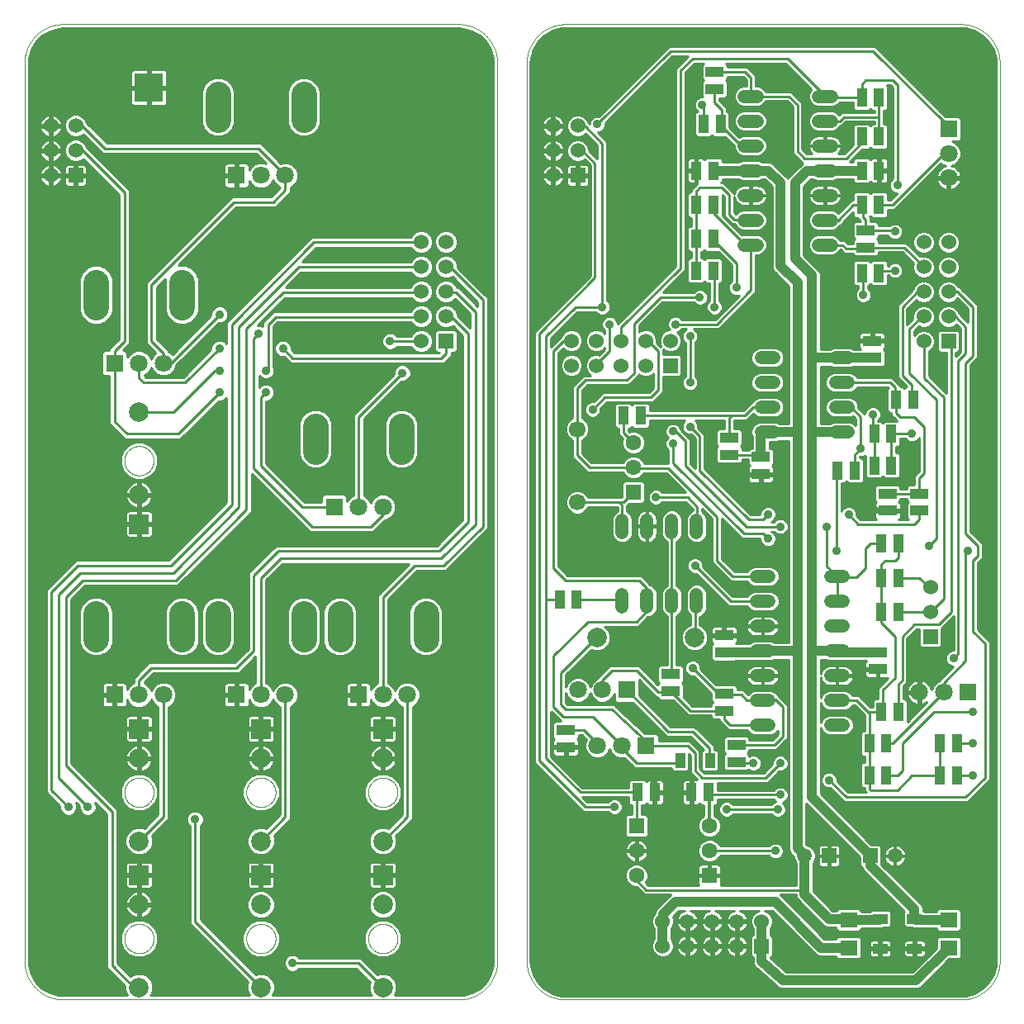
<source format=gtl>
G75*
%MOIN*%
%OFA0B0*%
%FSLAX25Y25*%
%IPPOS*%
%LPD*%
%AMOC8*
5,1,8,0,0,1.08239X$1,22.5*
%
%ADD10C,0.00000*%
%ADD11C,0.25591*%
%ADD12C,0.07874*%
%ADD13R,0.07874X0.07874*%
%ADD14R,0.07087X0.07087*%
%ADD15C,0.07087*%
%ADD16C,0.10236*%
%ADD17R,0.06000X0.06000*%
%ADD18C,0.06000*%
%ADD19R,0.11811X0.11811*%
%ADD20C,0.05906*%
%ADD21R,0.05906X0.05906*%
%ADD22R,0.05906X0.03937*%
%ADD23R,0.07098X0.06299*%
%ADD24C,0.05200*%
%ADD25R,0.07480X0.04331*%
%ADD26R,0.04331X0.07480*%
%ADD27R,0.03937X0.05906*%
%ADD28C,0.06693*%
%ADD29R,0.06299X0.06299*%
%ADD30C,0.06299*%
%ADD31C,0.00984*%
%ADD32C,0.03562*%
%ADD33C,0.03937*%
D10*
X0001492Y0017240D02*
X0001492Y0379445D01*
X0001497Y0379826D01*
X0001510Y0380206D01*
X0001533Y0380586D01*
X0001566Y0380965D01*
X0001607Y0381343D01*
X0001657Y0381720D01*
X0001717Y0382096D01*
X0001785Y0382471D01*
X0001863Y0382843D01*
X0001950Y0383214D01*
X0002045Y0383582D01*
X0002150Y0383948D01*
X0002263Y0384311D01*
X0002385Y0384672D01*
X0002515Y0385029D01*
X0002655Y0385383D01*
X0002802Y0385734D01*
X0002959Y0386081D01*
X0003123Y0386424D01*
X0003296Y0386763D01*
X0003477Y0387098D01*
X0003666Y0387429D01*
X0003863Y0387754D01*
X0004067Y0388075D01*
X0004280Y0388391D01*
X0004500Y0388701D01*
X0004727Y0389007D01*
X0004962Y0389306D01*
X0005204Y0389600D01*
X0005452Y0389888D01*
X0005708Y0390170D01*
X0005971Y0390445D01*
X0006240Y0390714D01*
X0006515Y0390977D01*
X0006797Y0391233D01*
X0007085Y0391481D01*
X0007379Y0391723D01*
X0007678Y0391958D01*
X0007984Y0392185D01*
X0008294Y0392405D01*
X0008610Y0392618D01*
X0008931Y0392822D01*
X0009256Y0393019D01*
X0009587Y0393208D01*
X0009922Y0393389D01*
X0010261Y0393562D01*
X0010604Y0393726D01*
X0010951Y0393883D01*
X0011302Y0394030D01*
X0011656Y0394170D01*
X0012013Y0394300D01*
X0012374Y0394422D01*
X0012737Y0394535D01*
X0013103Y0394640D01*
X0013471Y0394735D01*
X0013842Y0394822D01*
X0014214Y0394900D01*
X0014589Y0394968D01*
X0014965Y0395028D01*
X0015342Y0395078D01*
X0015720Y0395119D01*
X0016099Y0395152D01*
X0016479Y0395175D01*
X0016859Y0395188D01*
X0017240Y0395193D01*
X0176689Y0395193D01*
X0177070Y0395188D01*
X0177450Y0395175D01*
X0177830Y0395152D01*
X0178209Y0395119D01*
X0178587Y0395078D01*
X0178964Y0395028D01*
X0179340Y0394968D01*
X0179715Y0394900D01*
X0180087Y0394822D01*
X0180458Y0394735D01*
X0180826Y0394640D01*
X0181192Y0394535D01*
X0181555Y0394422D01*
X0181916Y0394300D01*
X0182273Y0394170D01*
X0182627Y0394030D01*
X0182978Y0393883D01*
X0183325Y0393726D01*
X0183668Y0393562D01*
X0184007Y0393389D01*
X0184342Y0393208D01*
X0184673Y0393019D01*
X0184998Y0392822D01*
X0185319Y0392618D01*
X0185635Y0392405D01*
X0185945Y0392185D01*
X0186251Y0391958D01*
X0186550Y0391723D01*
X0186844Y0391481D01*
X0187132Y0391233D01*
X0187414Y0390977D01*
X0187689Y0390714D01*
X0187958Y0390445D01*
X0188221Y0390170D01*
X0188477Y0389888D01*
X0188725Y0389600D01*
X0188967Y0389306D01*
X0189202Y0389007D01*
X0189429Y0388701D01*
X0189649Y0388391D01*
X0189862Y0388075D01*
X0190066Y0387754D01*
X0190263Y0387429D01*
X0190452Y0387098D01*
X0190633Y0386763D01*
X0190806Y0386424D01*
X0190970Y0386081D01*
X0191127Y0385734D01*
X0191274Y0385383D01*
X0191414Y0385029D01*
X0191544Y0384672D01*
X0191666Y0384311D01*
X0191779Y0383948D01*
X0191884Y0383582D01*
X0191979Y0383214D01*
X0192066Y0382843D01*
X0192144Y0382471D01*
X0192212Y0382096D01*
X0192272Y0381720D01*
X0192322Y0381343D01*
X0192363Y0380965D01*
X0192396Y0380586D01*
X0192419Y0380206D01*
X0192432Y0379826D01*
X0192437Y0379445D01*
X0192437Y0017240D01*
X0204248Y0017240D02*
X0204248Y0379445D01*
X0204253Y0379826D01*
X0204266Y0380206D01*
X0204289Y0380586D01*
X0204322Y0380965D01*
X0204363Y0381343D01*
X0204413Y0381720D01*
X0204473Y0382096D01*
X0204541Y0382471D01*
X0204619Y0382843D01*
X0204706Y0383214D01*
X0204801Y0383582D01*
X0204906Y0383948D01*
X0205019Y0384311D01*
X0205141Y0384672D01*
X0205271Y0385029D01*
X0205411Y0385383D01*
X0205558Y0385734D01*
X0205715Y0386081D01*
X0205879Y0386424D01*
X0206052Y0386763D01*
X0206233Y0387098D01*
X0206422Y0387429D01*
X0206619Y0387754D01*
X0206823Y0388075D01*
X0207036Y0388391D01*
X0207256Y0388701D01*
X0207483Y0389007D01*
X0207718Y0389306D01*
X0207960Y0389600D01*
X0208208Y0389888D01*
X0208464Y0390170D01*
X0208727Y0390445D01*
X0208996Y0390714D01*
X0209271Y0390977D01*
X0209553Y0391233D01*
X0209841Y0391481D01*
X0210135Y0391723D01*
X0210434Y0391958D01*
X0210740Y0392185D01*
X0211050Y0392405D01*
X0211366Y0392618D01*
X0211687Y0392822D01*
X0212012Y0393019D01*
X0212343Y0393208D01*
X0212678Y0393389D01*
X0213017Y0393562D01*
X0213360Y0393726D01*
X0213707Y0393883D01*
X0214058Y0394030D01*
X0214412Y0394170D01*
X0214769Y0394300D01*
X0215130Y0394422D01*
X0215493Y0394535D01*
X0215859Y0394640D01*
X0216227Y0394735D01*
X0216598Y0394822D01*
X0216970Y0394900D01*
X0217345Y0394968D01*
X0217721Y0395028D01*
X0218098Y0395078D01*
X0218476Y0395119D01*
X0218855Y0395152D01*
X0219235Y0395175D01*
X0219615Y0395188D01*
X0219996Y0395193D01*
X0379445Y0395193D01*
X0379826Y0395188D01*
X0380206Y0395175D01*
X0380586Y0395152D01*
X0380965Y0395119D01*
X0381343Y0395078D01*
X0381720Y0395028D01*
X0382096Y0394968D01*
X0382471Y0394900D01*
X0382843Y0394822D01*
X0383214Y0394735D01*
X0383582Y0394640D01*
X0383948Y0394535D01*
X0384311Y0394422D01*
X0384672Y0394300D01*
X0385029Y0394170D01*
X0385383Y0394030D01*
X0385734Y0393883D01*
X0386081Y0393726D01*
X0386424Y0393562D01*
X0386763Y0393389D01*
X0387098Y0393208D01*
X0387429Y0393019D01*
X0387754Y0392822D01*
X0388075Y0392618D01*
X0388391Y0392405D01*
X0388701Y0392185D01*
X0389007Y0391958D01*
X0389306Y0391723D01*
X0389600Y0391481D01*
X0389888Y0391233D01*
X0390170Y0390977D01*
X0390445Y0390714D01*
X0390714Y0390445D01*
X0390977Y0390170D01*
X0391233Y0389888D01*
X0391481Y0389600D01*
X0391723Y0389306D01*
X0391958Y0389007D01*
X0392185Y0388701D01*
X0392405Y0388391D01*
X0392618Y0388075D01*
X0392822Y0387754D01*
X0393019Y0387429D01*
X0393208Y0387098D01*
X0393389Y0386763D01*
X0393562Y0386424D01*
X0393726Y0386081D01*
X0393883Y0385734D01*
X0394030Y0385383D01*
X0394170Y0385029D01*
X0394300Y0384672D01*
X0394422Y0384311D01*
X0394535Y0383948D01*
X0394640Y0383582D01*
X0394735Y0383214D01*
X0394822Y0382843D01*
X0394900Y0382471D01*
X0394968Y0382096D01*
X0395028Y0381720D01*
X0395078Y0381343D01*
X0395119Y0380965D01*
X0395152Y0380586D01*
X0395175Y0380206D01*
X0395188Y0379826D01*
X0395193Y0379445D01*
X0395193Y0017240D01*
X0395188Y0016859D01*
X0395175Y0016479D01*
X0395152Y0016099D01*
X0395119Y0015720D01*
X0395078Y0015342D01*
X0395028Y0014965D01*
X0394968Y0014589D01*
X0394900Y0014214D01*
X0394822Y0013842D01*
X0394735Y0013471D01*
X0394640Y0013103D01*
X0394535Y0012737D01*
X0394422Y0012374D01*
X0394300Y0012013D01*
X0394170Y0011656D01*
X0394030Y0011302D01*
X0393883Y0010951D01*
X0393726Y0010604D01*
X0393562Y0010261D01*
X0393389Y0009922D01*
X0393208Y0009587D01*
X0393019Y0009256D01*
X0392822Y0008931D01*
X0392618Y0008610D01*
X0392405Y0008294D01*
X0392185Y0007984D01*
X0391958Y0007678D01*
X0391723Y0007379D01*
X0391481Y0007085D01*
X0391233Y0006797D01*
X0390977Y0006515D01*
X0390714Y0006240D01*
X0390445Y0005971D01*
X0390170Y0005708D01*
X0389888Y0005452D01*
X0389600Y0005204D01*
X0389306Y0004962D01*
X0389007Y0004727D01*
X0388701Y0004500D01*
X0388391Y0004280D01*
X0388075Y0004067D01*
X0387754Y0003863D01*
X0387429Y0003666D01*
X0387098Y0003477D01*
X0386763Y0003296D01*
X0386424Y0003123D01*
X0386081Y0002959D01*
X0385734Y0002802D01*
X0385383Y0002655D01*
X0385029Y0002515D01*
X0384672Y0002385D01*
X0384311Y0002263D01*
X0383948Y0002150D01*
X0383582Y0002045D01*
X0383214Y0001950D01*
X0382843Y0001863D01*
X0382471Y0001785D01*
X0382096Y0001717D01*
X0381720Y0001657D01*
X0381343Y0001607D01*
X0380965Y0001566D01*
X0380586Y0001533D01*
X0380206Y0001510D01*
X0379826Y0001497D01*
X0379445Y0001492D01*
X0219996Y0001492D01*
X0219615Y0001497D01*
X0219235Y0001510D01*
X0218855Y0001533D01*
X0218476Y0001566D01*
X0218098Y0001607D01*
X0217721Y0001657D01*
X0217345Y0001717D01*
X0216970Y0001785D01*
X0216598Y0001863D01*
X0216227Y0001950D01*
X0215859Y0002045D01*
X0215493Y0002150D01*
X0215130Y0002263D01*
X0214769Y0002385D01*
X0214412Y0002515D01*
X0214058Y0002655D01*
X0213707Y0002802D01*
X0213360Y0002959D01*
X0213017Y0003123D01*
X0212678Y0003296D01*
X0212343Y0003477D01*
X0212012Y0003666D01*
X0211687Y0003863D01*
X0211366Y0004067D01*
X0211050Y0004280D01*
X0210740Y0004500D01*
X0210434Y0004727D01*
X0210135Y0004962D01*
X0209841Y0005204D01*
X0209553Y0005452D01*
X0209271Y0005708D01*
X0208996Y0005971D01*
X0208727Y0006240D01*
X0208464Y0006515D01*
X0208208Y0006797D01*
X0207960Y0007085D01*
X0207718Y0007379D01*
X0207483Y0007678D01*
X0207256Y0007984D01*
X0207036Y0008294D01*
X0206823Y0008610D01*
X0206619Y0008931D01*
X0206422Y0009256D01*
X0206233Y0009587D01*
X0206052Y0009922D01*
X0205879Y0010261D01*
X0205715Y0010604D01*
X0205558Y0010951D01*
X0205411Y0011302D01*
X0205271Y0011656D01*
X0205141Y0012013D01*
X0205019Y0012374D01*
X0204906Y0012737D01*
X0204801Y0013103D01*
X0204706Y0013471D01*
X0204619Y0013842D01*
X0204541Y0014214D01*
X0204473Y0014589D01*
X0204413Y0014965D01*
X0204363Y0015342D01*
X0204322Y0015720D01*
X0204289Y0016099D01*
X0204266Y0016479D01*
X0204253Y0016859D01*
X0204248Y0017240D01*
X0192437Y0017240D02*
X0192432Y0016859D01*
X0192419Y0016479D01*
X0192396Y0016099D01*
X0192363Y0015720D01*
X0192322Y0015342D01*
X0192272Y0014965D01*
X0192212Y0014589D01*
X0192144Y0014214D01*
X0192066Y0013842D01*
X0191979Y0013471D01*
X0191884Y0013103D01*
X0191779Y0012737D01*
X0191666Y0012374D01*
X0191544Y0012013D01*
X0191414Y0011656D01*
X0191274Y0011302D01*
X0191127Y0010951D01*
X0190970Y0010604D01*
X0190806Y0010261D01*
X0190633Y0009922D01*
X0190452Y0009587D01*
X0190263Y0009256D01*
X0190066Y0008931D01*
X0189862Y0008610D01*
X0189649Y0008294D01*
X0189429Y0007984D01*
X0189202Y0007678D01*
X0188967Y0007379D01*
X0188725Y0007085D01*
X0188477Y0006797D01*
X0188221Y0006515D01*
X0187958Y0006240D01*
X0187689Y0005971D01*
X0187414Y0005708D01*
X0187132Y0005452D01*
X0186844Y0005204D01*
X0186550Y0004962D01*
X0186251Y0004727D01*
X0185945Y0004500D01*
X0185635Y0004280D01*
X0185319Y0004067D01*
X0184998Y0003863D01*
X0184673Y0003666D01*
X0184342Y0003477D01*
X0184007Y0003296D01*
X0183668Y0003123D01*
X0183325Y0002959D01*
X0182978Y0002802D01*
X0182627Y0002655D01*
X0182273Y0002515D01*
X0181916Y0002385D01*
X0181555Y0002263D01*
X0181192Y0002150D01*
X0180826Y0002045D01*
X0180458Y0001950D01*
X0180087Y0001863D01*
X0179715Y0001785D01*
X0179340Y0001717D01*
X0178964Y0001657D01*
X0178587Y0001607D01*
X0178209Y0001566D01*
X0177830Y0001533D01*
X0177450Y0001510D01*
X0177070Y0001497D01*
X0176689Y0001492D01*
X0017240Y0001492D01*
X0016859Y0001497D01*
X0016479Y0001510D01*
X0016099Y0001533D01*
X0015720Y0001566D01*
X0015342Y0001607D01*
X0014965Y0001657D01*
X0014589Y0001717D01*
X0014214Y0001785D01*
X0013842Y0001863D01*
X0013471Y0001950D01*
X0013103Y0002045D01*
X0012737Y0002150D01*
X0012374Y0002263D01*
X0012013Y0002385D01*
X0011656Y0002515D01*
X0011302Y0002655D01*
X0010951Y0002802D01*
X0010604Y0002959D01*
X0010261Y0003123D01*
X0009922Y0003296D01*
X0009587Y0003477D01*
X0009256Y0003666D01*
X0008931Y0003863D01*
X0008610Y0004067D01*
X0008294Y0004280D01*
X0007984Y0004500D01*
X0007678Y0004727D01*
X0007379Y0004962D01*
X0007085Y0005204D01*
X0006797Y0005452D01*
X0006515Y0005708D01*
X0006240Y0005971D01*
X0005971Y0006240D01*
X0005708Y0006515D01*
X0005452Y0006797D01*
X0005204Y0007085D01*
X0004962Y0007379D01*
X0004727Y0007678D01*
X0004500Y0007984D01*
X0004280Y0008294D01*
X0004067Y0008610D01*
X0003863Y0008931D01*
X0003666Y0009256D01*
X0003477Y0009587D01*
X0003296Y0009922D01*
X0003123Y0010261D01*
X0002959Y0010604D01*
X0002802Y0010951D01*
X0002655Y0011302D01*
X0002515Y0011656D01*
X0002385Y0012013D01*
X0002263Y0012374D01*
X0002150Y0012737D01*
X0002045Y0013103D01*
X0001950Y0013471D01*
X0001863Y0013842D01*
X0001785Y0014214D01*
X0001717Y0014589D01*
X0001657Y0014965D01*
X0001607Y0015342D01*
X0001566Y0015720D01*
X0001533Y0016099D01*
X0001510Y0016479D01*
X0001497Y0016859D01*
X0001492Y0017240D01*
X0041846Y0026098D02*
X0041848Y0026251D01*
X0041854Y0026405D01*
X0041864Y0026558D01*
X0041878Y0026710D01*
X0041896Y0026863D01*
X0041918Y0027014D01*
X0041943Y0027165D01*
X0041973Y0027316D01*
X0042007Y0027466D01*
X0042044Y0027614D01*
X0042085Y0027762D01*
X0042130Y0027908D01*
X0042179Y0028054D01*
X0042232Y0028198D01*
X0042288Y0028340D01*
X0042348Y0028481D01*
X0042412Y0028621D01*
X0042479Y0028759D01*
X0042550Y0028895D01*
X0042625Y0029029D01*
X0042702Y0029161D01*
X0042784Y0029291D01*
X0042868Y0029419D01*
X0042956Y0029545D01*
X0043047Y0029668D01*
X0043141Y0029789D01*
X0043239Y0029907D01*
X0043339Y0030023D01*
X0043443Y0030136D01*
X0043549Y0030247D01*
X0043658Y0030355D01*
X0043770Y0030460D01*
X0043884Y0030561D01*
X0044002Y0030660D01*
X0044121Y0030756D01*
X0044243Y0030849D01*
X0044368Y0030938D01*
X0044495Y0031025D01*
X0044624Y0031107D01*
X0044755Y0031187D01*
X0044888Y0031263D01*
X0045023Y0031336D01*
X0045160Y0031405D01*
X0045299Y0031470D01*
X0045439Y0031532D01*
X0045581Y0031590D01*
X0045724Y0031645D01*
X0045869Y0031696D01*
X0046015Y0031743D01*
X0046162Y0031786D01*
X0046310Y0031825D01*
X0046459Y0031861D01*
X0046609Y0031892D01*
X0046760Y0031920D01*
X0046911Y0031944D01*
X0047064Y0031964D01*
X0047216Y0031980D01*
X0047369Y0031992D01*
X0047522Y0032000D01*
X0047675Y0032004D01*
X0047829Y0032004D01*
X0047982Y0032000D01*
X0048135Y0031992D01*
X0048288Y0031980D01*
X0048440Y0031964D01*
X0048593Y0031944D01*
X0048744Y0031920D01*
X0048895Y0031892D01*
X0049045Y0031861D01*
X0049194Y0031825D01*
X0049342Y0031786D01*
X0049489Y0031743D01*
X0049635Y0031696D01*
X0049780Y0031645D01*
X0049923Y0031590D01*
X0050065Y0031532D01*
X0050205Y0031470D01*
X0050344Y0031405D01*
X0050481Y0031336D01*
X0050616Y0031263D01*
X0050749Y0031187D01*
X0050880Y0031107D01*
X0051009Y0031025D01*
X0051136Y0030938D01*
X0051261Y0030849D01*
X0051383Y0030756D01*
X0051502Y0030660D01*
X0051620Y0030561D01*
X0051734Y0030460D01*
X0051846Y0030355D01*
X0051955Y0030247D01*
X0052061Y0030136D01*
X0052165Y0030023D01*
X0052265Y0029907D01*
X0052363Y0029789D01*
X0052457Y0029668D01*
X0052548Y0029545D01*
X0052636Y0029419D01*
X0052720Y0029291D01*
X0052802Y0029161D01*
X0052879Y0029029D01*
X0052954Y0028895D01*
X0053025Y0028759D01*
X0053092Y0028621D01*
X0053156Y0028481D01*
X0053216Y0028340D01*
X0053272Y0028198D01*
X0053325Y0028054D01*
X0053374Y0027908D01*
X0053419Y0027762D01*
X0053460Y0027614D01*
X0053497Y0027466D01*
X0053531Y0027316D01*
X0053561Y0027165D01*
X0053586Y0027014D01*
X0053608Y0026863D01*
X0053626Y0026710D01*
X0053640Y0026558D01*
X0053650Y0026405D01*
X0053656Y0026251D01*
X0053658Y0026098D01*
X0053656Y0025945D01*
X0053650Y0025791D01*
X0053640Y0025638D01*
X0053626Y0025486D01*
X0053608Y0025333D01*
X0053586Y0025182D01*
X0053561Y0025031D01*
X0053531Y0024880D01*
X0053497Y0024730D01*
X0053460Y0024582D01*
X0053419Y0024434D01*
X0053374Y0024288D01*
X0053325Y0024142D01*
X0053272Y0023998D01*
X0053216Y0023856D01*
X0053156Y0023715D01*
X0053092Y0023575D01*
X0053025Y0023437D01*
X0052954Y0023301D01*
X0052879Y0023167D01*
X0052802Y0023035D01*
X0052720Y0022905D01*
X0052636Y0022777D01*
X0052548Y0022651D01*
X0052457Y0022528D01*
X0052363Y0022407D01*
X0052265Y0022289D01*
X0052165Y0022173D01*
X0052061Y0022060D01*
X0051955Y0021949D01*
X0051846Y0021841D01*
X0051734Y0021736D01*
X0051620Y0021635D01*
X0051502Y0021536D01*
X0051383Y0021440D01*
X0051261Y0021347D01*
X0051136Y0021258D01*
X0051009Y0021171D01*
X0050880Y0021089D01*
X0050749Y0021009D01*
X0050616Y0020933D01*
X0050481Y0020860D01*
X0050344Y0020791D01*
X0050205Y0020726D01*
X0050065Y0020664D01*
X0049923Y0020606D01*
X0049780Y0020551D01*
X0049635Y0020500D01*
X0049489Y0020453D01*
X0049342Y0020410D01*
X0049194Y0020371D01*
X0049045Y0020335D01*
X0048895Y0020304D01*
X0048744Y0020276D01*
X0048593Y0020252D01*
X0048440Y0020232D01*
X0048288Y0020216D01*
X0048135Y0020204D01*
X0047982Y0020196D01*
X0047829Y0020192D01*
X0047675Y0020192D01*
X0047522Y0020196D01*
X0047369Y0020204D01*
X0047216Y0020216D01*
X0047064Y0020232D01*
X0046911Y0020252D01*
X0046760Y0020276D01*
X0046609Y0020304D01*
X0046459Y0020335D01*
X0046310Y0020371D01*
X0046162Y0020410D01*
X0046015Y0020453D01*
X0045869Y0020500D01*
X0045724Y0020551D01*
X0045581Y0020606D01*
X0045439Y0020664D01*
X0045299Y0020726D01*
X0045160Y0020791D01*
X0045023Y0020860D01*
X0044888Y0020933D01*
X0044755Y0021009D01*
X0044624Y0021089D01*
X0044495Y0021171D01*
X0044368Y0021258D01*
X0044243Y0021347D01*
X0044121Y0021440D01*
X0044002Y0021536D01*
X0043884Y0021635D01*
X0043770Y0021736D01*
X0043658Y0021841D01*
X0043549Y0021949D01*
X0043443Y0022060D01*
X0043339Y0022173D01*
X0043239Y0022289D01*
X0043141Y0022407D01*
X0043047Y0022528D01*
X0042956Y0022651D01*
X0042868Y0022777D01*
X0042784Y0022905D01*
X0042702Y0023035D01*
X0042625Y0023167D01*
X0042550Y0023301D01*
X0042479Y0023437D01*
X0042412Y0023575D01*
X0042348Y0023715D01*
X0042288Y0023856D01*
X0042232Y0023998D01*
X0042179Y0024142D01*
X0042130Y0024288D01*
X0042085Y0024434D01*
X0042044Y0024582D01*
X0042007Y0024730D01*
X0041973Y0024880D01*
X0041943Y0025031D01*
X0041918Y0025182D01*
X0041896Y0025333D01*
X0041878Y0025486D01*
X0041864Y0025638D01*
X0041854Y0025791D01*
X0041848Y0025945D01*
X0041846Y0026098D01*
X0091059Y0026098D02*
X0091061Y0026251D01*
X0091067Y0026405D01*
X0091077Y0026558D01*
X0091091Y0026710D01*
X0091109Y0026863D01*
X0091131Y0027014D01*
X0091156Y0027165D01*
X0091186Y0027316D01*
X0091220Y0027466D01*
X0091257Y0027614D01*
X0091298Y0027762D01*
X0091343Y0027908D01*
X0091392Y0028054D01*
X0091445Y0028198D01*
X0091501Y0028340D01*
X0091561Y0028481D01*
X0091625Y0028621D01*
X0091692Y0028759D01*
X0091763Y0028895D01*
X0091838Y0029029D01*
X0091915Y0029161D01*
X0091997Y0029291D01*
X0092081Y0029419D01*
X0092169Y0029545D01*
X0092260Y0029668D01*
X0092354Y0029789D01*
X0092452Y0029907D01*
X0092552Y0030023D01*
X0092656Y0030136D01*
X0092762Y0030247D01*
X0092871Y0030355D01*
X0092983Y0030460D01*
X0093097Y0030561D01*
X0093215Y0030660D01*
X0093334Y0030756D01*
X0093456Y0030849D01*
X0093581Y0030938D01*
X0093708Y0031025D01*
X0093837Y0031107D01*
X0093968Y0031187D01*
X0094101Y0031263D01*
X0094236Y0031336D01*
X0094373Y0031405D01*
X0094512Y0031470D01*
X0094652Y0031532D01*
X0094794Y0031590D01*
X0094937Y0031645D01*
X0095082Y0031696D01*
X0095228Y0031743D01*
X0095375Y0031786D01*
X0095523Y0031825D01*
X0095672Y0031861D01*
X0095822Y0031892D01*
X0095973Y0031920D01*
X0096124Y0031944D01*
X0096277Y0031964D01*
X0096429Y0031980D01*
X0096582Y0031992D01*
X0096735Y0032000D01*
X0096888Y0032004D01*
X0097042Y0032004D01*
X0097195Y0032000D01*
X0097348Y0031992D01*
X0097501Y0031980D01*
X0097653Y0031964D01*
X0097806Y0031944D01*
X0097957Y0031920D01*
X0098108Y0031892D01*
X0098258Y0031861D01*
X0098407Y0031825D01*
X0098555Y0031786D01*
X0098702Y0031743D01*
X0098848Y0031696D01*
X0098993Y0031645D01*
X0099136Y0031590D01*
X0099278Y0031532D01*
X0099418Y0031470D01*
X0099557Y0031405D01*
X0099694Y0031336D01*
X0099829Y0031263D01*
X0099962Y0031187D01*
X0100093Y0031107D01*
X0100222Y0031025D01*
X0100349Y0030938D01*
X0100474Y0030849D01*
X0100596Y0030756D01*
X0100715Y0030660D01*
X0100833Y0030561D01*
X0100947Y0030460D01*
X0101059Y0030355D01*
X0101168Y0030247D01*
X0101274Y0030136D01*
X0101378Y0030023D01*
X0101478Y0029907D01*
X0101576Y0029789D01*
X0101670Y0029668D01*
X0101761Y0029545D01*
X0101849Y0029419D01*
X0101933Y0029291D01*
X0102015Y0029161D01*
X0102092Y0029029D01*
X0102167Y0028895D01*
X0102238Y0028759D01*
X0102305Y0028621D01*
X0102369Y0028481D01*
X0102429Y0028340D01*
X0102485Y0028198D01*
X0102538Y0028054D01*
X0102587Y0027908D01*
X0102632Y0027762D01*
X0102673Y0027614D01*
X0102710Y0027466D01*
X0102744Y0027316D01*
X0102774Y0027165D01*
X0102799Y0027014D01*
X0102821Y0026863D01*
X0102839Y0026710D01*
X0102853Y0026558D01*
X0102863Y0026405D01*
X0102869Y0026251D01*
X0102871Y0026098D01*
X0102869Y0025945D01*
X0102863Y0025791D01*
X0102853Y0025638D01*
X0102839Y0025486D01*
X0102821Y0025333D01*
X0102799Y0025182D01*
X0102774Y0025031D01*
X0102744Y0024880D01*
X0102710Y0024730D01*
X0102673Y0024582D01*
X0102632Y0024434D01*
X0102587Y0024288D01*
X0102538Y0024142D01*
X0102485Y0023998D01*
X0102429Y0023856D01*
X0102369Y0023715D01*
X0102305Y0023575D01*
X0102238Y0023437D01*
X0102167Y0023301D01*
X0102092Y0023167D01*
X0102015Y0023035D01*
X0101933Y0022905D01*
X0101849Y0022777D01*
X0101761Y0022651D01*
X0101670Y0022528D01*
X0101576Y0022407D01*
X0101478Y0022289D01*
X0101378Y0022173D01*
X0101274Y0022060D01*
X0101168Y0021949D01*
X0101059Y0021841D01*
X0100947Y0021736D01*
X0100833Y0021635D01*
X0100715Y0021536D01*
X0100596Y0021440D01*
X0100474Y0021347D01*
X0100349Y0021258D01*
X0100222Y0021171D01*
X0100093Y0021089D01*
X0099962Y0021009D01*
X0099829Y0020933D01*
X0099694Y0020860D01*
X0099557Y0020791D01*
X0099418Y0020726D01*
X0099278Y0020664D01*
X0099136Y0020606D01*
X0098993Y0020551D01*
X0098848Y0020500D01*
X0098702Y0020453D01*
X0098555Y0020410D01*
X0098407Y0020371D01*
X0098258Y0020335D01*
X0098108Y0020304D01*
X0097957Y0020276D01*
X0097806Y0020252D01*
X0097653Y0020232D01*
X0097501Y0020216D01*
X0097348Y0020204D01*
X0097195Y0020196D01*
X0097042Y0020192D01*
X0096888Y0020192D01*
X0096735Y0020196D01*
X0096582Y0020204D01*
X0096429Y0020216D01*
X0096277Y0020232D01*
X0096124Y0020252D01*
X0095973Y0020276D01*
X0095822Y0020304D01*
X0095672Y0020335D01*
X0095523Y0020371D01*
X0095375Y0020410D01*
X0095228Y0020453D01*
X0095082Y0020500D01*
X0094937Y0020551D01*
X0094794Y0020606D01*
X0094652Y0020664D01*
X0094512Y0020726D01*
X0094373Y0020791D01*
X0094236Y0020860D01*
X0094101Y0020933D01*
X0093968Y0021009D01*
X0093837Y0021089D01*
X0093708Y0021171D01*
X0093581Y0021258D01*
X0093456Y0021347D01*
X0093334Y0021440D01*
X0093215Y0021536D01*
X0093097Y0021635D01*
X0092983Y0021736D01*
X0092871Y0021841D01*
X0092762Y0021949D01*
X0092656Y0022060D01*
X0092552Y0022173D01*
X0092452Y0022289D01*
X0092354Y0022407D01*
X0092260Y0022528D01*
X0092169Y0022651D01*
X0092081Y0022777D01*
X0091997Y0022905D01*
X0091915Y0023035D01*
X0091838Y0023167D01*
X0091763Y0023301D01*
X0091692Y0023437D01*
X0091625Y0023575D01*
X0091561Y0023715D01*
X0091501Y0023856D01*
X0091445Y0023998D01*
X0091392Y0024142D01*
X0091343Y0024288D01*
X0091298Y0024434D01*
X0091257Y0024582D01*
X0091220Y0024730D01*
X0091186Y0024880D01*
X0091156Y0025031D01*
X0091131Y0025182D01*
X0091109Y0025333D01*
X0091091Y0025486D01*
X0091077Y0025638D01*
X0091067Y0025791D01*
X0091061Y0025945D01*
X0091059Y0026098D01*
X0140271Y0026098D02*
X0140273Y0026251D01*
X0140279Y0026405D01*
X0140289Y0026558D01*
X0140303Y0026710D01*
X0140321Y0026863D01*
X0140343Y0027014D01*
X0140368Y0027165D01*
X0140398Y0027316D01*
X0140432Y0027466D01*
X0140469Y0027614D01*
X0140510Y0027762D01*
X0140555Y0027908D01*
X0140604Y0028054D01*
X0140657Y0028198D01*
X0140713Y0028340D01*
X0140773Y0028481D01*
X0140837Y0028621D01*
X0140904Y0028759D01*
X0140975Y0028895D01*
X0141050Y0029029D01*
X0141127Y0029161D01*
X0141209Y0029291D01*
X0141293Y0029419D01*
X0141381Y0029545D01*
X0141472Y0029668D01*
X0141566Y0029789D01*
X0141664Y0029907D01*
X0141764Y0030023D01*
X0141868Y0030136D01*
X0141974Y0030247D01*
X0142083Y0030355D01*
X0142195Y0030460D01*
X0142309Y0030561D01*
X0142427Y0030660D01*
X0142546Y0030756D01*
X0142668Y0030849D01*
X0142793Y0030938D01*
X0142920Y0031025D01*
X0143049Y0031107D01*
X0143180Y0031187D01*
X0143313Y0031263D01*
X0143448Y0031336D01*
X0143585Y0031405D01*
X0143724Y0031470D01*
X0143864Y0031532D01*
X0144006Y0031590D01*
X0144149Y0031645D01*
X0144294Y0031696D01*
X0144440Y0031743D01*
X0144587Y0031786D01*
X0144735Y0031825D01*
X0144884Y0031861D01*
X0145034Y0031892D01*
X0145185Y0031920D01*
X0145336Y0031944D01*
X0145489Y0031964D01*
X0145641Y0031980D01*
X0145794Y0031992D01*
X0145947Y0032000D01*
X0146100Y0032004D01*
X0146254Y0032004D01*
X0146407Y0032000D01*
X0146560Y0031992D01*
X0146713Y0031980D01*
X0146865Y0031964D01*
X0147018Y0031944D01*
X0147169Y0031920D01*
X0147320Y0031892D01*
X0147470Y0031861D01*
X0147619Y0031825D01*
X0147767Y0031786D01*
X0147914Y0031743D01*
X0148060Y0031696D01*
X0148205Y0031645D01*
X0148348Y0031590D01*
X0148490Y0031532D01*
X0148630Y0031470D01*
X0148769Y0031405D01*
X0148906Y0031336D01*
X0149041Y0031263D01*
X0149174Y0031187D01*
X0149305Y0031107D01*
X0149434Y0031025D01*
X0149561Y0030938D01*
X0149686Y0030849D01*
X0149808Y0030756D01*
X0149927Y0030660D01*
X0150045Y0030561D01*
X0150159Y0030460D01*
X0150271Y0030355D01*
X0150380Y0030247D01*
X0150486Y0030136D01*
X0150590Y0030023D01*
X0150690Y0029907D01*
X0150788Y0029789D01*
X0150882Y0029668D01*
X0150973Y0029545D01*
X0151061Y0029419D01*
X0151145Y0029291D01*
X0151227Y0029161D01*
X0151304Y0029029D01*
X0151379Y0028895D01*
X0151450Y0028759D01*
X0151517Y0028621D01*
X0151581Y0028481D01*
X0151641Y0028340D01*
X0151697Y0028198D01*
X0151750Y0028054D01*
X0151799Y0027908D01*
X0151844Y0027762D01*
X0151885Y0027614D01*
X0151922Y0027466D01*
X0151956Y0027316D01*
X0151986Y0027165D01*
X0152011Y0027014D01*
X0152033Y0026863D01*
X0152051Y0026710D01*
X0152065Y0026558D01*
X0152075Y0026405D01*
X0152081Y0026251D01*
X0152083Y0026098D01*
X0152081Y0025945D01*
X0152075Y0025791D01*
X0152065Y0025638D01*
X0152051Y0025486D01*
X0152033Y0025333D01*
X0152011Y0025182D01*
X0151986Y0025031D01*
X0151956Y0024880D01*
X0151922Y0024730D01*
X0151885Y0024582D01*
X0151844Y0024434D01*
X0151799Y0024288D01*
X0151750Y0024142D01*
X0151697Y0023998D01*
X0151641Y0023856D01*
X0151581Y0023715D01*
X0151517Y0023575D01*
X0151450Y0023437D01*
X0151379Y0023301D01*
X0151304Y0023167D01*
X0151227Y0023035D01*
X0151145Y0022905D01*
X0151061Y0022777D01*
X0150973Y0022651D01*
X0150882Y0022528D01*
X0150788Y0022407D01*
X0150690Y0022289D01*
X0150590Y0022173D01*
X0150486Y0022060D01*
X0150380Y0021949D01*
X0150271Y0021841D01*
X0150159Y0021736D01*
X0150045Y0021635D01*
X0149927Y0021536D01*
X0149808Y0021440D01*
X0149686Y0021347D01*
X0149561Y0021258D01*
X0149434Y0021171D01*
X0149305Y0021089D01*
X0149174Y0021009D01*
X0149041Y0020933D01*
X0148906Y0020860D01*
X0148769Y0020791D01*
X0148630Y0020726D01*
X0148490Y0020664D01*
X0148348Y0020606D01*
X0148205Y0020551D01*
X0148060Y0020500D01*
X0147914Y0020453D01*
X0147767Y0020410D01*
X0147619Y0020371D01*
X0147470Y0020335D01*
X0147320Y0020304D01*
X0147169Y0020276D01*
X0147018Y0020252D01*
X0146865Y0020232D01*
X0146713Y0020216D01*
X0146560Y0020204D01*
X0146407Y0020196D01*
X0146254Y0020192D01*
X0146100Y0020192D01*
X0145947Y0020196D01*
X0145794Y0020204D01*
X0145641Y0020216D01*
X0145489Y0020232D01*
X0145336Y0020252D01*
X0145185Y0020276D01*
X0145034Y0020304D01*
X0144884Y0020335D01*
X0144735Y0020371D01*
X0144587Y0020410D01*
X0144440Y0020453D01*
X0144294Y0020500D01*
X0144149Y0020551D01*
X0144006Y0020606D01*
X0143864Y0020664D01*
X0143724Y0020726D01*
X0143585Y0020791D01*
X0143448Y0020860D01*
X0143313Y0020933D01*
X0143180Y0021009D01*
X0143049Y0021089D01*
X0142920Y0021171D01*
X0142793Y0021258D01*
X0142668Y0021347D01*
X0142546Y0021440D01*
X0142427Y0021536D01*
X0142309Y0021635D01*
X0142195Y0021736D01*
X0142083Y0021841D01*
X0141974Y0021949D01*
X0141868Y0022060D01*
X0141764Y0022173D01*
X0141664Y0022289D01*
X0141566Y0022407D01*
X0141472Y0022528D01*
X0141381Y0022651D01*
X0141293Y0022777D01*
X0141209Y0022905D01*
X0141127Y0023035D01*
X0141050Y0023167D01*
X0140975Y0023301D01*
X0140904Y0023437D01*
X0140837Y0023575D01*
X0140773Y0023715D01*
X0140713Y0023856D01*
X0140657Y0023998D01*
X0140604Y0024142D01*
X0140555Y0024288D01*
X0140510Y0024434D01*
X0140469Y0024582D01*
X0140432Y0024730D01*
X0140398Y0024880D01*
X0140368Y0025031D01*
X0140343Y0025182D01*
X0140321Y0025333D01*
X0140303Y0025486D01*
X0140289Y0025638D01*
X0140279Y0025791D01*
X0140273Y0025945D01*
X0140271Y0026098D01*
X0140271Y0085154D02*
X0140273Y0085307D01*
X0140279Y0085461D01*
X0140289Y0085614D01*
X0140303Y0085766D01*
X0140321Y0085919D01*
X0140343Y0086070D01*
X0140368Y0086221D01*
X0140398Y0086372D01*
X0140432Y0086522D01*
X0140469Y0086670D01*
X0140510Y0086818D01*
X0140555Y0086964D01*
X0140604Y0087110D01*
X0140657Y0087254D01*
X0140713Y0087396D01*
X0140773Y0087537D01*
X0140837Y0087677D01*
X0140904Y0087815D01*
X0140975Y0087951D01*
X0141050Y0088085D01*
X0141127Y0088217D01*
X0141209Y0088347D01*
X0141293Y0088475D01*
X0141381Y0088601D01*
X0141472Y0088724D01*
X0141566Y0088845D01*
X0141664Y0088963D01*
X0141764Y0089079D01*
X0141868Y0089192D01*
X0141974Y0089303D01*
X0142083Y0089411D01*
X0142195Y0089516D01*
X0142309Y0089617D01*
X0142427Y0089716D01*
X0142546Y0089812D01*
X0142668Y0089905D01*
X0142793Y0089994D01*
X0142920Y0090081D01*
X0143049Y0090163D01*
X0143180Y0090243D01*
X0143313Y0090319D01*
X0143448Y0090392D01*
X0143585Y0090461D01*
X0143724Y0090526D01*
X0143864Y0090588D01*
X0144006Y0090646D01*
X0144149Y0090701D01*
X0144294Y0090752D01*
X0144440Y0090799D01*
X0144587Y0090842D01*
X0144735Y0090881D01*
X0144884Y0090917D01*
X0145034Y0090948D01*
X0145185Y0090976D01*
X0145336Y0091000D01*
X0145489Y0091020D01*
X0145641Y0091036D01*
X0145794Y0091048D01*
X0145947Y0091056D01*
X0146100Y0091060D01*
X0146254Y0091060D01*
X0146407Y0091056D01*
X0146560Y0091048D01*
X0146713Y0091036D01*
X0146865Y0091020D01*
X0147018Y0091000D01*
X0147169Y0090976D01*
X0147320Y0090948D01*
X0147470Y0090917D01*
X0147619Y0090881D01*
X0147767Y0090842D01*
X0147914Y0090799D01*
X0148060Y0090752D01*
X0148205Y0090701D01*
X0148348Y0090646D01*
X0148490Y0090588D01*
X0148630Y0090526D01*
X0148769Y0090461D01*
X0148906Y0090392D01*
X0149041Y0090319D01*
X0149174Y0090243D01*
X0149305Y0090163D01*
X0149434Y0090081D01*
X0149561Y0089994D01*
X0149686Y0089905D01*
X0149808Y0089812D01*
X0149927Y0089716D01*
X0150045Y0089617D01*
X0150159Y0089516D01*
X0150271Y0089411D01*
X0150380Y0089303D01*
X0150486Y0089192D01*
X0150590Y0089079D01*
X0150690Y0088963D01*
X0150788Y0088845D01*
X0150882Y0088724D01*
X0150973Y0088601D01*
X0151061Y0088475D01*
X0151145Y0088347D01*
X0151227Y0088217D01*
X0151304Y0088085D01*
X0151379Y0087951D01*
X0151450Y0087815D01*
X0151517Y0087677D01*
X0151581Y0087537D01*
X0151641Y0087396D01*
X0151697Y0087254D01*
X0151750Y0087110D01*
X0151799Y0086964D01*
X0151844Y0086818D01*
X0151885Y0086670D01*
X0151922Y0086522D01*
X0151956Y0086372D01*
X0151986Y0086221D01*
X0152011Y0086070D01*
X0152033Y0085919D01*
X0152051Y0085766D01*
X0152065Y0085614D01*
X0152075Y0085461D01*
X0152081Y0085307D01*
X0152083Y0085154D01*
X0152081Y0085001D01*
X0152075Y0084847D01*
X0152065Y0084694D01*
X0152051Y0084542D01*
X0152033Y0084389D01*
X0152011Y0084238D01*
X0151986Y0084087D01*
X0151956Y0083936D01*
X0151922Y0083786D01*
X0151885Y0083638D01*
X0151844Y0083490D01*
X0151799Y0083344D01*
X0151750Y0083198D01*
X0151697Y0083054D01*
X0151641Y0082912D01*
X0151581Y0082771D01*
X0151517Y0082631D01*
X0151450Y0082493D01*
X0151379Y0082357D01*
X0151304Y0082223D01*
X0151227Y0082091D01*
X0151145Y0081961D01*
X0151061Y0081833D01*
X0150973Y0081707D01*
X0150882Y0081584D01*
X0150788Y0081463D01*
X0150690Y0081345D01*
X0150590Y0081229D01*
X0150486Y0081116D01*
X0150380Y0081005D01*
X0150271Y0080897D01*
X0150159Y0080792D01*
X0150045Y0080691D01*
X0149927Y0080592D01*
X0149808Y0080496D01*
X0149686Y0080403D01*
X0149561Y0080314D01*
X0149434Y0080227D01*
X0149305Y0080145D01*
X0149174Y0080065D01*
X0149041Y0079989D01*
X0148906Y0079916D01*
X0148769Y0079847D01*
X0148630Y0079782D01*
X0148490Y0079720D01*
X0148348Y0079662D01*
X0148205Y0079607D01*
X0148060Y0079556D01*
X0147914Y0079509D01*
X0147767Y0079466D01*
X0147619Y0079427D01*
X0147470Y0079391D01*
X0147320Y0079360D01*
X0147169Y0079332D01*
X0147018Y0079308D01*
X0146865Y0079288D01*
X0146713Y0079272D01*
X0146560Y0079260D01*
X0146407Y0079252D01*
X0146254Y0079248D01*
X0146100Y0079248D01*
X0145947Y0079252D01*
X0145794Y0079260D01*
X0145641Y0079272D01*
X0145489Y0079288D01*
X0145336Y0079308D01*
X0145185Y0079332D01*
X0145034Y0079360D01*
X0144884Y0079391D01*
X0144735Y0079427D01*
X0144587Y0079466D01*
X0144440Y0079509D01*
X0144294Y0079556D01*
X0144149Y0079607D01*
X0144006Y0079662D01*
X0143864Y0079720D01*
X0143724Y0079782D01*
X0143585Y0079847D01*
X0143448Y0079916D01*
X0143313Y0079989D01*
X0143180Y0080065D01*
X0143049Y0080145D01*
X0142920Y0080227D01*
X0142793Y0080314D01*
X0142668Y0080403D01*
X0142546Y0080496D01*
X0142427Y0080592D01*
X0142309Y0080691D01*
X0142195Y0080792D01*
X0142083Y0080897D01*
X0141974Y0081005D01*
X0141868Y0081116D01*
X0141764Y0081229D01*
X0141664Y0081345D01*
X0141566Y0081463D01*
X0141472Y0081584D01*
X0141381Y0081707D01*
X0141293Y0081833D01*
X0141209Y0081961D01*
X0141127Y0082091D01*
X0141050Y0082223D01*
X0140975Y0082357D01*
X0140904Y0082493D01*
X0140837Y0082631D01*
X0140773Y0082771D01*
X0140713Y0082912D01*
X0140657Y0083054D01*
X0140604Y0083198D01*
X0140555Y0083344D01*
X0140510Y0083490D01*
X0140469Y0083638D01*
X0140432Y0083786D01*
X0140398Y0083936D01*
X0140368Y0084087D01*
X0140343Y0084238D01*
X0140321Y0084389D01*
X0140303Y0084542D01*
X0140289Y0084694D01*
X0140279Y0084847D01*
X0140273Y0085001D01*
X0140271Y0085154D01*
X0091059Y0085154D02*
X0091061Y0085307D01*
X0091067Y0085461D01*
X0091077Y0085614D01*
X0091091Y0085766D01*
X0091109Y0085919D01*
X0091131Y0086070D01*
X0091156Y0086221D01*
X0091186Y0086372D01*
X0091220Y0086522D01*
X0091257Y0086670D01*
X0091298Y0086818D01*
X0091343Y0086964D01*
X0091392Y0087110D01*
X0091445Y0087254D01*
X0091501Y0087396D01*
X0091561Y0087537D01*
X0091625Y0087677D01*
X0091692Y0087815D01*
X0091763Y0087951D01*
X0091838Y0088085D01*
X0091915Y0088217D01*
X0091997Y0088347D01*
X0092081Y0088475D01*
X0092169Y0088601D01*
X0092260Y0088724D01*
X0092354Y0088845D01*
X0092452Y0088963D01*
X0092552Y0089079D01*
X0092656Y0089192D01*
X0092762Y0089303D01*
X0092871Y0089411D01*
X0092983Y0089516D01*
X0093097Y0089617D01*
X0093215Y0089716D01*
X0093334Y0089812D01*
X0093456Y0089905D01*
X0093581Y0089994D01*
X0093708Y0090081D01*
X0093837Y0090163D01*
X0093968Y0090243D01*
X0094101Y0090319D01*
X0094236Y0090392D01*
X0094373Y0090461D01*
X0094512Y0090526D01*
X0094652Y0090588D01*
X0094794Y0090646D01*
X0094937Y0090701D01*
X0095082Y0090752D01*
X0095228Y0090799D01*
X0095375Y0090842D01*
X0095523Y0090881D01*
X0095672Y0090917D01*
X0095822Y0090948D01*
X0095973Y0090976D01*
X0096124Y0091000D01*
X0096277Y0091020D01*
X0096429Y0091036D01*
X0096582Y0091048D01*
X0096735Y0091056D01*
X0096888Y0091060D01*
X0097042Y0091060D01*
X0097195Y0091056D01*
X0097348Y0091048D01*
X0097501Y0091036D01*
X0097653Y0091020D01*
X0097806Y0091000D01*
X0097957Y0090976D01*
X0098108Y0090948D01*
X0098258Y0090917D01*
X0098407Y0090881D01*
X0098555Y0090842D01*
X0098702Y0090799D01*
X0098848Y0090752D01*
X0098993Y0090701D01*
X0099136Y0090646D01*
X0099278Y0090588D01*
X0099418Y0090526D01*
X0099557Y0090461D01*
X0099694Y0090392D01*
X0099829Y0090319D01*
X0099962Y0090243D01*
X0100093Y0090163D01*
X0100222Y0090081D01*
X0100349Y0089994D01*
X0100474Y0089905D01*
X0100596Y0089812D01*
X0100715Y0089716D01*
X0100833Y0089617D01*
X0100947Y0089516D01*
X0101059Y0089411D01*
X0101168Y0089303D01*
X0101274Y0089192D01*
X0101378Y0089079D01*
X0101478Y0088963D01*
X0101576Y0088845D01*
X0101670Y0088724D01*
X0101761Y0088601D01*
X0101849Y0088475D01*
X0101933Y0088347D01*
X0102015Y0088217D01*
X0102092Y0088085D01*
X0102167Y0087951D01*
X0102238Y0087815D01*
X0102305Y0087677D01*
X0102369Y0087537D01*
X0102429Y0087396D01*
X0102485Y0087254D01*
X0102538Y0087110D01*
X0102587Y0086964D01*
X0102632Y0086818D01*
X0102673Y0086670D01*
X0102710Y0086522D01*
X0102744Y0086372D01*
X0102774Y0086221D01*
X0102799Y0086070D01*
X0102821Y0085919D01*
X0102839Y0085766D01*
X0102853Y0085614D01*
X0102863Y0085461D01*
X0102869Y0085307D01*
X0102871Y0085154D01*
X0102869Y0085001D01*
X0102863Y0084847D01*
X0102853Y0084694D01*
X0102839Y0084542D01*
X0102821Y0084389D01*
X0102799Y0084238D01*
X0102774Y0084087D01*
X0102744Y0083936D01*
X0102710Y0083786D01*
X0102673Y0083638D01*
X0102632Y0083490D01*
X0102587Y0083344D01*
X0102538Y0083198D01*
X0102485Y0083054D01*
X0102429Y0082912D01*
X0102369Y0082771D01*
X0102305Y0082631D01*
X0102238Y0082493D01*
X0102167Y0082357D01*
X0102092Y0082223D01*
X0102015Y0082091D01*
X0101933Y0081961D01*
X0101849Y0081833D01*
X0101761Y0081707D01*
X0101670Y0081584D01*
X0101576Y0081463D01*
X0101478Y0081345D01*
X0101378Y0081229D01*
X0101274Y0081116D01*
X0101168Y0081005D01*
X0101059Y0080897D01*
X0100947Y0080792D01*
X0100833Y0080691D01*
X0100715Y0080592D01*
X0100596Y0080496D01*
X0100474Y0080403D01*
X0100349Y0080314D01*
X0100222Y0080227D01*
X0100093Y0080145D01*
X0099962Y0080065D01*
X0099829Y0079989D01*
X0099694Y0079916D01*
X0099557Y0079847D01*
X0099418Y0079782D01*
X0099278Y0079720D01*
X0099136Y0079662D01*
X0098993Y0079607D01*
X0098848Y0079556D01*
X0098702Y0079509D01*
X0098555Y0079466D01*
X0098407Y0079427D01*
X0098258Y0079391D01*
X0098108Y0079360D01*
X0097957Y0079332D01*
X0097806Y0079308D01*
X0097653Y0079288D01*
X0097501Y0079272D01*
X0097348Y0079260D01*
X0097195Y0079252D01*
X0097042Y0079248D01*
X0096888Y0079248D01*
X0096735Y0079252D01*
X0096582Y0079260D01*
X0096429Y0079272D01*
X0096277Y0079288D01*
X0096124Y0079308D01*
X0095973Y0079332D01*
X0095822Y0079360D01*
X0095672Y0079391D01*
X0095523Y0079427D01*
X0095375Y0079466D01*
X0095228Y0079509D01*
X0095082Y0079556D01*
X0094937Y0079607D01*
X0094794Y0079662D01*
X0094652Y0079720D01*
X0094512Y0079782D01*
X0094373Y0079847D01*
X0094236Y0079916D01*
X0094101Y0079989D01*
X0093968Y0080065D01*
X0093837Y0080145D01*
X0093708Y0080227D01*
X0093581Y0080314D01*
X0093456Y0080403D01*
X0093334Y0080496D01*
X0093215Y0080592D01*
X0093097Y0080691D01*
X0092983Y0080792D01*
X0092871Y0080897D01*
X0092762Y0081005D01*
X0092656Y0081116D01*
X0092552Y0081229D01*
X0092452Y0081345D01*
X0092354Y0081463D01*
X0092260Y0081584D01*
X0092169Y0081707D01*
X0092081Y0081833D01*
X0091997Y0081961D01*
X0091915Y0082091D01*
X0091838Y0082223D01*
X0091763Y0082357D01*
X0091692Y0082493D01*
X0091625Y0082631D01*
X0091561Y0082771D01*
X0091501Y0082912D01*
X0091445Y0083054D01*
X0091392Y0083198D01*
X0091343Y0083344D01*
X0091298Y0083490D01*
X0091257Y0083638D01*
X0091220Y0083786D01*
X0091186Y0083936D01*
X0091156Y0084087D01*
X0091131Y0084238D01*
X0091109Y0084389D01*
X0091091Y0084542D01*
X0091077Y0084694D01*
X0091067Y0084847D01*
X0091061Y0085001D01*
X0091059Y0085154D01*
X0041846Y0085154D02*
X0041848Y0085307D01*
X0041854Y0085461D01*
X0041864Y0085614D01*
X0041878Y0085766D01*
X0041896Y0085919D01*
X0041918Y0086070D01*
X0041943Y0086221D01*
X0041973Y0086372D01*
X0042007Y0086522D01*
X0042044Y0086670D01*
X0042085Y0086818D01*
X0042130Y0086964D01*
X0042179Y0087110D01*
X0042232Y0087254D01*
X0042288Y0087396D01*
X0042348Y0087537D01*
X0042412Y0087677D01*
X0042479Y0087815D01*
X0042550Y0087951D01*
X0042625Y0088085D01*
X0042702Y0088217D01*
X0042784Y0088347D01*
X0042868Y0088475D01*
X0042956Y0088601D01*
X0043047Y0088724D01*
X0043141Y0088845D01*
X0043239Y0088963D01*
X0043339Y0089079D01*
X0043443Y0089192D01*
X0043549Y0089303D01*
X0043658Y0089411D01*
X0043770Y0089516D01*
X0043884Y0089617D01*
X0044002Y0089716D01*
X0044121Y0089812D01*
X0044243Y0089905D01*
X0044368Y0089994D01*
X0044495Y0090081D01*
X0044624Y0090163D01*
X0044755Y0090243D01*
X0044888Y0090319D01*
X0045023Y0090392D01*
X0045160Y0090461D01*
X0045299Y0090526D01*
X0045439Y0090588D01*
X0045581Y0090646D01*
X0045724Y0090701D01*
X0045869Y0090752D01*
X0046015Y0090799D01*
X0046162Y0090842D01*
X0046310Y0090881D01*
X0046459Y0090917D01*
X0046609Y0090948D01*
X0046760Y0090976D01*
X0046911Y0091000D01*
X0047064Y0091020D01*
X0047216Y0091036D01*
X0047369Y0091048D01*
X0047522Y0091056D01*
X0047675Y0091060D01*
X0047829Y0091060D01*
X0047982Y0091056D01*
X0048135Y0091048D01*
X0048288Y0091036D01*
X0048440Y0091020D01*
X0048593Y0091000D01*
X0048744Y0090976D01*
X0048895Y0090948D01*
X0049045Y0090917D01*
X0049194Y0090881D01*
X0049342Y0090842D01*
X0049489Y0090799D01*
X0049635Y0090752D01*
X0049780Y0090701D01*
X0049923Y0090646D01*
X0050065Y0090588D01*
X0050205Y0090526D01*
X0050344Y0090461D01*
X0050481Y0090392D01*
X0050616Y0090319D01*
X0050749Y0090243D01*
X0050880Y0090163D01*
X0051009Y0090081D01*
X0051136Y0089994D01*
X0051261Y0089905D01*
X0051383Y0089812D01*
X0051502Y0089716D01*
X0051620Y0089617D01*
X0051734Y0089516D01*
X0051846Y0089411D01*
X0051955Y0089303D01*
X0052061Y0089192D01*
X0052165Y0089079D01*
X0052265Y0088963D01*
X0052363Y0088845D01*
X0052457Y0088724D01*
X0052548Y0088601D01*
X0052636Y0088475D01*
X0052720Y0088347D01*
X0052802Y0088217D01*
X0052879Y0088085D01*
X0052954Y0087951D01*
X0053025Y0087815D01*
X0053092Y0087677D01*
X0053156Y0087537D01*
X0053216Y0087396D01*
X0053272Y0087254D01*
X0053325Y0087110D01*
X0053374Y0086964D01*
X0053419Y0086818D01*
X0053460Y0086670D01*
X0053497Y0086522D01*
X0053531Y0086372D01*
X0053561Y0086221D01*
X0053586Y0086070D01*
X0053608Y0085919D01*
X0053626Y0085766D01*
X0053640Y0085614D01*
X0053650Y0085461D01*
X0053656Y0085307D01*
X0053658Y0085154D01*
X0053656Y0085001D01*
X0053650Y0084847D01*
X0053640Y0084694D01*
X0053626Y0084542D01*
X0053608Y0084389D01*
X0053586Y0084238D01*
X0053561Y0084087D01*
X0053531Y0083936D01*
X0053497Y0083786D01*
X0053460Y0083638D01*
X0053419Y0083490D01*
X0053374Y0083344D01*
X0053325Y0083198D01*
X0053272Y0083054D01*
X0053216Y0082912D01*
X0053156Y0082771D01*
X0053092Y0082631D01*
X0053025Y0082493D01*
X0052954Y0082357D01*
X0052879Y0082223D01*
X0052802Y0082091D01*
X0052720Y0081961D01*
X0052636Y0081833D01*
X0052548Y0081707D01*
X0052457Y0081584D01*
X0052363Y0081463D01*
X0052265Y0081345D01*
X0052165Y0081229D01*
X0052061Y0081116D01*
X0051955Y0081005D01*
X0051846Y0080897D01*
X0051734Y0080792D01*
X0051620Y0080691D01*
X0051502Y0080592D01*
X0051383Y0080496D01*
X0051261Y0080403D01*
X0051136Y0080314D01*
X0051009Y0080227D01*
X0050880Y0080145D01*
X0050749Y0080065D01*
X0050616Y0079989D01*
X0050481Y0079916D01*
X0050344Y0079847D01*
X0050205Y0079782D01*
X0050065Y0079720D01*
X0049923Y0079662D01*
X0049780Y0079607D01*
X0049635Y0079556D01*
X0049489Y0079509D01*
X0049342Y0079466D01*
X0049194Y0079427D01*
X0049045Y0079391D01*
X0048895Y0079360D01*
X0048744Y0079332D01*
X0048593Y0079308D01*
X0048440Y0079288D01*
X0048288Y0079272D01*
X0048135Y0079260D01*
X0047982Y0079252D01*
X0047829Y0079248D01*
X0047675Y0079248D01*
X0047522Y0079252D01*
X0047369Y0079260D01*
X0047216Y0079272D01*
X0047064Y0079288D01*
X0046911Y0079308D01*
X0046760Y0079332D01*
X0046609Y0079360D01*
X0046459Y0079391D01*
X0046310Y0079427D01*
X0046162Y0079466D01*
X0046015Y0079509D01*
X0045869Y0079556D01*
X0045724Y0079607D01*
X0045581Y0079662D01*
X0045439Y0079720D01*
X0045299Y0079782D01*
X0045160Y0079847D01*
X0045023Y0079916D01*
X0044888Y0079989D01*
X0044755Y0080065D01*
X0044624Y0080145D01*
X0044495Y0080227D01*
X0044368Y0080314D01*
X0044243Y0080403D01*
X0044121Y0080496D01*
X0044002Y0080592D01*
X0043884Y0080691D01*
X0043770Y0080792D01*
X0043658Y0080897D01*
X0043549Y0081005D01*
X0043443Y0081116D01*
X0043339Y0081229D01*
X0043239Y0081345D01*
X0043141Y0081463D01*
X0043047Y0081584D01*
X0042956Y0081707D01*
X0042868Y0081833D01*
X0042784Y0081961D01*
X0042702Y0082091D01*
X0042625Y0082223D01*
X0042550Y0082357D01*
X0042479Y0082493D01*
X0042412Y0082631D01*
X0042348Y0082771D01*
X0042288Y0082912D01*
X0042232Y0083054D01*
X0042179Y0083198D01*
X0042130Y0083344D01*
X0042085Y0083490D01*
X0042044Y0083638D01*
X0042007Y0083786D01*
X0041973Y0083936D01*
X0041943Y0084087D01*
X0041918Y0084238D01*
X0041896Y0084389D01*
X0041878Y0084542D01*
X0041864Y0084694D01*
X0041854Y0084847D01*
X0041848Y0085001D01*
X0041846Y0085154D01*
X0041846Y0219012D02*
X0041848Y0219165D01*
X0041854Y0219319D01*
X0041864Y0219472D01*
X0041878Y0219624D01*
X0041896Y0219777D01*
X0041918Y0219928D01*
X0041943Y0220079D01*
X0041973Y0220230D01*
X0042007Y0220380D01*
X0042044Y0220528D01*
X0042085Y0220676D01*
X0042130Y0220822D01*
X0042179Y0220968D01*
X0042232Y0221112D01*
X0042288Y0221254D01*
X0042348Y0221395D01*
X0042412Y0221535D01*
X0042479Y0221673D01*
X0042550Y0221809D01*
X0042625Y0221943D01*
X0042702Y0222075D01*
X0042784Y0222205D01*
X0042868Y0222333D01*
X0042956Y0222459D01*
X0043047Y0222582D01*
X0043141Y0222703D01*
X0043239Y0222821D01*
X0043339Y0222937D01*
X0043443Y0223050D01*
X0043549Y0223161D01*
X0043658Y0223269D01*
X0043770Y0223374D01*
X0043884Y0223475D01*
X0044002Y0223574D01*
X0044121Y0223670D01*
X0044243Y0223763D01*
X0044368Y0223852D01*
X0044495Y0223939D01*
X0044624Y0224021D01*
X0044755Y0224101D01*
X0044888Y0224177D01*
X0045023Y0224250D01*
X0045160Y0224319D01*
X0045299Y0224384D01*
X0045439Y0224446D01*
X0045581Y0224504D01*
X0045724Y0224559D01*
X0045869Y0224610D01*
X0046015Y0224657D01*
X0046162Y0224700D01*
X0046310Y0224739D01*
X0046459Y0224775D01*
X0046609Y0224806D01*
X0046760Y0224834D01*
X0046911Y0224858D01*
X0047064Y0224878D01*
X0047216Y0224894D01*
X0047369Y0224906D01*
X0047522Y0224914D01*
X0047675Y0224918D01*
X0047829Y0224918D01*
X0047982Y0224914D01*
X0048135Y0224906D01*
X0048288Y0224894D01*
X0048440Y0224878D01*
X0048593Y0224858D01*
X0048744Y0224834D01*
X0048895Y0224806D01*
X0049045Y0224775D01*
X0049194Y0224739D01*
X0049342Y0224700D01*
X0049489Y0224657D01*
X0049635Y0224610D01*
X0049780Y0224559D01*
X0049923Y0224504D01*
X0050065Y0224446D01*
X0050205Y0224384D01*
X0050344Y0224319D01*
X0050481Y0224250D01*
X0050616Y0224177D01*
X0050749Y0224101D01*
X0050880Y0224021D01*
X0051009Y0223939D01*
X0051136Y0223852D01*
X0051261Y0223763D01*
X0051383Y0223670D01*
X0051502Y0223574D01*
X0051620Y0223475D01*
X0051734Y0223374D01*
X0051846Y0223269D01*
X0051955Y0223161D01*
X0052061Y0223050D01*
X0052165Y0222937D01*
X0052265Y0222821D01*
X0052363Y0222703D01*
X0052457Y0222582D01*
X0052548Y0222459D01*
X0052636Y0222333D01*
X0052720Y0222205D01*
X0052802Y0222075D01*
X0052879Y0221943D01*
X0052954Y0221809D01*
X0053025Y0221673D01*
X0053092Y0221535D01*
X0053156Y0221395D01*
X0053216Y0221254D01*
X0053272Y0221112D01*
X0053325Y0220968D01*
X0053374Y0220822D01*
X0053419Y0220676D01*
X0053460Y0220528D01*
X0053497Y0220380D01*
X0053531Y0220230D01*
X0053561Y0220079D01*
X0053586Y0219928D01*
X0053608Y0219777D01*
X0053626Y0219624D01*
X0053640Y0219472D01*
X0053650Y0219319D01*
X0053656Y0219165D01*
X0053658Y0219012D01*
X0053656Y0218859D01*
X0053650Y0218705D01*
X0053640Y0218552D01*
X0053626Y0218400D01*
X0053608Y0218247D01*
X0053586Y0218096D01*
X0053561Y0217945D01*
X0053531Y0217794D01*
X0053497Y0217644D01*
X0053460Y0217496D01*
X0053419Y0217348D01*
X0053374Y0217202D01*
X0053325Y0217056D01*
X0053272Y0216912D01*
X0053216Y0216770D01*
X0053156Y0216629D01*
X0053092Y0216489D01*
X0053025Y0216351D01*
X0052954Y0216215D01*
X0052879Y0216081D01*
X0052802Y0215949D01*
X0052720Y0215819D01*
X0052636Y0215691D01*
X0052548Y0215565D01*
X0052457Y0215442D01*
X0052363Y0215321D01*
X0052265Y0215203D01*
X0052165Y0215087D01*
X0052061Y0214974D01*
X0051955Y0214863D01*
X0051846Y0214755D01*
X0051734Y0214650D01*
X0051620Y0214549D01*
X0051502Y0214450D01*
X0051383Y0214354D01*
X0051261Y0214261D01*
X0051136Y0214172D01*
X0051009Y0214085D01*
X0050880Y0214003D01*
X0050749Y0213923D01*
X0050616Y0213847D01*
X0050481Y0213774D01*
X0050344Y0213705D01*
X0050205Y0213640D01*
X0050065Y0213578D01*
X0049923Y0213520D01*
X0049780Y0213465D01*
X0049635Y0213414D01*
X0049489Y0213367D01*
X0049342Y0213324D01*
X0049194Y0213285D01*
X0049045Y0213249D01*
X0048895Y0213218D01*
X0048744Y0213190D01*
X0048593Y0213166D01*
X0048440Y0213146D01*
X0048288Y0213130D01*
X0048135Y0213118D01*
X0047982Y0213110D01*
X0047829Y0213106D01*
X0047675Y0213106D01*
X0047522Y0213110D01*
X0047369Y0213118D01*
X0047216Y0213130D01*
X0047064Y0213146D01*
X0046911Y0213166D01*
X0046760Y0213190D01*
X0046609Y0213218D01*
X0046459Y0213249D01*
X0046310Y0213285D01*
X0046162Y0213324D01*
X0046015Y0213367D01*
X0045869Y0213414D01*
X0045724Y0213465D01*
X0045581Y0213520D01*
X0045439Y0213578D01*
X0045299Y0213640D01*
X0045160Y0213705D01*
X0045023Y0213774D01*
X0044888Y0213847D01*
X0044755Y0213923D01*
X0044624Y0214003D01*
X0044495Y0214085D01*
X0044368Y0214172D01*
X0044243Y0214261D01*
X0044121Y0214354D01*
X0044002Y0214450D01*
X0043884Y0214549D01*
X0043770Y0214650D01*
X0043658Y0214755D01*
X0043549Y0214863D01*
X0043443Y0214974D01*
X0043339Y0215087D01*
X0043239Y0215203D01*
X0043141Y0215321D01*
X0043047Y0215442D01*
X0042956Y0215565D01*
X0042868Y0215691D01*
X0042784Y0215819D01*
X0042702Y0215949D01*
X0042625Y0216081D01*
X0042550Y0216215D01*
X0042479Y0216351D01*
X0042412Y0216489D01*
X0042348Y0216629D01*
X0042288Y0216770D01*
X0042232Y0216912D01*
X0042179Y0217056D01*
X0042130Y0217202D01*
X0042085Y0217348D01*
X0042044Y0217496D01*
X0042007Y0217644D01*
X0041973Y0217794D01*
X0041943Y0217945D01*
X0041918Y0218096D01*
X0041896Y0218247D01*
X0041878Y0218400D01*
X0041864Y0218552D01*
X0041854Y0218705D01*
X0041848Y0218859D01*
X0041846Y0219012D01*
D11*
X0018224Y0379445D03*
X0175705Y0379445D03*
X0220980Y0379445D03*
X0378461Y0379445D03*
X0378461Y0052673D03*
X0220980Y0052673D03*
X0175705Y0052673D03*
X0018224Y0052673D03*
D12*
X0047752Y0039878D03*
X0047752Y0065469D03*
X0047752Y0098933D03*
X0096965Y0098933D03*
X0096965Y0065469D03*
X0096965Y0039878D03*
X0096965Y0006413D03*
X0146177Y0006413D03*
X0146177Y0039878D03*
X0146177Y0065469D03*
X0146177Y0098933D03*
X0232634Y0147594D03*
X0272004Y0147594D03*
X0047752Y0205232D03*
X0047752Y0238697D03*
X0047752Y0006413D03*
D13*
X0047752Y0051689D03*
X0096965Y0051689D03*
X0146177Y0051689D03*
X0146177Y0110744D03*
X0096965Y0110744D03*
X0047752Y0110744D03*
X0047752Y0193421D03*
D14*
X0037909Y0258382D03*
X0087122Y0334169D03*
X0126492Y0200311D03*
X0136335Y0124524D03*
X0087122Y0124524D03*
X0037909Y0124524D03*
X0244602Y0126492D03*
X0252476Y0103854D03*
X0382398Y0125508D03*
X0374524Y0352870D03*
D15*
X0374524Y0343028D03*
X0374524Y0333185D03*
X0372555Y0125508D03*
X0362713Y0125508D03*
X0242634Y0103854D03*
X0232791Y0103854D03*
X0234760Y0126492D03*
X0224917Y0126492D03*
X0156020Y0124524D03*
X0146177Y0124524D03*
X0106807Y0124524D03*
X0096965Y0124524D03*
X0057594Y0124524D03*
X0047752Y0124524D03*
X0136335Y0200311D03*
X0146177Y0200311D03*
X0057594Y0258382D03*
X0047752Y0258382D03*
X0096965Y0334169D03*
X0106807Y0334169D03*
D16*
X0114287Y0356610D02*
X0114287Y0366846D01*
X0079642Y0366846D02*
X0079642Y0356610D01*
X0065075Y0291059D02*
X0065075Y0280823D01*
X0030429Y0280823D02*
X0030429Y0291059D01*
X0119012Y0232988D02*
X0119012Y0222752D01*
X0153657Y0222752D02*
X0153657Y0232988D01*
X0163500Y0157201D02*
X0163500Y0146965D01*
X0128854Y0146965D02*
X0128854Y0157201D01*
X0114287Y0157201D02*
X0114287Y0146965D01*
X0079642Y0146965D02*
X0079642Y0157201D01*
X0065075Y0157201D02*
X0065075Y0146965D01*
X0030429Y0146965D02*
X0030429Y0157201D01*
D17*
X0171768Y0267240D03*
X0224917Y0334169D03*
X0262319Y0257398D03*
X0367161Y0147988D03*
X0374524Y0267240D03*
X0299051Y0023067D03*
X0022161Y0334169D03*
D18*
X0012161Y0334169D03*
X0012161Y0344169D03*
X0022161Y0344169D03*
X0022161Y0354169D03*
X0012161Y0354169D03*
X0161768Y0307240D03*
X0171768Y0307240D03*
X0171768Y0297240D03*
X0171768Y0287240D03*
X0171768Y0277240D03*
X0161768Y0277240D03*
X0161768Y0267240D03*
X0161768Y0287240D03*
X0161768Y0297240D03*
X0214917Y0334169D03*
X0214917Y0344169D03*
X0224917Y0344169D03*
X0224917Y0354169D03*
X0214917Y0354169D03*
X0222319Y0267398D03*
X0232319Y0267398D03*
X0242319Y0267398D03*
X0252319Y0267398D03*
X0262319Y0267398D03*
X0252319Y0257398D03*
X0242319Y0257398D03*
X0232319Y0257398D03*
X0222319Y0257398D03*
X0364524Y0267240D03*
X0364524Y0277240D03*
X0374524Y0277240D03*
X0374524Y0287240D03*
X0374524Y0297240D03*
X0374524Y0307240D03*
X0364524Y0307240D03*
X0364524Y0297240D03*
X0364524Y0287240D03*
X0367161Y0167988D03*
X0367161Y0157988D03*
X0299051Y0033067D03*
X0289051Y0033067D03*
X0279051Y0033067D03*
X0269051Y0033067D03*
X0259051Y0033067D03*
X0259051Y0023067D03*
X0269051Y0023067D03*
X0279051Y0023067D03*
X0289051Y0023067D03*
D19*
X0051689Y0369602D03*
D20*
X0316453Y0059563D03*
X0352870Y0059563D03*
D21*
X0343028Y0059563D03*
X0326295Y0059563D03*
D22*
X0346965Y0034071D03*
X0346965Y0022063D03*
X0360744Y0022063D03*
X0360744Y0034071D03*
D23*
X0374524Y0033665D03*
X0374524Y0022469D03*
X0334169Y0022469D03*
X0334169Y0033665D03*
D24*
X0332084Y0112240D02*
X0326884Y0112240D01*
X0326884Y0122240D02*
X0332084Y0122240D01*
X0332084Y0132240D02*
X0326884Y0132240D01*
X0326884Y0142240D02*
X0332084Y0142240D01*
X0332084Y0152240D02*
X0326884Y0152240D01*
X0326884Y0162240D02*
X0332084Y0162240D01*
X0332084Y0172240D02*
X0326884Y0172240D01*
X0302084Y0172240D02*
X0296884Y0172240D01*
X0296884Y0162240D02*
X0302084Y0162240D01*
X0302084Y0152240D02*
X0296884Y0152240D01*
X0296884Y0142240D02*
X0302084Y0142240D01*
X0302084Y0132240D02*
X0296884Y0132240D01*
X0296884Y0122240D02*
X0302084Y0122240D01*
X0302084Y0112240D02*
X0296884Y0112240D01*
X0272791Y0159916D02*
X0272791Y0165116D01*
X0262791Y0165116D02*
X0262791Y0159916D01*
X0252791Y0159916D02*
X0252791Y0165116D01*
X0242791Y0165116D02*
X0242791Y0159916D01*
X0242791Y0189916D02*
X0242791Y0195116D01*
X0252791Y0195116D02*
X0252791Y0189916D01*
X0262791Y0189916D02*
X0262791Y0195116D01*
X0272791Y0195116D02*
X0272791Y0189916D01*
X0298853Y0230587D02*
X0304053Y0230587D01*
X0304053Y0240587D02*
X0298853Y0240587D01*
X0298853Y0250587D02*
X0304053Y0250587D01*
X0304053Y0260587D02*
X0298853Y0260587D01*
X0328853Y0260587D02*
X0334053Y0260587D01*
X0334053Y0250587D02*
X0328853Y0250587D01*
X0328853Y0240587D02*
X0334053Y0240587D01*
X0334053Y0230587D02*
X0328853Y0230587D01*
X0327163Y0306138D02*
X0321963Y0306138D01*
X0321963Y0316138D02*
X0327163Y0316138D01*
X0327163Y0326138D02*
X0321963Y0326138D01*
X0321963Y0336138D02*
X0327163Y0336138D01*
X0327163Y0346138D02*
X0321963Y0346138D01*
X0321963Y0356138D02*
X0327163Y0356138D01*
X0327163Y0366138D02*
X0321963Y0366138D01*
X0297163Y0366138D02*
X0291963Y0366138D01*
X0291963Y0356138D02*
X0297163Y0356138D01*
X0297163Y0346138D02*
X0291963Y0346138D01*
X0291963Y0336138D02*
X0297163Y0336138D01*
X0297163Y0326138D02*
X0291963Y0326138D01*
X0291963Y0316138D02*
X0297163Y0316138D01*
X0297163Y0306138D02*
X0291963Y0306138D01*
D25*
X0341059Y0305134D03*
X0341059Y0312024D03*
X0343657Y0267378D03*
X0343657Y0260488D03*
X0298736Y0220488D03*
X0298736Y0213598D03*
X0285941Y0221472D03*
X0285941Y0228362D03*
X0349917Y0205724D03*
X0349917Y0198835D03*
X0362713Y0198835D03*
X0362713Y0205724D03*
X0345980Y0141748D03*
X0345980Y0134858D03*
X0288894Y0104346D03*
X0288894Y0097457D03*
X0283972Y0118126D03*
X0283972Y0125016D03*
X0283972Y0141748D03*
X0283972Y0148638D03*
X0262319Y0132890D03*
X0262319Y0126000D03*
X0219996Y0110252D03*
X0219996Y0103362D03*
X0280035Y0369110D03*
X0280035Y0376000D03*
D26*
X0282496Y0354839D03*
X0275606Y0354839D03*
X0272654Y0336138D03*
X0279543Y0336138D03*
X0279543Y0322358D03*
X0272654Y0322358D03*
X0272654Y0308579D03*
X0279543Y0308579D03*
X0279543Y0295783D03*
X0272654Y0295783D03*
X0250213Y0237201D03*
X0243323Y0237201D03*
X0224425Y0162909D03*
X0217535Y0162909D03*
X0249031Y0085154D03*
X0255921Y0085154D03*
X0270685Y0085154D03*
X0277575Y0085154D03*
X0342535Y0092043D03*
X0349425Y0092043D03*
X0349425Y0104839D03*
X0342535Y0104839D03*
X0347457Y0117634D03*
X0354346Y0117634D03*
X0371079Y0104839D03*
X0377969Y0104839D03*
X0377969Y0092043D03*
X0371079Y0092043D03*
X0354346Y0157988D03*
X0347457Y0157988D03*
X0347457Y0171768D03*
X0354346Y0171768D03*
X0354346Y0185547D03*
X0347457Y0185547D03*
X0336630Y0215075D03*
X0329740Y0215075D03*
X0344504Y0217043D03*
X0351394Y0217043D03*
X0351394Y0229839D03*
X0344504Y0229839D03*
X0353362Y0243618D03*
X0360252Y0243618D03*
X0346472Y0294799D03*
X0339583Y0294799D03*
X0339583Y0322358D03*
X0346472Y0322358D03*
X0346472Y0336138D03*
X0339583Y0336138D03*
X0339583Y0349917D03*
X0346472Y0349917D03*
X0346472Y0365665D03*
X0339583Y0365665D03*
D27*
X0278165Y0097949D03*
X0266157Y0097949D03*
D28*
X0224642Y0202240D03*
X0224642Y0231768D03*
D29*
X0247358Y0206295D03*
X0248539Y0071531D03*
X0278067Y0051531D03*
D30*
X0278067Y0061531D03*
X0278067Y0071531D03*
X0248539Y0061531D03*
X0248539Y0051531D03*
X0247358Y0216295D03*
X0247358Y0226295D03*
D31*
X0041746Y0007389D02*
X0007357Y0007389D01*
X0006374Y0008371D02*
X0040763Y0008371D01*
X0039780Y0009354D02*
X0005680Y0009354D01*
X0006074Y0008672D02*
X0004237Y0011854D01*
X0003286Y0015403D01*
X0003165Y0017240D01*
X0003165Y0379445D01*
X0003286Y0381282D01*
X0004237Y0384831D01*
X0006074Y0388013D01*
X0008672Y0390611D01*
X0011854Y0392448D01*
X0015403Y0393399D01*
X0017240Y0393520D01*
X0176689Y0393520D01*
X0178526Y0393399D01*
X0182075Y0392448D01*
X0185257Y0390611D01*
X0187855Y0388013D01*
X0189692Y0384831D01*
X0190643Y0381282D01*
X0190764Y0379445D01*
X0190764Y0017240D01*
X0190643Y0015403D01*
X0189692Y0011854D01*
X0187855Y0008672D01*
X0185257Y0006074D01*
X0182075Y0004237D01*
X0178526Y0003286D01*
X0176689Y0003165D01*
X0150863Y0003165D01*
X0150933Y0003235D01*
X0151787Y0005297D01*
X0151787Y0007529D01*
X0150933Y0009591D01*
X0149355Y0011170D01*
X0147293Y0012024D01*
X0145061Y0012024D01*
X0144049Y0011604D01*
X0137232Y0018421D01*
X0112480Y0018421D01*
X0111717Y0019184D01*
X0110447Y0019710D01*
X0109073Y0019710D01*
X0107803Y0019184D01*
X0106831Y0018213D01*
X0106306Y0016943D01*
X0106306Y0015569D01*
X0106831Y0014299D01*
X0107803Y0013327D01*
X0109073Y0012802D01*
X0110447Y0012802D01*
X0111717Y0013327D01*
X0112480Y0014091D01*
X0135438Y0014091D01*
X0140986Y0008542D01*
X0140567Y0007529D01*
X0140567Y0005297D01*
X0141421Y0003235D01*
X0141491Y0003165D01*
X0101651Y0003165D01*
X0101721Y0003235D01*
X0102575Y0005297D01*
X0102575Y0007529D01*
X0101721Y0009591D01*
X0100143Y0011170D01*
X0098081Y0012024D01*
X0095849Y0012024D01*
X0094836Y0011604D01*
X0072555Y0033885D01*
X0072555Y0071607D01*
X0073318Y0072370D01*
X0073844Y0073640D01*
X0073844Y0075014D01*
X0073318Y0076283D01*
X0072346Y0077255D01*
X0071077Y0077781D01*
X0069703Y0077781D01*
X0068433Y0077255D01*
X0067461Y0076283D01*
X0066935Y0075014D01*
X0066935Y0073640D01*
X0067461Y0072370D01*
X0068224Y0071607D01*
X0068224Y0032091D01*
X0091774Y0008542D01*
X0091354Y0007529D01*
X0091354Y0005297D01*
X0092208Y0003235D01*
X0092279Y0003165D01*
X0052438Y0003165D01*
X0052508Y0003235D01*
X0053362Y0005297D01*
X0053362Y0007529D01*
X0052508Y0009591D01*
X0050930Y0011170D01*
X0048868Y0012024D01*
X0046636Y0012024D01*
X0044574Y0011170D01*
X0044332Y0010927D01*
X0039091Y0016169D01*
X0039091Y0078176D01*
X0020390Y0096877D01*
X0020390Y0162997D01*
X0026011Y0168618D01*
X0063413Y0168618D01*
X0093224Y0198430D01*
X0093224Y0213784D01*
X0116737Y0190272D01*
X0142153Y0190272D01*
X0146976Y0195094D01*
X0147215Y0195094D01*
X0149132Y0195889D01*
X0150600Y0197356D01*
X0151394Y0199273D01*
X0151394Y0201349D01*
X0150600Y0203266D01*
X0149132Y0204733D01*
X0147215Y0205528D01*
X0145140Y0205528D01*
X0143222Y0204733D01*
X0141755Y0203266D01*
X0141256Y0202061D01*
X0140757Y0203266D01*
X0139290Y0204733D01*
X0138500Y0205060D01*
X0138500Y0235831D01*
X0153659Y0250991D01*
X0154738Y0250991D01*
X0156008Y0251516D01*
X0156980Y0252488D01*
X0157505Y0253758D01*
X0157505Y0255132D01*
X0156980Y0256402D01*
X0156008Y0257373D01*
X0154738Y0257899D01*
X0153364Y0257899D01*
X0152094Y0257373D01*
X0151123Y0256402D01*
X0150597Y0255132D01*
X0150597Y0254053D01*
X0134169Y0237625D01*
X0134169Y0205060D01*
X0133380Y0204733D01*
X0131912Y0203266D01*
X0131709Y0202774D01*
X0131709Y0204547D01*
X0130729Y0205528D01*
X0122256Y0205528D01*
X0121276Y0204547D01*
X0121276Y0202476D01*
X0114594Y0202476D01*
X0099130Y0217940D01*
X0099130Y0243117D01*
X0099620Y0243117D01*
X0100890Y0243642D01*
X0101862Y0244614D01*
X0102387Y0245884D01*
X0102387Y0247258D01*
X0101862Y0248528D01*
X0100890Y0249499D01*
X0099620Y0250025D01*
X0098246Y0250025D01*
X0096976Y0249499D01*
X0096177Y0248700D01*
X0096177Y0253300D01*
X0096976Y0252501D01*
X0098246Y0251975D01*
X0099620Y0251975D01*
X0100890Y0252501D01*
X0101862Y0253472D01*
X0102387Y0254742D01*
X0102387Y0256116D01*
X0102083Y0256852D01*
X0102083Y0273233D01*
X0103767Y0274917D01*
X0157672Y0274917D01*
X0157806Y0274593D01*
X0159121Y0273278D01*
X0160838Y0272567D01*
X0162697Y0272567D01*
X0164415Y0273278D01*
X0165729Y0274593D01*
X0166441Y0276311D01*
X0166441Y0278170D01*
X0165729Y0279887D01*
X0164415Y0281202D01*
X0162697Y0281913D01*
X0160838Y0281913D01*
X0159121Y0281202D01*
X0157806Y0279887D01*
X0157541Y0279248D01*
X0101973Y0279248D01*
X0099020Y0276295D01*
X0097752Y0275027D01*
X0097752Y0273198D01*
X0096667Y0273647D01*
X0095607Y0273647D01*
X0106720Y0284760D01*
X0157737Y0284760D01*
X0157806Y0284593D01*
X0159121Y0283278D01*
X0160838Y0282567D01*
X0162697Y0282567D01*
X0164415Y0283278D01*
X0165729Y0284593D01*
X0166441Y0286311D01*
X0166441Y0288170D01*
X0165729Y0289887D01*
X0164415Y0291202D01*
X0162697Y0291913D01*
X0160838Y0291913D01*
X0159121Y0291202D01*
X0157806Y0289887D01*
X0157476Y0289091D01*
X0107113Y0289091D01*
X0113098Y0295075D01*
X0157606Y0295075D01*
X0157806Y0294593D01*
X0159121Y0293278D01*
X0160838Y0292567D01*
X0162697Y0292567D01*
X0164415Y0293278D01*
X0165729Y0294593D01*
X0166441Y0296311D01*
X0166441Y0298170D01*
X0165729Y0299887D01*
X0164415Y0301202D01*
X0162697Y0301913D01*
X0160838Y0301913D01*
X0159121Y0301202D01*
X0157806Y0299887D01*
X0157606Y0299405D01*
X0113491Y0299405D01*
X0119161Y0305075D01*
X0157606Y0305075D01*
X0157806Y0304593D01*
X0159121Y0303278D01*
X0160838Y0302567D01*
X0162697Y0302567D01*
X0164415Y0303278D01*
X0165729Y0304593D01*
X0166441Y0306311D01*
X0166441Y0308170D01*
X0165729Y0309887D01*
X0164415Y0311202D01*
X0162697Y0311913D01*
X0160838Y0311913D01*
X0159121Y0311202D01*
X0157806Y0309887D01*
X0157606Y0309405D01*
X0117367Y0309405D01*
X0084257Y0276295D01*
X0082988Y0275027D01*
X0082988Y0266417D01*
X0082189Y0267216D01*
X0080919Y0267742D01*
X0079545Y0267742D01*
X0078276Y0267216D01*
X0077304Y0266244D01*
X0076778Y0264975D01*
X0076778Y0263895D01*
X0065556Y0252673D01*
X0050617Y0252673D01*
X0049917Y0253373D01*
X0049917Y0253632D01*
X0050707Y0253960D01*
X0052174Y0255427D01*
X0052673Y0256631D01*
X0053172Y0255427D01*
X0054640Y0253960D01*
X0056557Y0253165D01*
X0058632Y0253165D01*
X0060549Y0253960D01*
X0062017Y0255427D01*
X0062811Y0257344D01*
X0062811Y0257583D01*
X0079840Y0274613D01*
X0080919Y0274613D01*
X0082189Y0275138D01*
X0083161Y0276110D01*
X0083687Y0277380D01*
X0083687Y0278754D01*
X0083161Y0280024D01*
X0082189Y0280995D01*
X0080919Y0281521D01*
X0079545Y0281521D01*
X0078276Y0280995D01*
X0077304Y0280024D01*
X0076778Y0278754D01*
X0076778Y0277675D01*
X0061228Y0262125D01*
X0060549Y0262804D01*
X0059760Y0263131D01*
X0059760Y0263216D01*
X0058491Y0264484D01*
X0054839Y0268137D01*
X0054839Y0288981D01*
X0058295Y0292437D01*
X0058283Y0292410D01*
X0058283Y0279472D01*
X0059317Y0276976D01*
X0061228Y0275065D01*
X0063724Y0274031D01*
X0066426Y0274031D01*
X0068922Y0275065D01*
X0070832Y0276976D01*
X0071866Y0279472D01*
X0071866Y0292410D01*
X0070832Y0294906D01*
X0068922Y0296816D01*
X0066426Y0297850D01*
X0063724Y0297850D01*
X0063697Y0297839D01*
X0087035Y0321177D01*
X0102783Y0321177D01*
X0104051Y0322446D01*
X0108972Y0327367D01*
X0108972Y0329420D01*
X0109762Y0329747D01*
X0111229Y0331214D01*
X0112024Y0333132D01*
X0112024Y0335207D01*
X0111229Y0337124D01*
X0109762Y0338592D01*
X0107845Y0339386D01*
X0105769Y0339386D01*
X0104980Y0339059D01*
X0096877Y0347161D01*
X0034869Y0347161D01*
X0026766Y0355265D01*
X0026123Y0356816D01*
X0024809Y0358131D01*
X0023091Y0358843D01*
X0021232Y0358843D01*
X0019514Y0358131D01*
X0018200Y0356816D01*
X0017488Y0355099D01*
X0017488Y0353240D01*
X0018200Y0351522D01*
X0019514Y0350208D01*
X0021232Y0349496D01*
X0023091Y0349496D01*
X0024809Y0350208D01*
X0025254Y0350653D01*
X0033076Y0342831D01*
X0095083Y0342831D01*
X0098900Y0339014D01*
X0098002Y0339386D01*
X0095927Y0339386D01*
X0094010Y0338592D01*
X0092542Y0337124D01*
X0092157Y0336195D01*
X0092157Y0337909D01*
X0092056Y0338289D01*
X0091859Y0338629D01*
X0091582Y0338907D01*
X0091241Y0339103D01*
X0090862Y0339205D01*
X0087614Y0339205D01*
X0087614Y0334661D01*
X0086630Y0334661D01*
X0086630Y0333677D01*
X0087614Y0333677D01*
X0087614Y0329134D01*
X0090862Y0329134D01*
X0091241Y0329236D01*
X0091582Y0329432D01*
X0091859Y0329710D01*
X0092056Y0330050D01*
X0092157Y0330430D01*
X0092157Y0332143D01*
X0092542Y0331214D01*
X0094010Y0329747D01*
X0095927Y0328953D01*
X0098002Y0328953D01*
X0099919Y0329747D01*
X0101387Y0331214D01*
X0101886Y0332419D01*
X0102385Y0331214D01*
X0103852Y0329747D01*
X0104642Y0329420D01*
X0104642Y0329161D01*
X0100989Y0325508D01*
X0085241Y0325508D01*
X0051776Y0292043D01*
X0050508Y0290775D01*
X0050508Y0266343D01*
X0054343Y0262508D01*
X0053172Y0261337D01*
X0052673Y0260132D01*
X0052174Y0261337D01*
X0050707Y0262804D01*
X0048790Y0263598D01*
X0046714Y0263598D01*
X0044797Y0262804D01*
X0043330Y0261337D01*
X0043126Y0260845D01*
X0043126Y0262618D01*
X0042146Y0263598D01*
X0041267Y0263598D01*
X0042743Y0265075D01*
X0044012Y0266343D01*
X0044012Y0328176D01*
X0026654Y0345534D01*
X0026123Y0346816D01*
X0024809Y0348131D01*
X0023091Y0348843D01*
X0021232Y0348843D01*
X0019514Y0348131D01*
X0018200Y0346816D01*
X0017488Y0345099D01*
X0017488Y0343240D01*
X0018200Y0341522D01*
X0019514Y0340208D01*
X0021232Y0339496D01*
X0023091Y0339496D01*
X0024809Y0340208D01*
X0025332Y0340731D01*
X0039681Y0326383D01*
X0039681Y0268137D01*
X0035744Y0264200D01*
X0035744Y0263598D01*
X0033673Y0263598D01*
X0032693Y0262618D01*
X0032693Y0254145D01*
X0033673Y0253165D01*
X0035744Y0253165D01*
X0035744Y0233863D01*
X0040665Y0228942D01*
X0041934Y0227673D01*
X0064397Y0227673D01*
X0079840Y0243117D01*
X0080919Y0243117D01*
X0082189Y0243642D01*
X0082988Y0244442D01*
X0082988Y0202192D01*
X0059650Y0178854D01*
X0022249Y0178854D01*
X0020980Y0177586D01*
X0011422Y0168028D01*
X0010154Y0166759D01*
X0010154Y0085241D01*
X0015754Y0079640D01*
X0015754Y0078561D01*
X0016280Y0077291D01*
X0017252Y0076320D01*
X0018522Y0075794D01*
X0019896Y0075794D01*
X0021165Y0076320D01*
X0022137Y0077291D01*
X0022663Y0078561D01*
X0022663Y0079935D01*
X0022189Y0081079D01*
X0023628Y0079640D01*
X0023628Y0078561D01*
X0024154Y0077291D01*
X0025126Y0076320D01*
X0026396Y0075794D01*
X0027770Y0075794D01*
X0029039Y0076320D01*
X0030011Y0077291D01*
X0030537Y0078561D01*
X0030537Y0079935D01*
X0030063Y0081079D01*
X0034760Y0076383D01*
X0034760Y0014375D01*
X0042142Y0006993D01*
X0042142Y0005297D01*
X0042996Y0003235D01*
X0043066Y0003165D01*
X0017240Y0003165D01*
X0015403Y0003286D01*
X0011854Y0004237D01*
X0008672Y0006074D01*
X0006074Y0008672D01*
X0005113Y0010337D02*
X0038798Y0010337D01*
X0037815Y0011320D02*
X0004545Y0011320D01*
X0004117Y0012303D02*
X0036832Y0012303D01*
X0035849Y0013285D02*
X0003853Y0013285D01*
X0003590Y0014268D02*
X0034867Y0014268D01*
X0034760Y0015251D02*
X0003327Y0015251D01*
X0003231Y0016234D02*
X0034760Y0016234D01*
X0034760Y0017216D02*
X0003167Y0017216D01*
X0003165Y0018199D02*
X0034760Y0018199D01*
X0034760Y0019182D02*
X0003165Y0019182D01*
X0003165Y0020165D02*
X0034760Y0020165D01*
X0034760Y0021147D02*
X0003165Y0021147D01*
X0003165Y0022130D02*
X0034760Y0022130D01*
X0034760Y0023113D02*
X0003165Y0023113D01*
X0003165Y0024096D02*
X0034760Y0024096D01*
X0034760Y0025078D02*
X0003165Y0025078D01*
X0003165Y0026061D02*
X0034760Y0026061D01*
X0034760Y0027044D02*
X0003165Y0027044D01*
X0003165Y0028027D02*
X0034760Y0028027D01*
X0034760Y0029009D02*
X0003165Y0029009D01*
X0003165Y0029992D02*
X0034760Y0029992D01*
X0034760Y0030975D02*
X0003165Y0030975D01*
X0003165Y0031958D02*
X0034760Y0031958D01*
X0034760Y0032941D02*
X0003165Y0032941D01*
X0003165Y0033923D02*
X0034760Y0033923D01*
X0034760Y0034906D02*
X0003165Y0034906D01*
X0003165Y0035889D02*
X0034760Y0035889D01*
X0034760Y0036872D02*
X0003165Y0036872D01*
X0003165Y0037854D02*
X0034760Y0037854D01*
X0034760Y0038837D02*
X0003165Y0038837D01*
X0003165Y0039820D02*
X0034760Y0039820D01*
X0034760Y0040803D02*
X0003165Y0040803D01*
X0003165Y0041785D02*
X0034760Y0041785D01*
X0034760Y0042768D02*
X0003165Y0042768D01*
X0003165Y0043751D02*
X0034760Y0043751D01*
X0034760Y0044734D02*
X0003165Y0044734D01*
X0003165Y0045716D02*
X0034760Y0045716D01*
X0034760Y0046699D02*
X0003165Y0046699D01*
X0003165Y0047682D02*
X0034760Y0047682D01*
X0034760Y0048665D02*
X0003165Y0048665D01*
X0003165Y0049648D02*
X0034760Y0049648D01*
X0034760Y0050630D02*
X0003165Y0050630D01*
X0003165Y0051613D02*
X0034760Y0051613D01*
X0034760Y0052596D02*
X0003165Y0052596D01*
X0003165Y0053579D02*
X0034760Y0053579D01*
X0034760Y0054561D02*
X0003165Y0054561D01*
X0003165Y0055544D02*
X0034760Y0055544D01*
X0034760Y0056527D02*
X0003165Y0056527D01*
X0003165Y0057510D02*
X0034760Y0057510D01*
X0034760Y0058492D02*
X0003165Y0058492D01*
X0003165Y0059475D02*
X0034760Y0059475D01*
X0034760Y0060458D02*
X0003165Y0060458D01*
X0003165Y0061441D02*
X0034760Y0061441D01*
X0034760Y0062423D02*
X0003165Y0062423D01*
X0003165Y0063406D02*
X0034760Y0063406D01*
X0034760Y0064389D02*
X0003165Y0064389D01*
X0003165Y0065372D02*
X0034760Y0065372D01*
X0034760Y0066355D02*
X0003165Y0066355D01*
X0003165Y0067337D02*
X0034760Y0067337D01*
X0034760Y0068320D02*
X0003165Y0068320D01*
X0003165Y0069303D02*
X0034760Y0069303D01*
X0034760Y0070286D02*
X0003165Y0070286D01*
X0003165Y0071268D02*
X0034760Y0071268D01*
X0034760Y0072251D02*
X0003165Y0072251D01*
X0003165Y0073234D02*
X0034760Y0073234D01*
X0034760Y0074217D02*
X0003165Y0074217D01*
X0003165Y0075199D02*
X0034760Y0075199D01*
X0034760Y0076182D02*
X0028708Y0076182D01*
X0029885Y0077165D02*
X0033978Y0077165D01*
X0032995Y0078148D02*
X0030366Y0078148D01*
X0030537Y0079130D02*
X0032012Y0079130D01*
X0031029Y0080113D02*
X0030463Y0080113D01*
X0027083Y0079248D02*
X0015272Y0091059D01*
X0015272Y0164878D01*
X0024130Y0173736D01*
X0061531Y0173736D01*
X0088106Y0200311D01*
X0088106Y0273146D01*
X0112201Y0297240D01*
X0161768Y0297240D01*
X0166441Y0297304D02*
X0167094Y0297304D01*
X0167094Y0298170D02*
X0167094Y0296311D01*
X0167806Y0294593D01*
X0169121Y0293278D01*
X0170838Y0292567D01*
X0172697Y0292567D01*
X0174237Y0293205D01*
X0184366Y0283076D01*
X0184366Y0281326D01*
X0177870Y0287822D01*
X0176602Y0289091D01*
X0176060Y0289091D01*
X0175729Y0289887D01*
X0174415Y0291202D01*
X0172697Y0291913D01*
X0170838Y0291913D01*
X0169121Y0291202D01*
X0167806Y0289887D01*
X0167094Y0288170D01*
X0167094Y0286311D01*
X0167806Y0284593D01*
X0169121Y0283278D01*
X0170838Y0282567D01*
X0172697Y0282567D01*
X0174415Y0283278D01*
X0175352Y0284216D01*
X0181413Y0278154D01*
X0181413Y0272485D01*
X0176441Y0277574D01*
X0176441Y0278170D01*
X0175729Y0279887D01*
X0174415Y0281202D01*
X0172697Y0281913D01*
X0170838Y0281913D01*
X0169121Y0281202D01*
X0167806Y0279887D01*
X0167094Y0278170D01*
X0167094Y0276311D01*
X0167806Y0274593D01*
X0169121Y0273278D01*
X0170838Y0272567D01*
X0172697Y0272567D01*
X0174415Y0273278D01*
X0174500Y0273364D01*
X0178461Y0269311D01*
X0178461Y0195302D01*
X0167918Y0184760D01*
X0102957Y0184760D01*
X0093115Y0174917D01*
X0091846Y0173649D01*
X0091846Y0143137D01*
X0086225Y0137516D01*
X0051776Y0137516D01*
X0046855Y0132594D01*
X0045587Y0131326D01*
X0045587Y0129273D01*
X0044797Y0128946D01*
X0043330Y0127479D01*
X0042945Y0126550D01*
X0042945Y0128263D01*
X0042843Y0128643D01*
X0042647Y0128983D01*
X0042369Y0129261D01*
X0042029Y0129457D01*
X0041649Y0129559D01*
X0038402Y0129559D01*
X0038402Y0125016D01*
X0037417Y0125016D01*
X0037417Y0124031D01*
X0038402Y0124031D01*
X0038402Y0119488D01*
X0041649Y0119488D01*
X0042029Y0119590D01*
X0042369Y0119786D01*
X0042647Y0120064D01*
X0042843Y0120404D01*
X0042945Y0120784D01*
X0042945Y0122498D01*
X0043330Y0121569D01*
X0044797Y0120101D01*
X0046714Y0119307D01*
X0048790Y0119307D01*
X0050707Y0120101D01*
X0052174Y0121569D01*
X0052673Y0122773D01*
X0053172Y0121569D01*
X0054640Y0120101D01*
X0055429Y0119774D01*
X0055429Y0076208D01*
X0049880Y0070659D01*
X0048868Y0071079D01*
X0046636Y0071079D01*
X0044574Y0070225D01*
X0042996Y0068646D01*
X0042142Y0066584D01*
X0042142Y0064353D01*
X0042996Y0062291D01*
X0044574Y0060712D01*
X0046636Y0059858D01*
X0048868Y0059858D01*
X0050930Y0060712D01*
X0052508Y0062291D01*
X0053362Y0064353D01*
X0053362Y0066584D01*
X0052943Y0067597D01*
X0059760Y0074414D01*
X0059760Y0119774D01*
X0060549Y0120101D01*
X0062017Y0121569D01*
X0062811Y0123486D01*
X0062811Y0125561D01*
X0062017Y0127479D01*
X0060549Y0128946D01*
X0058632Y0129740D01*
X0056557Y0129740D01*
X0054640Y0128946D01*
X0053172Y0127479D01*
X0052673Y0126274D01*
X0052174Y0127479D01*
X0050707Y0128946D01*
X0049917Y0129273D01*
X0049917Y0129532D01*
X0053570Y0133185D01*
X0088019Y0133185D01*
X0089287Y0134453D01*
X0094799Y0139965D01*
X0094799Y0129273D01*
X0094010Y0128946D01*
X0092542Y0127479D01*
X0092157Y0126550D01*
X0092157Y0128263D01*
X0092056Y0128643D01*
X0091859Y0128983D01*
X0091582Y0129261D01*
X0091241Y0129457D01*
X0090862Y0129559D01*
X0087614Y0129559D01*
X0087614Y0125016D01*
X0086630Y0125016D01*
X0086630Y0129559D01*
X0083382Y0129559D01*
X0083003Y0129457D01*
X0082663Y0129261D01*
X0082385Y0128983D01*
X0082188Y0128643D01*
X0082087Y0128263D01*
X0082087Y0125016D01*
X0086630Y0125016D01*
X0086630Y0124031D01*
X0087614Y0124031D01*
X0087614Y0119488D01*
X0090862Y0119488D01*
X0091241Y0119590D01*
X0091582Y0119786D01*
X0091859Y0120064D01*
X0092056Y0120404D01*
X0092157Y0120784D01*
X0092157Y0122498D01*
X0092542Y0121569D01*
X0094010Y0120101D01*
X0095927Y0119307D01*
X0098002Y0119307D01*
X0099919Y0120101D01*
X0101387Y0121569D01*
X0101886Y0122773D01*
X0102385Y0121569D01*
X0103852Y0120101D01*
X0104642Y0119774D01*
X0104642Y0076208D01*
X0099093Y0070659D01*
X0098081Y0071079D01*
X0095849Y0071079D01*
X0093787Y0070225D01*
X0092208Y0068646D01*
X0091354Y0066584D01*
X0091354Y0064353D01*
X0092208Y0062291D01*
X0093787Y0060712D01*
X0095849Y0059858D01*
X0098081Y0059858D01*
X0100143Y0060712D01*
X0101721Y0062291D01*
X0102575Y0064353D01*
X0102575Y0066584D01*
X0102155Y0067597D01*
X0108972Y0074414D01*
X0108972Y0119774D01*
X0109762Y0120101D01*
X0111229Y0121569D01*
X0112024Y0123486D01*
X0112024Y0125561D01*
X0111229Y0127479D01*
X0109762Y0128946D01*
X0107845Y0129740D01*
X0105769Y0129740D01*
X0103852Y0128946D01*
X0102385Y0127479D01*
X0101886Y0126274D01*
X0101387Y0127479D01*
X0099919Y0128946D01*
X0099130Y0129273D01*
X0099130Y0170871D01*
X0105735Y0177476D01*
X0156698Y0177476D01*
X0144012Y0164791D01*
X0144012Y0129273D01*
X0143222Y0128946D01*
X0141755Y0127479D01*
X0141370Y0126550D01*
X0141370Y0128263D01*
X0141268Y0128643D01*
X0141072Y0128983D01*
X0140794Y0129261D01*
X0140454Y0129457D01*
X0140074Y0129559D01*
X0136827Y0129559D01*
X0136827Y0125016D01*
X0135843Y0125016D01*
X0135843Y0129559D01*
X0132595Y0129559D01*
X0132215Y0129457D01*
X0131875Y0129261D01*
X0131597Y0128983D01*
X0131401Y0128643D01*
X0131299Y0128263D01*
X0131299Y0125016D01*
X0135842Y0125016D01*
X0135842Y0124031D01*
X0135843Y0124031D02*
X0136827Y0124031D01*
X0136827Y0119488D01*
X0140074Y0119488D01*
X0140454Y0119590D01*
X0140794Y0119786D01*
X0141072Y0120064D01*
X0141268Y0120404D01*
X0141370Y0120784D01*
X0141370Y0122498D01*
X0141755Y0121569D01*
X0143222Y0120101D01*
X0145140Y0119307D01*
X0147215Y0119307D01*
X0149132Y0120101D01*
X0150600Y0121569D01*
X0151098Y0122773D01*
X0151597Y0121569D01*
X0153065Y0120101D01*
X0153854Y0119774D01*
X0153854Y0076208D01*
X0148306Y0070659D01*
X0147293Y0071079D01*
X0145061Y0071079D01*
X0142999Y0070225D01*
X0141421Y0068646D01*
X0140567Y0066584D01*
X0140567Y0064353D01*
X0141421Y0062291D01*
X0142999Y0060712D01*
X0145061Y0059858D01*
X0147293Y0059858D01*
X0149355Y0060712D01*
X0150933Y0062291D01*
X0151787Y0064353D01*
X0151787Y0066584D01*
X0151368Y0067597D01*
X0158185Y0074414D01*
X0158185Y0119774D01*
X0158975Y0120101D01*
X0160442Y0121569D01*
X0161236Y0123486D01*
X0161236Y0125561D01*
X0160442Y0127479D01*
X0158975Y0128946D01*
X0157057Y0129740D01*
X0154982Y0129740D01*
X0153065Y0128946D01*
X0151597Y0127479D01*
X0151098Y0126274D01*
X0150600Y0127479D01*
X0149132Y0128946D01*
X0148343Y0129273D01*
X0148343Y0162997D01*
X0159869Y0174524D01*
X0171680Y0174524D01*
X0188697Y0191540D01*
X0188697Y0284869D01*
X0187428Y0286138D01*
X0176441Y0297125D01*
X0176441Y0298170D01*
X0175729Y0299887D01*
X0174415Y0301202D01*
X0172697Y0301913D01*
X0170838Y0301913D01*
X0169121Y0301202D01*
X0167806Y0299887D01*
X0167094Y0298170D01*
X0167143Y0298287D02*
X0166393Y0298287D01*
X0165985Y0299269D02*
X0167550Y0299269D01*
X0168171Y0300252D02*
X0165365Y0300252D01*
X0164335Y0301235D02*
X0169200Y0301235D01*
X0169309Y0303200D02*
X0164227Y0303200D01*
X0165320Y0304183D02*
X0168216Y0304183D01*
X0167806Y0304593D02*
X0169121Y0303278D01*
X0170838Y0302567D01*
X0172697Y0302567D01*
X0174415Y0303278D01*
X0175729Y0304593D01*
X0176441Y0306311D01*
X0176441Y0308170D01*
X0175729Y0309887D01*
X0174415Y0311202D01*
X0172697Y0311913D01*
X0170838Y0311913D01*
X0169121Y0311202D01*
X0167806Y0309887D01*
X0167094Y0308170D01*
X0167094Y0306311D01*
X0167806Y0304593D01*
X0167569Y0305166D02*
X0165967Y0305166D01*
X0166374Y0306149D02*
X0167162Y0306149D01*
X0167094Y0307132D02*
X0166441Y0307132D01*
X0166441Y0308114D02*
X0167094Y0308114D01*
X0167479Y0309097D02*
X0166057Y0309097D01*
X0165537Y0310080D02*
X0167998Y0310080D01*
X0168981Y0311063D02*
X0164554Y0311063D01*
X0161768Y0307240D02*
X0118264Y0307240D01*
X0085154Y0274130D01*
X0085154Y0201295D01*
X0060547Y0176689D01*
X0023146Y0176689D01*
X0012319Y0165862D01*
X0012319Y0086138D01*
X0019209Y0079248D01*
X0022663Y0079130D02*
X0023628Y0079130D01*
X0023800Y0078148D02*
X0022492Y0078148D01*
X0022011Y0077165D02*
X0024281Y0077165D01*
X0025458Y0076182D02*
X0020834Y0076182D01*
X0017584Y0076182D02*
X0003165Y0076182D01*
X0003165Y0077165D02*
X0016407Y0077165D01*
X0015925Y0078148D02*
X0003165Y0078148D01*
X0003165Y0079130D02*
X0015754Y0079130D01*
X0015281Y0080113D02*
X0003165Y0080113D01*
X0003165Y0081096D02*
X0014298Y0081096D01*
X0013316Y0082079D02*
X0003165Y0082079D01*
X0003165Y0083061D02*
X0012333Y0083061D01*
X0011350Y0084044D02*
X0003165Y0084044D01*
X0003165Y0085027D02*
X0010367Y0085027D01*
X0010154Y0086010D02*
X0003165Y0086010D01*
X0003165Y0086993D02*
X0010154Y0086993D01*
X0010154Y0087975D02*
X0003165Y0087975D01*
X0003165Y0088958D02*
X0010154Y0088958D01*
X0010154Y0089941D02*
X0003165Y0089941D01*
X0003165Y0090924D02*
X0010154Y0090924D01*
X0010154Y0091906D02*
X0003165Y0091906D01*
X0003165Y0092889D02*
X0010154Y0092889D01*
X0010154Y0093872D02*
X0003165Y0093872D01*
X0003165Y0094855D02*
X0010154Y0094855D01*
X0010154Y0095837D02*
X0003165Y0095837D01*
X0003165Y0096820D02*
X0010154Y0096820D01*
X0010154Y0097803D02*
X0003165Y0097803D01*
X0003165Y0098786D02*
X0010154Y0098786D01*
X0010154Y0099768D02*
X0003165Y0099768D01*
X0003165Y0100751D02*
X0010154Y0100751D01*
X0010154Y0101734D02*
X0003165Y0101734D01*
X0003165Y0102717D02*
X0010154Y0102717D01*
X0010154Y0103700D02*
X0003165Y0103700D01*
X0003165Y0104682D02*
X0010154Y0104682D01*
X0010154Y0105665D02*
X0003165Y0105665D01*
X0003165Y0106648D02*
X0010154Y0106648D01*
X0010154Y0107631D02*
X0003165Y0107631D01*
X0003165Y0108613D02*
X0010154Y0108613D01*
X0010154Y0109596D02*
X0003165Y0109596D01*
X0003165Y0110579D02*
X0010154Y0110579D01*
X0010154Y0111562D02*
X0003165Y0111562D01*
X0003165Y0112544D02*
X0010154Y0112544D01*
X0010154Y0113527D02*
X0003165Y0113527D01*
X0003165Y0114510D02*
X0010154Y0114510D01*
X0010154Y0115493D02*
X0003165Y0115493D01*
X0003165Y0116475D02*
X0010154Y0116475D01*
X0010154Y0117458D02*
X0003165Y0117458D01*
X0003165Y0118441D02*
X0010154Y0118441D01*
X0010154Y0119424D02*
X0003165Y0119424D01*
X0003165Y0120406D02*
X0010154Y0120406D01*
X0010154Y0121389D02*
X0003165Y0121389D01*
X0003165Y0122372D02*
X0010154Y0122372D01*
X0010154Y0123355D02*
X0003165Y0123355D01*
X0003165Y0124338D02*
X0010154Y0124338D01*
X0010154Y0125320D02*
X0003165Y0125320D01*
X0003165Y0126303D02*
X0010154Y0126303D01*
X0010154Y0127286D02*
X0003165Y0127286D01*
X0003165Y0128269D02*
X0010154Y0128269D01*
X0010154Y0129251D02*
X0003165Y0129251D01*
X0003165Y0130234D02*
X0010154Y0130234D01*
X0010154Y0131217D02*
X0003165Y0131217D01*
X0003165Y0132200D02*
X0010154Y0132200D01*
X0010154Y0133182D02*
X0003165Y0133182D01*
X0003165Y0134165D02*
X0010154Y0134165D01*
X0010154Y0135148D02*
X0003165Y0135148D01*
X0003165Y0136131D02*
X0010154Y0136131D01*
X0010154Y0137113D02*
X0003165Y0137113D01*
X0003165Y0138096D02*
X0010154Y0138096D01*
X0010154Y0139079D02*
X0003165Y0139079D01*
X0003165Y0140062D02*
X0010154Y0140062D01*
X0010154Y0141045D02*
X0003165Y0141045D01*
X0003165Y0142027D02*
X0010154Y0142027D01*
X0010154Y0143010D02*
X0003165Y0143010D01*
X0003165Y0143993D02*
X0010154Y0143993D01*
X0010154Y0144976D02*
X0003165Y0144976D01*
X0003165Y0145958D02*
X0010154Y0145958D01*
X0010154Y0146941D02*
X0003165Y0146941D01*
X0003165Y0147924D02*
X0010154Y0147924D01*
X0010154Y0148907D02*
X0003165Y0148907D01*
X0003165Y0149889D02*
X0010154Y0149889D01*
X0010154Y0150872D02*
X0003165Y0150872D01*
X0003165Y0151855D02*
X0010154Y0151855D01*
X0010154Y0152838D02*
X0003165Y0152838D01*
X0003165Y0153820D02*
X0010154Y0153820D01*
X0010154Y0154803D02*
X0003165Y0154803D01*
X0003165Y0155786D02*
X0010154Y0155786D01*
X0010154Y0156769D02*
X0003165Y0156769D01*
X0003165Y0157751D02*
X0010154Y0157751D01*
X0010154Y0158734D02*
X0003165Y0158734D01*
X0003165Y0159717D02*
X0010154Y0159717D01*
X0010154Y0160700D02*
X0003165Y0160700D01*
X0003165Y0161683D02*
X0010154Y0161683D01*
X0010154Y0162665D02*
X0003165Y0162665D01*
X0003165Y0163648D02*
X0010154Y0163648D01*
X0010154Y0164631D02*
X0003165Y0164631D01*
X0003165Y0165614D02*
X0010154Y0165614D01*
X0010154Y0166596D02*
X0003165Y0166596D01*
X0003165Y0167579D02*
X0010974Y0167579D01*
X0011956Y0168562D02*
X0003165Y0168562D01*
X0003165Y0169545D02*
X0012939Y0169545D01*
X0013922Y0170527D02*
X0003165Y0170527D01*
X0003165Y0171510D02*
X0014905Y0171510D01*
X0015887Y0172493D02*
X0003165Y0172493D01*
X0003165Y0173476D02*
X0016870Y0173476D01*
X0017853Y0174458D02*
X0003165Y0174458D01*
X0003165Y0175441D02*
X0018836Y0175441D01*
X0019818Y0176424D02*
X0003165Y0176424D01*
X0003165Y0177407D02*
X0020801Y0177407D01*
X0021784Y0178390D02*
X0003165Y0178390D01*
X0003165Y0179372D02*
X0060168Y0179372D01*
X0061151Y0180355D02*
X0003165Y0180355D01*
X0003165Y0181338D02*
X0062134Y0181338D01*
X0063117Y0182321D02*
X0003165Y0182321D01*
X0003165Y0183303D02*
X0064099Y0183303D01*
X0065082Y0184286D02*
X0003165Y0184286D01*
X0003165Y0185269D02*
X0066065Y0185269D01*
X0067048Y0186252D02*
X0003165Y0186252D01*
X0003165Y0187234D02*
X0068030Y0187234D01*
X0069013Y0188217D02*
X0052479Y0188217D01*
X0052605Y0188290D02*
X0052883Y0188568D01*
X0053079Y0188908D01*
X0053181Y0189288D01*
X0053181Y0192929D01*
X0048244Y0192929D01*
X0048244Y0187992D01*
X0051885Y0187992D01*
X0052265Y0188094D01*
X0052605Y0188290D01*
X0053158Y0189200D02*
X0069996Y0189200D01*
X0070979Y0190183D02*
X0053181Y0190183D01*
X0053181Y0191165D02*
X0071961Y0191165D01*
X0072944Y0192148D02*
X0053181Y0192148D01*
X0053181Y0193913D02*
X0053181Y0197555D01*
X0053079Y0197934D01*
X0052883Y0198274D01*
X0052605Y0198552D01*
X0052265Y0198749D01*
X0051885Y0198850D01*
X0048244Y0198850D01*
X0048244Y0193913D01*
X0053181Y0193913D01*
X0053181Y0194114D02*
X0074910Y0194114D01*
X0075892Y0195096D02*
X0053181Y0195096D01*
X0053181Y0196079D02*
X0076875Y0196079D01*
X0077858Y0197062D02*
X0053181Y0197062D01*
X0053016Y0198045D02*
X0078841Y0198045D01*
X0079824Y0199028D02*
X0003165Y0199028D01*
X0003165Y0200010D02*
X0046255Y0200010D01*
X0046481Y0199937D02*
X0047260Y0199813D01*
X0047260Y0204740D01*
X0048244Y0204740D01*
X0048244Y0199813D01*
X0049023Y0199937D01*
X0049836Y0200201D01*
X0050597Y0200589D01*
X0051289Y0201091D01*
X0051893Y0201695D01*
X0052395Y0202387D01*
X0052783Y0203148D01*
X0053047Y0203961D01*
X0053171Y0204740D01*
X0048244Y0204740D01*
X0048244Y0205724D01*
X0053171Y0205724D01*
X0053047Y0206504D01*
X0052783Y0207316D01*
X0052395Y0208078D01*
X0051893Y0208769D01*
X0051289Y0209373D01*
X0050597Y0209876D01*
X0049836Y0210264D01*
X0049023Y0210528D01*
X0048244Y0210651D01*
X0048244Y0205724D01*
X0047260Y0205724D01*
X0047260Y0204740D01*
X0042333Y0204740D01*
X0042457Y0203961D01*
X0042721Y0203148D01*
X0043109Y0202387D01*
X0043611Y0201695D01*
X0044215Y0201091D01*
X0044906Y0200589D01*
X0045668Y0200201D01*
X0046481Y0199937D01*
X0047260Y0200010D02*
X0048244Y0200010D01*
X0048244Y0200993D02*
X0047260Y0200993D01*
X0047260Y0201976D02*
X0048244Y0201976D01*
X0048244Y0202959D02*
X0047260Y0202959D01*
X0047260Y0203941D02*
X0048244Y0203941D01*
X0048244Y0204924D02*
X0082988Y0204924D01*
X0082988Y0203941D02*
X0053041Y0203941D01*
X0052687Y0202959D02*
X0082988Y0202959D01*
X0082772Y0201976D02*
X0052097Y0201976D01*
X0051154Y0200993D02*
X0081789Y0200993D01*
X0080806Y0200010D02*
X0049249Y0200010D01*
X0048244Y0198045D02*
X0047260Y0198045D01*
X0047260Y0198850D02*
X0043619Y0198850D01*
X0043239Y0198749D01*
X0042899Y0198552D01*
X0042621Y0198274D01*
X0042425Y0197934D01*
X0042323Y0197555D01*
X0042323Y0193913D01*
X0047260Y0193913D01*
X0047260Y0192929D01*
X0048244Y0192929D01*
X0048244Y0193913D01*
X0047260Y0193913D01*
X0047260Y0198850D01*
X0047260Y0197062D02*
X0048244Y0197062D01*
X0048244Y0196079D02*
X0047260Y0196079D01*
X0047260Y0195096D02*
X0048244Y0195096D01*
X0048244Y0194114D02*
X0047260Y0194114D01*
X0047260Y0193131D02*
X0003165Y0193131D01*
X0003165Y0194114D02*
X0042323Y0194114D01*
X0042323Y0195096D02*
X0003165Y0195096D01*
X0003165Y0196079D02*
X0042323Y0196079D01*
X0042323Y0197062D02*
X0003165Y0197062D01*
X0003165Y0198045D02*
X0042488Y0198045D01*
X0044350Y0200993D02*
X0003165Y0200993D01*
X0003165Y0201976D02*
X0043407Y0201976D01*
X0042817Y0202959D02*
X0003165Y0202959D01*
X0003165Y0203941D02*
X0042463Y0203941D01*
X0042333Y0205724D02*
X0047260Y0205724D01*
X0047260Y0210651D01*
X0046481Y0210528D01*
X0045668Y0210264D01*
X0044906Y0209876D01*
X0044215Y0209373D01*
X0043611Y0208769D01*
X0043109Y0208078D01*
X0042721Y0207316D01*
X0042457Y0206504D01*
X0042333Y0205724D01*
X0042362Y0205907D02*
X0003165Y0205907D01*
X0003165Y0206890D02*
X0042582Y0206890D01*
X0043004Y0207872D02*
X0003165Y0207872D01*
X0003165Y0208855D02*
X0043697Y0208855D01*
X0044855Y0209838D02*
X0003165Y0209838D01*
X0003165Y0210821D02*
X0082988Y0210821D01*
X0082988Y0211803D02*
X0050154Y0211803D01*
X0049259Y0211433D02*
X0052045Y0212587D01*
X0054177Y0214719D01*
X0055331Y0217504D01*
X0055331Y0220519D01*
X0054177Y0223305D01*
X0052045Y0225437D01*
X0049259Y0226591D01*
X0046244Y0226591D01*
X0043459Y0225437D01*
X0041327Y0223305D01*
X0040173Y0220519D01*
X0040173Y0217504D01*
X0041327Y0214719D01*
X0043459Y0212587D01*
X0046244Y0211433D01*
X0049259Y0211433D01*
X0048244Y0209838D02*
X0047260Y0209838D01*
X0047260Y0208855D02*
X0048244Y0208855D01*
X0048244Y0207872D02*
X0047260Y0207872D01*
X0047260Y0206890D02*
X0048244Y0206890D01*
X0048244Y0205907D02*
X0047260Y0205907D01*
X0047260Y0204924D02*
X0003165Y0204924D01*
X0003165Y0211803D02*
X0045350Y0211803D01*
X0043260Y0212786D02*
X0003165Y0212786D01*
X0003165Y0213769D02*
X0042277Y0213769D01*
X0041313Y0214752D02*
X0003165Y0214752D01*
X0003165Y0215735D02*
X0040906Y0215735D01*
X0040499Y0216717D02*
X0003165Y0216717D01*
X0003165Y0217700D02*
X0040173Y0217700D01*
X0040173Y0218683D02*
X0003165Y0218683D01*
X0003165Y0219666D02*
X0040173Y0219666D01*
X0040227Y0220648D02*
X0003165Y0220648D01*
X0003165Y0221631D02*
X0040634Y0221631D01*
X0041041Y0222614D02*
X0003165Y0222614D01*
X0003165Y0223597D02*
X0041619Y0223597D01*
X0042602Y0224579D02*
X0003165Y0224579D01*
X0003165Y0225562D02*
X0043762Y0225562D01*
X0046134Y0226545D02*
X0003165Y0226545D01*
X0003165Y0227528D02*
X0082988Y0227528D01*
X0082988Y0228510D02*
X0065234Y0228510D01*
X0066217Y0229493D02*
X0082988Y0229493D01*
X0082988Y0230476D02*
X0067200Y0230476D01*
X0068182Y0231459D02*
X0082988Y0231459D01*
X0082988Y0232441D02*
X0069165Y0232441D01*
X0070148Y0233424D02*
X0082988Y0233424D01*
X0082988Y0234407D02*
X0071131Y0234407D01*
X0072113Y0235390D02*
X0082988Y0235390D01*
X0082988Y0236373D02*
X0073096Y0236373D01*
X0074079Y0237355D02*
X0082988Y0237355D01*
X0082988Y0238338D02*
X0075062Y0238338D01*
X0076045Y0239321D02*
X0082988Y0239321D01*
X0082988Y0240304D02*
X0077027Y0240304D01*
X0078010Y0241286D02*
X0082988Y0241286D01*
X0082988Y0242269D02*
X0078993Y0242269D01*
X0081246Y0243252D02*
X0082988Y0243252D01*
X0082988Y0244235D02*
X0082781Y0244235D01*
X0080232Y0246571D02*
X0063500Y0229839D01*
X0042831Y0229839D01*
X0037909Y0234760D01*
X0037909Y0258382D01*
X0037909Y0263303D01*
X0041846Y0267240D01*
X0041846Y0327280D01*
X0024957Y0344169D01*
X0022161Y0344169D01*
X0018808Y0347425D02*
X0015259Y0347425D01*
X0015088Y0347596D02*
X0014516Y0348011D01*
X0013886Y0348332D01*
X0013213Y0348551D01*
X0012654Y0348639D01*
X0012654Y0344661D01*
X0016632Y0344661D01*
X0016543Y0345221D01*
X0016324Y0345894D01*
X0016003Y0346524D01*
X0015588Y0347096D01*
X0015088Y0347596D01*
X0016045Y0346442D02*
X0018045Y0346442D01*
X0017637Y0345459D02*
X0016466Y0345459D01*
X0017488Y0344477D02*
X0012654Y0344477D01*
X0012654Y0344661D02*
X0012654Y0343677D01*
X0016632Y0343677D01*
X0016543Y0343117D01*
X0016324Y0342445D01*
X0016003Y0341815D01*
X0015588Y0341243D01*
X0015088Y0340743D01*
X0014516Y0340327D01*
X0013886Y0340006D01*
X0013213Y0339788D01*
X0012654Y0339699D01*
X0012654Y0343677D01*
X0011669Y0343677D01*
X0007691Y0343677D01*
X0007780Y0343117D01*
X0007998Y0342445D01*
X0008319Y0341815D01*
X0008735Y0341243D01*
X0009235Y0340743D01*
X0009807Y0340327D01*
X0010437Y0340006D01*
X0011109Y0339788D01*
X0011669Y0339699D01*
X0011669Y0343677D01*
X0011669Y0344661D01*
X0007691Y0344661D01*
X0007780Y0345221D01*
X0007998Y0345894D01*
X0008319Y0346524D01*
X0008735Y0347096D01*
X0009235Y0347596D01*
X0009807Y0348011D01*
X0010437Y0348332D01*
X0011109Y0348551D01*
X0011669Y0348639D01*
X0011669Y0344661D01*
X0012654Y0344661D01*
X0012654Y0345459D02*
X0011669Y0345459D01*
X0011669Y0344477D02*
X0003165Y0344477D01*
X0003165Y0345459D02*
X0007857Y0345459D01*
X0008278Y0346442D02*
X0003165Y0346442D01*
X0003165Y0347425D02*
X0009064Y0347425D01*
X0010669Y0348408D02*
X0003165Y0348408D01*
X0003165Y0349390D02*
X0026516Y0349390D01*
X0027499Y0348408D02*
X0024141Y0348408D01*
X0025515Y0347425D02*
X0028481Y0347425D01*
X0029464Y0346442D02*
X0026278Y0346442D01*
X0026729Y0345459D02*
X0030447Y0345459D01*
X0031430Y0344477D02*
X0027712Y0344477D01*
X0028694Y0343494D02*
X0032412Y0343494D01*
X0033972Y0344996D02*
X0095980Y0344996D01*
X0106807Y0334169D01*
X0106807Y0328264D01*
X0101886Y0323343D01*
X0086138Y0323343D01*
X0052673Y0289878D01*
X0052673Y0267240D01*
X0057594Y0262319D01*
X0057594Y0258382D01*
X0060547Y0258382D01*
X0080232Y0278067D01*
X0082734Y0275683D02*
X0083644Y0275683D01*
X0083391Y0276666D02*
X0084627Y0276666D01*
X0083687Y0277649D02*
X0085610Y0277649D01*
X0086593Y0278631D02*
X0083687Y0278631D01*
X0083330Y0279614D02*
X0087575Y0279614D01*
X0088558Y0280597D02*
X0082587Y0280597D01*
X0077877Y0280597D02*
X0071866Y0280597D01*
X0071866Y0281580D02*
X0089541Y0281580D01*
X0090524Y0282562D02*
X0071866Y0282562D01*
X0071866Y0283545D02*
X0091507Y0283545D01*
X0092489Y0284528D02*
X0071866Y0284528D01*
X0071866Y0285511D02*
X0093472Y0285511D01*
X0094455Y0286493D02*
X0071866Y0286493D01*
X0071866Y0287476D02*
X0095438Y0287476D01*
X0096420Y0288459D02*
X0071866Y0288459D01*
X0071866Y0289442D02*
X0097403Y0289442D01*
X0098386Y0290425D02*
X0071866Y0290425D01*
X0071866Y0291407D02*
X0099369Y0291407D01*
X0100351Y0292390D02*
X0071866Y0292390D01*
X0071467Y0293373D02*
X0101334Y0293373D01*
X0102317Y0294356D02*
X0071060Y0294356D01*
X0070400Y0295338D02*
X0103300Y0295338D01*
X0104282Y0296321D02*
X0069417Y0296321D01*
X0067745Y0297304D02*
X0105265Y0297304D01*
X0106248Y0298287D02*
X0064144Y0298287D01*
X0065127Y0299269D02*
X0107231Y0299269D01*
X0108214Y0300252D02*
X0066110Y0300252D01*
X0067092Y0301235D02*
X0109196Y0301235D01*
X0110179Y0302218D02*
X0068075Y0302218D01*
X0069058Y0303200D02*
X0111162Y0303200D01*
X0112145Y0304183D02*
X0070041Y0304183D01*
X0071024Y0305166D02*
X0113127Y0305166D01*
X0114110Y0306149D02*
X0072006Y0306149D01*
X0072989Y0307132D02*
X0115093Y0307132D01*
X0116076Y0308114D02*
X0073972Y0308114D01*
X0074955Y0309097D02*
X0117058Y0309097D01*
X0118269Y0304183D02*
X0158216Y0304183D01*
X0159309Y0303200D02*
X0117286Y0303200D01*
X0116304Y0302218D02*
X0190764Y0302218D01*
X0190764Y0303200D02*
X0174227Y0303200D01*
X0175320Y0304183D02*
X0190764Y0304183D01*
X0190764Y0305166D02*
X0175967Y0305166D01*
X0176374Y0306149D02*
X0190764Y0306149D01*
X0190764Y0307132D02*
X0176441Y0307132D01*
X0176441Y0308114D02*
X0190764Y0308114D01*
X0190764Y0309097D02*
X0176057Y0309097D01*
X0175537Y0310080D02*
X0190764Y0310080D01*
X0190764Y0311063D02*
X0174554Y0311063D01*
X0174335Y0301235D02*
X0190764Y0301235D01*
X0190764Y0300252D02*
X0175365Y0300252D01*
X0175985Y0299269D02*
X0190764Y0299269D01*
X0190764Y0298287D02*
X0176393Y0298287D01*
X0176441Y0297304D02*
X0190764Y0297304D01*
X0190764Y0296321D02*
X0177245Y0296321D01*
X0178228Y0295338D02*
X0190764Y0295338D01*
X0190764Y0294356D02*
X0179211Y0294356D01*
X0180193Y0293373D02*
X0190764Y0293373D01*
X0190764Y0292390D02*
X0181176Y0292390D01*
X0182159Y0291407D02*
X0190764Y0291407D01*
X0190764Y0290425D02*
X0183142Y0290425D01*
X0184124Y0289442D02*
X0190764Y0289442D01*
X0190764Y0288459D02*
X0185107Y0288459D01*
X0186090Y0287476D02*
X0190764Y0287476D01*
X0190764Y0286493D02*
X0187073Y0286493D01*
X0188055Y0285511D02*
X0190764Y0285511D01*
X0190764Y0284528D02*
X0188697Y0284528D01*
X0188697Y0283545D02*
X0190764Y0283545D01*
X0190764Y0282562D02*
X0188697Y0282562D01*
X0188697Y0281580D02*
X0190764Y0281580D01*
X0190764Y0280597D02*
X0188697Y0280597D01*
X0188697Y0279614D02*
X0190764Y0279614D01*
X0190764Y0278631D02*
X0188697Y0278631D01*
X0188697Y0277649D02*
X0190764Y0277649D01*
X0190764Y0276666D02*
X0188697Y0276666D01*
X0188697Y0275683D02*
X0190764Y0275683D01*
X0190764Y0274700D02*
X0188697Y0274700D01*
X0188697Y0273718D02*
X0190764Y0273718D01*
X0190764Y0272735D02*
X0188697Y0272735D01*
X0188697Y0271752D02*
X0190764Y0271752D01*
X0190764Y0270769D02*
X0188697Y0270769D01*
X0188697Y0269787D02*
X0190764Y0269787D01*
X0190764Y0268804D02*
X0188697Y0268804D01*
X0188697Y0267821D02*
X0190764Y0267821D01*
X0190764Y0266838D02*
X0188697Y0266838D01*
X0188697Y0265855D02*
X0190764Y0265855D01*
X0190764Y0264873D02*
X0188697Y0264873D01*
X0188697Y0263890D02*
X0190764Y0263890D01*
X0190764Y0262907D02*
X0188697Y0262907D01*
X0188697Y0261924D02*
X0190764Y0261924D01*
X0190764Y0260942D02*
X0188697Y0260942D01*
X0188697Y0259959D02*
X0190764Y0259959D01*
X0190764Y0258976D02*
X0188697Y0258976D01*
X0188697Y0257993D02*
X0190764Y0257993D01*
X0190764Y0257011D02*
X0188697Y0257011D01*
X0188697Y0256028D02*
X0190764Y0256028D01*
X0190764Y0255045D02*
X0188697Y0255045D01*
X0188697Y0254062D02*
X0190764Y0254062D01*
X0190764Y0253080D02*
X0188697Y0253080D01*
X0188697Y0252097D02*
X0190764Y0252097D01*
X0190764Y0251114D02*
X0188697Y0251114D01*
X0188697Y0250131D02*
X0190764Y0250131D01*
X0190764Y0249148D02*
X0188697Y0249148D01*
X0188697Y0248166D02*
X0190764Y0248166D01*
X0190764Y0247183D02*
X0188697Y0247183D01*
X0188697Y0246200D02*
X0190764Y0246200D01*
X0190764Y0245217D02*
X0188697Y0245217D01*
X0188697Y0244235D02*
X0190764Y0244235D01*
X0190764Y0243252D02*
X0188697Y0243252D01*
X0188697Y0242269D02*
X0190764Y0242269D01*
X0190764Y0241286D02*
X0188697Y0241286D01*
X0188697Y0240304D02*
X0190764Y0240304D01*
X0190764Y0239321D02*
X0188697Y0239321D01*
X0188697Y0238338D02*
X0190764Y0238338D01*
X0190764Y0237355D02*
X0188697Y0237355D01*
X0188697Y0236373D02*
X0190764Y0236373D01*
X0190764Y0235390D02*
X0188697Y0235390D01*
X0188697Y0234407D02*
X0190764Y0234407D01*
X0190764Y0233424D02*
X0188697Y0233424D01*
X0188697Y0232441D02*
X0190764Y0232441D01*
X0190764Y0231459D02*
X0188697Y0231459D01*
X0188697Y0230476D02*
X0190764Y0230476D01*
X0190764Y0229493D02*
X0188697Y0229493D01*
X0188697Y0228510D02*
X0190764Y0228510D01*
X0190764Y0227528D02*
X0188697Y0227528D01*
X0188697Y0226545D02*
X0190764Y0226545D01*
X0190764Y0225562D02*
X0188697Y0225562D01*
X0188697Y0224579D02*
X0190764Y0224579D01*
X0190764Y0223597D02*
X0188697Y0223597D01*
X0188697Y0222614D02*
X0190764Y0222614D01*
X0190764Y0221631D02*
X0188697Y0221631D01*
X0188697Y0220648D02*
X0190764Y0220648D01*
X0190764Y0219666D02*
X0188697Y0219666D01*
X0188697Y0218683D02*
X0190764Y0218683D01*
X0190764Y0217700D02*
X0188697Y0217700D01*
X0188697Y0216717D02*
X0190764Y0216717D01*
X0190764Y0215735D02*
X0188697Y0215735D01*
X0188697Y0214752D02*
X0190764Y0214752D01*
X0190764Y0213769D02*
X0188697Y0213769D01*
X0188697Y0212786D02*
X0190764Y0212786D01*
X0190764Y0211803D02*
X0188697Y0211803D01*
X0188697Y0210821D02*
X0190764Y0210821D01*
X0190764Y0209838D02*
X0188697Y0209838D01*
X0188697Y0208855D02*
X0190764Y0208855D01*
X0190764Y0207872D02*
X0188697Y0207872D01*
X0188697Y0206890D02*
X0190764Y0206890D01*
X0190764Y0205907D02*
X0188697Y0205907D01*
X0188697Y0204924D02*
X0190764Y0204924D01*
X0190764Y0203941D02*
X0188697Y0203941D01*
X0188697Y0202959D02*
X0190764Y0202959D01*
X0190764Y0201976D02*
X0188697Y0201976D01*
X0188697Y0200993D02*
X0190764Y0200993D01*
X0190764Y0200010D02*
X0188697Y0200010D01*
X0188697Y0199028D02*
X0190764Y0199028D01*
X0190764Y0198045D02*
X0188697Y0198045D01*
X0188697Y0197062D02*
X0190764Y0197062D01*
X0190764Y0196079D02*
X0188697Y0196079D01*
X0188697Y0195096D02*
X0190764Y0195096D01*
X0190764Y0194114D02*
X0188697Y0194114D01*
X0188697Y0193131D02*
X0190764Y0193131D01*
X0190764Y0192148D02*
X0188697Y0192148D01*
X0188322Y0191165D02*
X0190764Y0191165D01*
X0190764Y0190183D02*
X0187339Y0190183D01*
X0186357Y0189200D02*
X0190764Y0189200D01*
X0190764Y0188217D02*
X0185374Y0188217D01*
X0184391Y0187234D02*
X0190764Y0187234D01*
X0190764Y0186252D02*
X0183408Y0186252D01*
X0182426Y0185269D02*
X0190764Y0185269D01*
X0190764Y0184286D02*
X0181443Y0184286D01*
X0180460Y0183303D02*
X0190764Y0183303D01*
X0190764Y0182321D02*
X0179477Y0182321D01*
X0178495Y0181338D02*
X0190764Y0181338D01*
X0190764Y0180355D02*
X0177512Y0180355D01*
X0176529Y0179372D02*
X0190764Y0179372D01*
X0190764Y0178390D02*
X0175546Y0178390D01*
X0174564Y0177407D02*
X0190764Y0177407D01*
X0190764Y0176424D02*
X0173581Y0176424D01*
X0172598Y0175441D02*
X0190764Y0175441D01*
X0190764Y0174458D02*
X0159804Y0174458D01*
X0158821Y0173476D02*
X0190764Y0173476D01*
X0190764Y0172493D02*
X0157839Y0172493D01*
X0156856Y0171510D02*
X0190764Y0171510D01*
X0190764Y0170527D02*
X0155873Y0170527D01*
X0154890Y0169545D02*
X0190764Y0169545D01*
X0190764Y0168562D02*
X0153908Y0168562D01*
X0152925Y0167579D02*
X0190764Y0167579D01*
X0190764Y0166596D02*
X0151942Y0166596D01*
X0150959Y0165614D02*
X0190764Y0165614D01*
X0190764Y0164631D02*
X0149977Y0164631D01*
X0148994Y0163648D02*
X0161319Y0163648D01*
X0162149Y0163992D02*
X0159653Y0162958D01*
X0157743Y0161048D01*
X0156709Y0158552D01*
X0156709Y0145614D01*
X0157743Y0143118D01*
X0159653Y0141207D01*
X0162149Y0140173D01*
X0164851Y0140173D01*
X0167347Y0141207D01*
X0169257Y0143118D01*
X0170291Y0145614D01*
X0170291Y0158552D01*
X0169257Y0161048D01*
X0167347Y0162958D01*
X0164851Y0163992D01*
X0162149Y0163992D01*
X0159360Y0162665D02*
X0148343Y0162665D01*
X0148343Y0161683D02*
X0158377Y0161683D01*
X0157598Y0160700D02*
X0148343Y0160700D01*
X0148343Y0159717D02*
X0157191Y0159717D01*
X0156784Y0158734D02*
X0148343Y0158734D01*
X0148343Y0157751D02*
X0156709Y0157751D01*
X0156709Y0156769D02*
X0148343Y0156769D01*
X0148343Y0155786D02*
X0156709Y0155786D01*
X0156709Y0154803D02*
X0148343Y0154803D01*
X0148343Y0153820D02*
X0156709Y0153820D01*
X0156709Y0152838D02*
X0148343Y0152838D01*
X0148343Y0151855D02*
X0156709Y0151855D01*
X0156709Y0150872D02*
X0148343Y0150872D01*
X0148343Y0149889D02*
X0156709Y0149889D01*
X0156709Y0148907D02*
X0148343Y0148907D01*
X0148343Y0147924D02*
X0156709Y0147924D01*
X0156709Y0146941D02*
X0148343Y0146941D01*
X0148343Y0145958D02*
X0156709Y0145958D01*
X0156973Y0144976D02*
X0148343Y0144976D01*
X0148343Y0143993D02*
X0157380Y0143993D01*
X0157850Y0143010D02*
X0148343Y0143010D01*
X0148343Y0142027D02*
X0158833Y0142027D01*
X0160046Y0141045D02*
X0148343Y0141045D01*
X0148343Y0140062D02*
X0190764Y0140062D01*
X0190764Y0141045D02*
X0166954Y0141045D01*
X0168167Y0142027D02*
X0190764Y0142027D01*
X0190764Y0143010D02*
X0169150Y0143010D01*
X0169620Y0143993D02*
X0190764Y0143993D01*
X0190764Y0144976D02*
X0170027Y0144976D01*
X0170291Y0145958D02*
X0190764Y0145958D01*
X0190764Y0146941D02*
X0170291Y0146941D01*
X0170291Y0147924D02*
X0190764Y0147924D01*
X0190764Y0148907D02*
X0170291Y0148907D01*
X0170291Y0149889D02*
X0190764Y0149889D01*
X0190764Y0150872D02*
X0170291Y0150872D01*
X0170291Y0151855D02*
X0190764Y0151855D01*
X0190764Y0152838D02*
X0170291Y0152838D01*
X0170291Y0153820D02*
X0190764Y0153820D01*
X0190764Y0154803D02*
X0170291Y0154803D01*
X0170291Y0155786D02*
X0190764Y0155786D01*
X0190764Y0156769D02*
X0170291Y0156769D01*
X0170291Y0157751D02*
X0190764Y0157751D01*
X0190764Y0158734D02*
X0170216Y0158734D01*
X0169809Y0159717D02*
X0190764Y0159717D01*
X0190764Y0160700D02*
X0169402Y0160700D01*
X0168623Y0161683D02*
X0190764Y0161683D01*
X0190764Y0162665D02*
X0167640Y0162665D01*
X0165681Y0163648D02*
X0190764Y0163648D01*
X0205740Y0163648D02*
X0207201Y0163648D01*
X0207201Y0162665D02*
X0205740Y0162665D01*
X0205740Y0161683D02*
X0207201Y0161683D01*
X0207201Y0160700D02*
X0205740Y0160700D01*
X0205740Y0159717D02*
X0207201Y0159717D01*
X0207201Y0158734D02*
X0205740Y0158734D01*
X0205740Y0157751D02*
X0207201Y0157751D01*
X0207201Y0156769D02*
X0205740Y0156769D01*
X0205740Y0155786D02*
X0207201Y0155786D01*
X0207201Y0154803D02*
X0205740Y0154803D01*
X0205740Y0153820D02*
X0207201Y0153820D01*
X0207201Y0152838D02*
X0205740Y0152838D01*
X0205740Y0151855D02*
X0207201Y0151855D01*
X0207201Y0150872D02*
X0205740Y0150872D01*
X0205740Y0149889D02*
X0207201Y0149889D01*
X0207201Y0148907D02*
X0205740Y0148907D01*
X0205740Y0147924D02*
X0207201Y0147924D01*
X0207201Y0146941D02*
X0205740Y0146941D01*
X0205740Y0145958D02*
X0207201Y0145958D01*
X0207201Y0144976D02*
X0205740Y0144976D01*
X0205740Y0143993D02*
X0207201Y0143993D01*
X0207201Y0143010D02*
X0205740Y0143010D01*
X0205740Y0142027D02*
X0207201Y0142027D01*
X0207201Y0141045D02*
X0205740Y0141045D01*
X0205740Y0140062D02*
X0207201Y0140062D01*
X0207201Y0139079D02*
X0205740Y0139079D01*
X0205740Y0138096D02*
X0207201Y0138096D01*
X0207201Y0137113D02*
X0205740Y0137113D01*
X0205740Y0136131D02*
X0207201Y0136131D01*
X0207201Y0135148D02*
X0205740Y0135148D01*
X0205740Y0134165D02*
X0207201Y0134165D01*
X0207201Y0133182D02*
X0205740Y0133182D01*
X0205740Y0132200D02*
X0207201Y0132200D01*
X0207201Y0131217D02*
X0205740Y0131217D01*
X0205740Y0130234D02*
X0207201Y0130234D01*
X0207201Y0129251D02*
X0205740Y0129251D01*
X0205740Y0128269D02*
X0207201Y0128269D01*
X0207201Y0127286D02*
X0205740Y0127286D01*
X0205740Y0126303D02*
X0207201Y0126303D01*
X0207201Y0125320D02*
X0205740Y0125320D01*
X0205740Y0124338D02*
X0207201Y0124338D01*
X0207201Y0123355D02*
X0205740Y0123355D01*
X0205740Y0122372D02*
X0207201Y0122372D01*
X0207201Y0121389D02*
X0205740Y0121389D01*
X0205740Y0120406D02*
X0207201Y0120406D01*
X0207201Y0119424D02*
X0205740Y0119424D01*
X0205740Y0118441D02*
X0207201Y0118441D01*
X0207201Y0117458D02*
X0205740Y0117458D01*
X0205740Y0116475D02*
X0207201Y0116475D01*
X0207201Y0115493D02*
X0205740Y0115493D01*
X0205740Y0114510D02*
X0207201Y0114510D01*
X0207201Y0113527D02*
X0205740Y0113527D01*
X0205740Y0112544D02*
X0207201Y0112544D01*
X0207201Y0111562D02*
X0205740Y0111562D01*
X0205740Y0110579D02*
X0207201Y0110579D01*
X0207201Y0109596D02*
X0205740Y0109596D01*
X0205740Y0108613D02*
X0207201Y0108613D01*
X0207201Y0107631D02*
X0205740Y0107631D01*
X0205740Y0106648D02*
X0207201Y0106648D01*
X0207201Y0105665D02*
X0205740Y0105665D01*
X0205740Y0104682D02*
X0207201Y0104682D01*
X0207201Y0103700D02*
X0205740Y0103700D01*
X0205740Y0102717D02*
X0207201Y0102717D01*
X0207201Y0101734D02*
X0205740Y0101734D01*
X0205740Y0100751D02*
X0207201Y0100751D01*
X0207201Y0099768D02*
X0205740Y0099768D01*
X0205740Y0098786D02*
X0207201Y0098786D01*
X0207201Y0097803D02*
X0205740Y0097803D01*
X0205740Y0096820D02*
X0207514Y0096820D01*
X0207201Y0097133D02*
X0208354Y0095980D01*
X0227055Y0077280D01*
X0237043Y0077280D01*
X0237836Y0076486D01*
X0239033Y0075991D01*
X0240329Y0075991D01*
X0241526Y0076486D01*
X0242443Y0077403D01*
X0242939Y0078600D01*
X0242939Y0079896D01*
X0242443Y0081093D01*
X0241526Y0082010D01*
X0240329Y0082505D01*
X0239033Y0082505D01*
X0237836Y0082010D01*
X0237043Y0081217D01*
X0228685Y0081217D01*
X0226717Y0083185D01*
X0245390Y0083185D01*
X0245390Y0080802D01*
X0246255Y0079937D01*
X0246571Y0079937D01*
X0246571Y0076157D01*
X0244778Y0076157D01*
X0243913Y0075293D01*
X0243913Y0067770D01*
X0244778Y0066906D01*
X0252301Y0066906D01*
X0253165Y0067770D01*
X0253165Y0075293D01*
X0252301Y0076157D01*
X0250508Y0076157D01*
X0250508Y0079937D01*
X0251808Y0079937D01*
X0252491Y0080620D01*
X0252562Y0080497D01*
X0252840Y0080219D01*
X0253180Y0080023D01*
X0253559Y0079921D01*
X0255429Y0079921D01*
X0255429Y0084661D01*
X0256413Y0084661D01*
X0256413Y0079921D01*
X0258283Y0079921D01*
X0258663Y0080023D01*
X0259003Y0080219D01*
X0259281Y0080497D01*
X0259477Y0080837D01*
X0259579Y0081217D01*
X0259579Y0084661D01*
X0256413Y0084661D01*
X0255921Y0085154D01*
X0255429Y0085646D01*
X0255429Y0090386D01*
X0253559Y0090386D01*
X0253180Y0090284D01*
X0252840Y0090088D01*
X0252562Y0089810D01*
X0252491Y0089687D01*
X0251808Y0090370D01*
X0246255Y0090370D01*
X0245390Y0089505D01*
X0245390Y0087122D01*
X0226717Y0087122D01*
X0214091Y0099748D01*
X0214091Y0117803D01*
X0214259Y0117634D01*
X0218000Y0113894D01*
X0215644Y0113894D01*
X0214780Y0113029D01*
X0214780Y0107475D01*
X0215462Y0106792D01*
X0215340Y0106722D01*
X0215062Y0106444D01*
X0214865Y0106103D01*
X0214764Y0105724D01*
X0214764Y0103854D01*
X0219504Y0103854D01*
X0219504Y0102870D01*
X0220488Y0102870D01*
X0220488Y0099705D01*
X0223933Y0099705D01*
X0224312Y0099806D01*
X0224652Y0100003D01*
X0224930Y0100281D01*
X0225127Y0100621D01*
X0225228Y0101000D01*
X0225228Y0102870D01*
X0220488Y0102870D01*
X0220488Y0103854D01*
X0225228Y0103854D01*
X0225228Y0105724D01*
X0225127Y0106103D01*
X0224930Y0106444D01*
X0224652Y0106722D01*
X0224530Y0106792D01*
X0225213Y0107475D01*
X0225213Y0108283D01*
X0226563Y0108283D01*
X0228422Y0106424D01*
X0227772Y0104853D01*
X0227772Y0102856D01*
X0228536Y0101011D01*
X0229948Y0099599D01*
X0231793Y0098835D01*
X0233790Y0098835D01*
X0235635Y0099599D01*
X0237047Y0101011D01*
X0237713Y0102618D01*
X0238378Y0101011D01*
X0239790Y0099599D01*
X0241635Y0098835D01*
X0243632Y0098835D01*
X0243811Y0098909D01*
X0246571Y0096149D01*
X0247724Y0094996D01*
X0262713Y0094996D01*
X0262713Y0094385D01*
X0263577Y0093520D01*
X0268738Y0093520D01*
X0269602Y0094385D01*
X0269602Y0100677D01*
X0270193Y0100086D01*
X0270193Y0093196D01*
X0273004Y0090386D01*
X0271177Y0090386D01*
X0271177Y0085646D01*
X0270193Y0085646D01*
X0270193Y0090386D01*
X0268323Y0090386D01*
X0267944Y0090284D01*
X0267603Y0090088D01*
X0267326Y0089810D01*
X0267129Y0089470D01*
X0267028Y0089090D01*
X0267028Y0085646D01*
X0270193Y0085646D01*
X0270193Y0084661D01*
X0271177Y0084661D01*
X0271177Y0079921D01*
X0273047Y0079921D01*
X0273426Y0080023D01*
X0273767Y0080219D01*
X0274044Y0080497D01*
X0274115Y0080620D01*
X0274798Y0079937D01*
X0275606Y0079937D01*
X0275606Y0075519D01*
X0275447Y0075453D01*
X0274145Y0074152D01*
X0273441Y0072452D01*
X0273441Y0070611D01*
X0274145Y0068911D01*
X0275447Y0067610D01*
X0277147Y0066906D01*
X0278987Y0066906D01*
X0280687Y0067610D01*
X0281989Y0068911D01*
X0282693Y0070611D01*
X0282693Y0072452D01*
X0281989Y0074152D01*
X0280687Y0075453D01*
X0280035Y0075723D01*
X0280035Y0079937D01*
X0280352Y0079937D01*
X0281217Y0080802D01*
X0281217Y0082201D01*
X0303972Y0082201D01*
X0304747Y0081426D01*
X0303781Y0081025D01*
X0302988Y0080232D01*
X0287595Y0080232D01*
X0286802Y0081025D01*
X0285605Y0081521D01*
X0284309Y0081521D01*
X0283111Y0081025D01*
X0282195Y0080109D01*
X0281699Y0078912D01*
X0281699Y0077616D01*
X0282195Y0076419D01*
X0283111Y0075502D01*
X0284309Y0075006D01*
X0285605Y0075006D01*
X0286802Y0075502D01*
X0287595Y0076295D01*
X0302988Y0076295D01*
X0303781Y0075502D01*
X0304978Y0075006D01*
X0306274Y0075006D01*
X0307471Y0075502D01*
X0308388Y0076419D01*
X0308883Y0077616D01*
X0308883Y0078912D01*
X0308388Y0080109D01*
X0307489Y0081007D01*
X0308455Y0081408D01*
X0309372Y0082324D01*
X0309868Y0083521D01*
X0309868Y0084817D01*
X0309372Y0086014D01*
X0308455Y0086931D01*
X0307258Y0087427D01*
X0305962Y0087427D01*
X0304765Y0086931D01*
X0303972Y0086138D01*
X0281217Y0086138D01*
X0281217Y0089091D01*
X0301520Y0089091D01*
X0306137Y0093707D01*
X0307258Y0093707D01*
X0308455Y0094203D01*
X0309372Y0095119D01*
X0309868Y0096317D01*
X0309868Y0097613D01*
X0309372Y0098810D01*
X0308455Y0099726D01*
X0307258Y0100222D01*
X0305962Y0100222D01*
X0304765Y0099726D01*
X0303849Y0098810D01*
X0303353Y0097613D01*
X0303353Y0096491D01*
X0299889Y0093028D01*
X0275930Y0093028D01*
X0274130Y0094827D01*
X0274130Y0101717D01*
X0272977Y0102870D01*
X0270024Y0105823D01*
X0257496Y0105823D01*
X0257496Y0108009D01*
X0256631Y0108874D01*
X0252022Y0108874D01*
X0240065Y0120034D01*
X0239512Y0120587D01*
X0239473Y0120587D01*
X0239444Y0120614D01*
X0238663Y0120587D01*
X0220811Y0120587D01*
X0219996Y0121402D01*
X0219996Y0125256D01*
X0220662Y0123649D01*
X0222074Y0122237D01*
X0223919Y0121472D01*
X0225916Y0121472D01*
X0227761Y0122237D01*
X0229173Y0123649D01*
X0229839Y0125256D01*
X0230504Y0123649D01*
X0231916Y0122237D01*
X0233761Y0121472D01*
X0235758Y0121472D01*
X0237603Y0122237D01*
X0239015Y0123649D01*
X0239583Y0125018D01*
X0239583Y0122337D01*
X0240448Y0121472D01*
X0246838Y0121472D01*
X0259366Y0108944D01*
X0260519Y0107791D01*
X0270362Y0107791D01*
X0275775Y0102378D01*
X0275585Y0102378D01*
X0274720Y0101513D01*
X0274720Y0094385D01*
X0275585Y0093520D01*
X0280745Y0093520D01*
X0281610Y0094385D01*
X0281610Y0101513D01*
X0280745Y0102378D01*
X0280035Y0102378D01*
X0280035Y0103685D01*
X0278882Y0104839D01*
X0271993Y0111728D01*
X0262150Y0111728D01*
X0249622Y0124256D01*
X0249622Y0130500D01*
X0255429Y0124692D01*
X0256582Y0123539D01*
X0257102Y0123539D01*
X0257102Y0123223D01*
X0257967Y0122358D01*
X0263177Y0122358D01*
X0269378Y0116157D01*
X0278756Y0116157D01*
X0278756Y0115349D01*
X0279621Y0114484D01*
X0282004Y0114484D01*
X0282004Y0113866D01*
X0283157Y0112713D01*
X0285598Y0110272D01*
X0293287Y0110272D01*
X0293428Y0109931D01*
X0294575Y0108784D01*
X0296073Y0108164D01*
X0302895Y0108164D01*
X0304393Y0108784D01*
X0305540Y0109931D01*
X0305626Y0110139D01*
X0305626Y0108607D01*
X0303334Y0106315D01*
X0294110Y0106315D01*
X0294110Y0107123D01*
X0293245Y0107988D01*
X0284542Y0107988D01*
X0283677Y0107123D01*
X0283677Y0101570D01*
X0284345Y0100902D01*
X0283677Y0100234D01*
X0283677Y0094680D01*
X0284542Y0093815D01*
X0293245Y0093815D01*
X0293786Y0094355D01*
X0293938Y0094203D01*
X0295136Y0093707D01*
X0296431Y0093707D01*
X0297629Y0094203D01*
X0298545Y0095119D01*
X0299041Y0096317D01*
X0299041Y0097613D01*
X0298545Y0098810D01*
X0297629Y0099726D01*
X0296431Y0100222D01*
X0295136Y0100222D01*
X0294110Y0099797D01*
X0294110Y0100234D01*
X0293442Y0100902D01*
X0294110Y0101570D01*
X0294110Y0102378D01*
X0304965Y0102378D01*
X0308410Y0105823D01*
X0309563Y0106976D01*
X0309563Y0120418D01*
X0306610Y0123370D01*
X0305617Y0124364D01*
X0305540Y0124549D01*
X0304393Y0125696D01*
X0302895Y0126317D01*
X0296073Y0126317D01*
X0294575Y0125696D01*
X0293524Y0124645D01*
X0291678Y0126492D01*
X0289189Y0126492D01*
X0289189Y0127793D01*
X0288324Y0128657D01*
X0280654Y0128657D01*
X0274435Y0134877D01*
X0274435Y0135998D01*
X0273939Y0137196D01*
X0273022Y0138112D01*
X0271825Y0138608D01*
X0270529Y0138608D01*
X0269332Y0138112D01*
X0268416Y0137196D01*
X0267920Y0135998D01*
X0267920Y0134702D01*
X0268416Y0133505D01*
X0269332Y0132589D01*
X0270529Y0132093D01*
X0271651Y0132093D01*
X0278756Y0124988D01*
X0278756Y0122239D01*
X0279424Y0121571D01*
X0278756Y0120903D01*
X0278756Y0120094D01*
X0271008Y0120094D01*
X0267535Y0123567D01*
X0267535Y0128777D01*
X0266867Y0129445D01*
X0267535Y0130113D01*
X0267535Y0135667D01*
X0266671Y0136531D01*
X0264760Y0136531D01*
X0264760Y0156319D01*
X0265100Y0156460D01*
X0266247Y0157607D01*
X0266868Y0159105D01*
X0266868Y0165927D01*
X0266247Y0167425D01*
X0265100Y0168572D01*
X0264760Y0168713D01*
X0264760Y0186319D01*
X0265100Y0186460D01*
X0266247Y0187607D01*
X0266868Y0189105D01*
X0266868Y0195927D01*
X0266247Y0197425D01*
X0265100Y0198572D01*
X0263602Y0199192D01*
X0261980Y0199192D01*
X0260482Y0198572D01*
X0259336Y0197425D01*
X0258715Y0195927D01*
X0258715Y0189105D01*
X0259336Y0187607D01*
X0260482Y0186460D01*
X0260823Y0186319D01*
X0260823Y0168713D01*
X0260482Y0168572D01*
X0259336Y0167425D01*
X0258715Y0165927D01*
X0258715Y0159105D01*
X0259336Y0157607D01*
X0260482Y0156460D01*
X0260823Y0156319D01*
X0260823Y0136531D01*
X0257967Y0136531D01*
X0257102Y0135667D01*
X0257102Y0130113D01*
X0257770Y0129445D01*
X0257102Y0128777D01*
X0257102Y0128587D01*
X0250508Y0135182D01*
X0249355Y0136335D01*
X0237881Y0136335D01*
X0236728Y0135182D01*
X0232791Y0131245D01*
X0232791Y0131110D01*
X0231916Y0130748D01*
X0230504Y0129336D01*
X0229839Y0127728D01*
X0229173Y0129336D01*
X0227761Y0130748D01*
X0225916Y0131512D01*
X0223919Y0131512D01*
X0222074Y0130748D01*
X0220662Y0129336D01*
X0219996Y0127728D01*
X0219996Y0132566D01*
X0230181Y0142751D01*
X0231557Y0142181D01*
X0233711Y0142181D01*
X0235700Y0143005D01*
X0237223Y0144528D01*
X0238047Y0146518D01*
X0238047Y0148671D01*
X0237223Y0150661D01*
X0235801Y0152083D01*
X0249355Y0152083D01*
X0253111Y0155839D01*
X0253602Y0155839D01*
X0255100Y0156460D01*
X0256247Y0157607D01*
X0256868Y0159105D01*
X0256868Y0165927D01*
X0256247Y0167425D01*
X0255100Y0168572D01*
X0254109Y0168982D01*
X0251492Y0171599D01*
X0250339Y0172752D01*
X0220811Y0172752D01*
X0217043Y0176520D01*
X0217043Y0262488D01*
X0218971Y0264415D01*
X0219783Y0263603D01*
X0221428Y0262921D01*
X0223209Y0262921D01*
X0224855Y0263603D01*
X0226114Y0264862D01*
X0226795Y0266507D01*
X0226795Y0268288D01*
X0226114Y0269933D01*
X0224855Y0271193D01*
X0223209Y0271874D01*
X0221428Y0271874D01*
X0219783Y0271193D01*
X0218524Y0269933D01*
X0218224Y0269209D01*
X0218196Y0269209D01*
X0217043Y0268056D01*
X0214091Y0265103D01*
X0214091Y0268393D01*
X0224748Y0279051D01*
X0232122Y0279051D01*
X0232915Y0278258D01*
X0234112Y0277762D01*
X0235408Y0277762D01*
X0236605Y0278258D01*
X0237521Y0279174D01*
X0238017Y0280372D01*
X0238017Y0281668D01*
X0237521Y0282865D01*
X0236728Y0283658D01*
X0236728Y0347780D01*
X0232927Y0351581D01*
X0233439Y0351581D01*
X0234637Y0352077D01*
X0235553Y0352993D01*
X0236049Y0354191D01*
X0236049Y0355312D01*
X0263134Y0382398D01*
X0269378Y0382398D01*
X0264287Y0377308D01*
X0264287Y0297583D01*
X0240970Y0274266D01*
X0240970Y0274778D01*
X0240474Y0275975D01*
X0239558Y0276891D01*
X0238361Y0277387D01*
X0237065Y0277387D01*
X0235867Y0276891D01*
X0234951Y0275975D01*
X0234455Y0274778D01*
X0234455Y0273482D01*
X0234951Y0272285D01*
X0235744Y0271492D01*
X0235744Y0270303D01*
X0234855Y0271193D01*
X0233209Y0271874D01*
X0231428Y0271874D01*
X0229783Y0271193D01*
X0228524Y0269933D01*
X0227843Y0268288D01*
X0227843Y0266507D01*
X0228524Y0264862D01*
X0229783Y0263603D01*
X0231428Y0262921D01*
X0233209Y0262921D01*
X0234855Y0263603D01*
X0235744Y0264492D01*
X0235744Y0264119D01*
X0233415Y0261789D01*
X0233209Y0261874D01*
X0231428Y0261874D01*
X0229783Y0261193D01*
X0228524Y0259933D01*
X0227843Y0258288D01*
X0227843Y0256507D01*
X0228524Y0254862D01*
X0229783Y0253603D01*
X0230126Y0253461D01*
X0227055Y0253461D01*
X0225902Y0252308D01*
X0222673Y0249079D01*
X0222673Y0236173D01*
X0221910Y0235856D01*
X0220553Y0234500D01*
X0219819Y0232727D01*
X0219819Y0230808D01*
X0220553Y0229036D01*
X0221910Y0227679D01*
X0222673Y0227363D01*
X0222673Y0220441D01*
X0228787Y0214327D01*
X0243167Y0214327D01*
X0243437Y0213675D01*
X0244738Y0212374D01*
X0246438Y0211669D01*
X0248278Y0211669D01*
X0249979Y0212374D01*
X0251280Y0213675D01*
X0251452Y0214091D01*
X0260519Y0214091D01*
X0268393Y0206217D01*
X0259052Y0206217D01*
X0258259Y0207010D01*
X0257061Y0207505D01*
X0255765Y0207505D01*
X0254568Y0207010D01*
X0253652Y0206093D01*
X0253156Y0204896D01*
X0253156Y0203600D01*
X0253652Y0202403D01*
X0254568Y0201486D01*
X0255765Y0200991D01*
X0257061Y0200991D01*
X0258259Y0201486D01*
X0259052Y0202280D01*
X0268393Y0202280D01*
X0271177Y0199496D01*
X0271177Y0198859D01*
X0270482Y0198572D01*
X0269336Y0197425D01*
X0268715Y0195927D01*
X0268715Y0189105D01*
X0269336Y0187607D01*
X0270482Y0186460D01*
X0271980Y0185839D01*
X0273602Y0185839D01*
X0275100Y0186460D01*
X0276247Y0187607D01*
X0276868Y0189105D01*
X0276868Y0195927D01*
X0276247Y0197425D01*
X0275114Y0198558D01*
X0275114Y0199496D01*
X0279051Y0195559D01*
X0279051Y0177842D01*
X0280204Y0176689D01*
X0286622Y0170272D01*
X0293287Y0170272D01*
X0293428Y0169931D01*
X0294575Y0168784D01*
X0296073Y0168164D01*
X0302895Y0168164D01*
X0304393Y0168784D01*
X0305540Y0169931D01*
X0306161Y0171429D01*
X0306161Y0173051D01*
X0305540Y0174549D01*
X0304393Y0175696D01*
X0302895Y0176317D01*
X0296073Y0176317D01*
X0294575Y0175696D01*
X0293428Y0174549D01*
X0293287Y0174209D01*
X0288252Y0174209D01*
X0282988Y0179473D01*
X0282988Y0195559D01*
X0289878Y0188669D01*
X0289878Y0188669D01*
X0291031Y0187516D01*
X0298431Y0187516D01*
X0298431Y0186868D01*
X0298927Y0185671D01*
X0299844Y0184754D01*
X0301041Y0184258D01*
X0302337Y0184258D01*
X0303534Y0184754D01*
X0304451Y0185671D01*
X0304946Y0186868D01*
X0304946Y0188164D01*
X0304451Y0189361D01*
X0303534Y0190277D01*
X0303073Y0190469D01*
X0303972Y0190469D01*
X0304765Y0189675D01*
X0305962Y0189180D01*
X0307258Y0189180D01*
X0308455Y0189675D01*
X0309372Y0190592D01*
X0309868Y0191789D01*
X0309868Y0193085D01*
X0309372Y0194282D01*
X0308455Y0195199D01*
X0307258Y0195694D01*
X0305962Y0195694D01*
X0304765Y0195199D01*
X0303972Y0194405D01*
X0303073Y0194405D01*
X0303534Y0194597D01*
X0304451Y0195513D01*
X0304946Y0196710D01*
X0304946Y0198006D01*
X0304451Y0199203D01*
X0303534Y0200120D01*
X0302337Y0200616D01*
X0301041Y0200616D01*
X0299844Y0200120D01*
X0298927Y0199203D01*
X0298431Y0198006D01*
X0298431Y0197358D01*
X0294630Y0197358D01*
X0276098Y0215890D01*
X0276098Y0229670D01*
X0273450Y0232318D01*
X0273450Y0233439D01*
X0272954Y0234637D01*
X0272359Y0235232D01*
X0283972Y0235232D01*
X0283972Y0232004D01*
X0281589Y0232004D01*
X0280724Y0231139D01*
X0280724Y0225585D01*
X0281392Y0224917D01*
X0280724Y0224249D01*
X0280724Y0218696D01*
X0281589Y0217831D01*
X0290293Y0217831D01*
X0291157Y0218696D01*
X0291157Y0219504D01*
X0293520Y0219504D01*
X0293520Y0217711D01*
X0294202Y0217029D01*
X0294080Y0216958D01*
X0293802Y0216680D01*
X0293606Y0216340D01*
X0293504Y0215960D01*
X0293504Y0214091D01*
X0298244Y0214091D01*
X0298244Y0213106D01*
X0299228Y0213106D01*
X0299228Y0209941D01*
X0302673Y0209941D01*
X0303052Y0210043D01*
X0303393Y0210239D01*
X0303670Y0210517D01*
X0303867Y0210857D01*
X0303968Y0211237D01*
X0303968Y0213106D01*
X0299228Y0213106D01*
X0299228Y0214091D01*
X0303968Y0214091D01*
X0303968Y0215960D01*
X0303867Y0216340D01*
X0303670Y0216680D01*
X0303393Y0216958D01*
X0303270Y0217029D01*
X0303953Y0217711D01*
X0303953Y0223265D01*
X0303088Y0224130D01*
X0302181Y0224130D01*
X0302181Y0226510D01*
X0304864Y0226510D01*
X0306362Y0227131D01*
X0306373Y0227142D01*
X0310055Y0227142D01*
X0310055Y0145685D01*
X0304404Y0145685D01*
X0304393Y0145696D01*
X0302895Y0146317D01*
X0296073Y0146317D01*
X0294575Y0145696D01*
X0294072Y0145193D01*
X0288521Y0145193D01*
X0288506Y0145208D01*
X0288629Y0145278D01*
X0288907Y0145556D01*
X0289103Y0145896D01*
X0289205Y0146276D01*
X0289205Y0148146D01*
X0284465Y0148146D01*
X0284465Y0149130D01*
X0289205Y0149130D01*
X0289205Y0151000D01*
X0289103Y0151379D01*
X0288907Y0151719D01*
X0288629Y0151997D01*
X0288289Y0152194D01*
X0287909Y0152295D01*
X0284465Y0152295D01*
X0284465Y0149130D01*
X0283480Y0149130D01*
X0283480Y0148146D01*
X0278740Y0148146D01*
X0278740Y0146276D01*
X0278842Y0145896D01*
X0279038Y0145556D01*
X0279316Y0145278D01*
X0279439Y0145208D01*
X0278756Y0144525D01*
X0278756Y0138971D01*
X0279621Y0138106D01*
X0288324Y0138106D01*
X0288521Y0138303D01*
X0295737Y0138303D01*
X0296073Y0138164D01*
X0302895Y0138164D01*
X0304393Y0138784D01*
X0304404Y0138795D01*
X0310055Y0138795D01*
X0310055Y0061831D01*
X0310580Y0060564D01*
X0312024Y0059120D01*
X0312024Y0058682D01*
X0312698Y0057054D01*
X0313008Y0056744D01*
X0313008Y0047752D01*
X0282576Y0047752D01*
X0282607Y0047806D01*
X0282709Y0048185D01*
X0282709Y0051236D01*
X0278362Y0051236D01*
X0278362Y0051827D01*
X0277772Y0051827D01*
X0277772Y0056173D01*
X0274721Y0056173D01*
X0274341Y0056072D01*
X0274001Y0055875D01*
X0273723Y0055597D01*
X0273527Y0055257D01*
X0273425Y0054878D01*
X0273425Y0051827D01*
X0277772Y0051827D01*
X0277772Y0051236D01*
X0273425Y0051236D01*
X0273425Y0048185D01*
X0273527Y0047806D01*
X0273558Y0047752D01*
X0253292Y0047752D01*
X0252297Y0048747D01*
X0252461Y0048911D01*
X0253165Y0050611D01*
X0253165Y0052452D01*
X0252461Y0054152D01*
X0251160Y0055453D01*
X0249460Y0056157D01*
X0247619Y0056157D01*
X0245919Y0055453D01*
X0244618Y0054152D01*
X0243913Y0052452D01*
X0243913Y0050611D01*
X0244618Y0048911D01*
X0245919Y0047610D01*
X0247619Y0046906D01*
X0248570Y0046906D01*
X0250508Y0044968D01*
X0251661Y0043815D01*
X0262414Y0043815D01*
X0262336Y0043783D01*
X0257415Y0038861D01*
X0256446Y0037892D01*
X0255921Y0036626D01*
X0255921Y0036268D01*
X0255256Y0035603D01*
X0254575Y0033957D01*
X0254575Y0032177D01*
X0255256Y0030531D01*
X0255606Y0030181D01*
X0255606Y0025953D01*
X0255256Y0025603D01*
X0254575Y0023957D01*
X0254575Y0022177D01*
X0255256Y0020531D01*
X0256516Y0019272D01*
X0258161Y0018591D01*
X0259942Y0018591D01*
X0261587Y0019272D01*
X0262846Y0020531D01*
X0263528Y0022177D01*
X0263528Y0023957D01*
X0262846Y0025603D01*
X0262496Y0025953D01*
X0262496Y0030181D01*
X0262846Y0030531D01*
X0263528Y0032177D01*
X0263528Y0033957D01*
X0263155Y0034858D01*
X0265714Y0037417D01*
X0267904Y0037417D01*
X0267327Y0037230D01*
X0266697Y0036909D01*
X0266125Y0036493D01*
X0265625Y0035993D01*
X0265209Y0035421D01*
X0264888Y0034791D01*
X0264670Y0034119D01*
X0264581Y0033559D01*
X0268559Y0033559D01*
X0268559Y0032575D01*
X0264581Y0032575D01*
X0264670Y0032015D01*
X0264888Y0031343D01*
X0265209Y0030713D01*
X0265625Y0030141D01*
X0266125Y0029641D01*
X0266697Y0029225D01*
X0267327Y0028904D01*
X0267999Y0028685D01*
X0268559Y0028597D01*
X0268559Y0032575D01*
X0269543Y0032575D01*
X0269543Y0028597D01*
X0270103Y0028685D01*
X0270776Y0028904D01*
X0271406Y0029225D01*
X0271978Y0029641D01*
X0272478Y0030141D01*
X0272893Y0030713D01*
X0273214Y0031343D01*
X0273433Y0032015D01*
X0273521Y0032575D01*
X0269543Y0032575D01*
X0269543Y0033559D01*
X0273521Y0033559D01*
X0273433Y0034119D01*
X0273214Y0034791D01*
X0272893Y0035421D01*
X0272478Y0035993D01*
X0271978Y0036493D01*
X0271406Y0036909D01*
X0270776Y0037230D01*
X0270199Y0037417D01*
X0277904Y0037417D01*
X0277327Y0037230D01*
X0276697Y0036909D01*
X0276125Y0036493D01*
X0275625Y0035993D01*
X0275209Y0035421D01*
X0274888Y0034791D01*
X0274670Y0034119D01*
X0274581Y0033559D01*
X0278559Y0033559D01*
X0278559Y0032575D01*
X0274581Y0032575D01*
X0274670Y0032015D01*
X0274888Y0031343D01*
X0275209Y0030713D01*
X0275625Y0030141D01*
X0276125Y0029641D01*
X0276697Y0029225D01*
X0277327Y0028904D01*
X0277999Y0028685D01*
X0278559Y0028597D01*
X0278559Y0032575D01*
X0279543Y0032575D01*
X0279543Y0028597D01*
X0280103Y0028685D01*
X0280776Y0028904D01*
X0281406Y0029225D01*
X0281978Y0029641D01*
X0282478Y0030141D01*
X0282893Y0030713D01*
X0283214Y0031343D01*
X0283433Y0032015D01*
X0283521Y0032575D01*
X0279543Y0032575D01*
X0279543Y0033559D01*
X0283521Y0033559D01*
X0283433Y0034119D01*
X0283214Y0034791D01*
X0282893Y0035421D01*
X0282478Y0035993D01*
X0281978Y0036493D01*
X0281406Y0036909D01*
X0280776Y0037230D01*
X0280199Y0037417D01*
X0287904Y0037417D01*
X0287327Y0037230D01*
X0286697Y0036909D01*
X0286125Y0036493D01*
X0285625Y0035993D01*
X0285209Y0035421D01*
X0284888Y0034791D01*
X0284670Y0034119D01*
X0284581Y0033559D01*
X0288559Y0033559D01*
X0288559Y0032575D01*
X0284581Y0032575D01*
X0284670Y0032015D01*
X0284888Y0031343D01*
X0285209Y0030713D01*
X0285625Y0030141D01*
X0286125Y0029641D01*
X0286697Y0029225D01*
X0287327Y0028904D01*
X0287999Y0028685D01*
X0288559Y0028597D01*
X0288559Y0032575D01*
X0289543Y0032575D01*
X0289543Y0028597D01*
X0290103Y0028685D01*
X0290776Y0028904D01*
X0291406Y0029225D01*
X0291978Y0029641D01*
X0292478Y0030141D01*
X0292893Y0030713D01*
X0293214Y0031343D01*
X0293433Y0032015D01*
X0293521Y0032575D01*
X0289543Y0032575D01*
X0289543Y0033559D01*
X0293521Y0033559D01*
X0293433Y0034119D01*
X0293214Y0034791D01*
X0292893Y0035421D01*
X0292478Y0035993D01*
X0291978Y0036493D01*
X0291406Y0036909D01*
X0290776Y0037230D01*
X0290199Y0037417D01*
X0297857Y0037417D01*
X0296516Y0036862D01*
X0295256Y0035603D01*
X0294575Y0033957D01*
X0294575Y0032177D01*
X0295256Y0030531D01*
X0295606Y0030181D01*
X0295606Y0027543D01*
X0295440Y0027543D01*
X0294575Y0026678D01*
X0294575Y0019455D01*
X0295440Y0018591D01*
X0295606Y0018591D01*
X0295606Y0017502D01*
X0295571Y0017399D01*
X0295606Y0016820D01*
X0295606Y0016240D01*
X0295648Y0016140D01*
X0295655Y0016031D01*
X0295909Y0015510D01*
X0296131Y0014974D01*
X0296208Y0014897D01*
X0296255Y0014799D01*
X0296690Y0014415D01*
X0297100Y0014005D01*
X0297200Y0013963D01*
X0305233Y0006856D01*
X0305643Y0006446D01*
X0305744Y0006404D01*
X0305825Y0006332D01*
X0306373Y0006143D01*
X0306909Y0005921D01*
X0307018Y0005921D01*
X0307121Y0005886D01*
X0307700Y0005921D01*
X0362106Y0005921D01*
X0363373Y0006446D01*
X0374769Y0017843D01*
X0378684Y0017843D01*
X0379549Y0018707D01*
X0379549Y0026230D01*
X0378684Y0027094D01*
X0370363Y0027094D01*
X0369498Y0026230D01*
X0369498Y0022315D01*
X0359994Y0012811D01*
X0308900Y0012811D01*
X0302496Y0018477D01*
X0302496Y0018591D01*
X0302663Y0018591D01*
X0303528Y0019455D01*
X0303528Y0026678D01*
X0302663Y0027543D01*
X0302496Y0027543D01*
X0302496Y0030181D01*
X0302846Y0030531D01*
X0303528Y0032177D01*
X0303528Y0033957D01*
X0302846Y0035603D01*
X0301587Y0036862D01*
X0300246Y0037417D01*
X0303215Y0037417D01*
X0321084Y0019548D01*
X0322350Y0019024D01*
X0329144Y0019024D01*
X0329144Y0018707D01*
X0330009Y0017843D01*
X0338330Y0017843D01*
X0339195Y0018707D01*
X0339195Y0026230D01*
X0338330Y0027094D01*
X0330009Y0027094D01*
X0329144Y0026230D01*
X0329144Y0025913D01*
X0324462Y0025913D01*
X0307562Y0042814D01*
X0306593Y0043783D01*
X0306515Y0043815D01*
X0313008Y0043815D01*
X0313008Y0043130D01*
X0313532Y0041864D01*
X0323375Y0032021D01*
X0324344Y0031052D01*
X0325610Y0030528D01*
X0329144Y0030528D01*
X0329144Y0029904D01*
X0330009Y0029039D01*
X0338330Y0029039D01*
X0339195Y0029904D01*
X0339195Y0030220D01*
X0347244Y0030220D01*
X0348223Y0030626D01*
X0350529Y0030626D01*
X0351394Y0031491D01*
X0351394Y0036651D01*
X0350529Y0037516D01*
X0343400Y0037516D01*
X0342995Y0037110D01*
X0339195Y0037110D01*
X0339195Y0037426D01*
X0338330Y0038291D01*
X0330009Y0038291D01*
X0329144Y0037426D01*
X0329144Y0037417D01*
X0327722Y0037417D01*
X0319898Y0045242D01*
X0319898Y0056744D01*
X0320208Y0057054D01*
X0320882Y0058682D01*
X0320882Y0060444D01*
X0320208Y0062072D01*
X0318962Y0063318D01*
X0317334Y0063992D01*
X0316945Y0063992D01*
X0316945Y0080774D01*
X0338598Y0059120D01*
X0338598Y0055999D01*
X0339463Y0055134D01*
X0339583Y0055134D01*
X0339583Y0054941D01*
X0340107Y0053675D01*
X0356723Y0037059D01*
X0356315Y0036651D01*
X0356315Y0031491D01*
X0357180Y0030626D01*
X0359485Y0030626D01*
X0360464Y0030220D01*
X0369498Y0030220D01*
X0369498Y0029904D01*
X0370363Y0029039D01*
X0378684Y0029039D01*
X0379549Y0029904D01*
X0379549Y0037426D01*
X0378684Y0038291D01*
X0370363Y0038291D01*
X0369498Y0037426D01*
X0369498Y0037110D01*
X0364714Y0037110D01*
X0364308Y0037516D01*
X0364189Y0037516D01*
X0364189Y0038595D01*
X0363665Y0039861D01*
X0362695Y0040830D01*
X0347457Y0056069D01*
X0347457Y0063127D01*
X0346592Y0063992D01*
X0343470Y0063992D01*
X0322850Y0084612D01*
X0322850Y0111327D01*
X0323428Y0109931D01*
X0324575Y0108784D01*
X0326073Y0108164D01*
X0332895Y0108164D01*
X0334393Y0108784D01*
X0335540Y0109931D01*
X0336161Y0111429D01*
X0336161Y0113051D01*
X0335540Y0114549D01*
X0334393Y0115696D01*
X0332895Y0116317D01*
X0326073Y0116317D01*
X0324575Y0115696D01*
X0323428Y0114549D01*
X0322850Y0113154D01*
X0322850Y0121327D01*
X0323428Y0119931D01*
X0324575Y0118784D01*
X0326073Y0118164D01*
X0332895Y0118164D01*
X0334393Y0118784D01*
X0335540Y0119931D01*
X0335681Y0120272D01*
X0336622Y0120272D01*
X0340075Y0116818D01*
X0340567Y0116326D01*
X0340567Y0110055D01*
X0339759Y0110055D01*
X0338894Y0109190D01*
X0338894Y0100487D01*
X0339759Y0099622D01*
X0340567Y0099622D01*
X0340567Y0097260D01*
X0339759Y0097260D01*
X0338894Y0096395D01*
X0338894Y0087692D01*
X0339759Y0086827D01*
X0340567Y0086827D01*
X0340567Y0085815D01*
X0341059Y0085322D01*
X0341228Y0085154D01*
X0334000Y0085154D01*
X0329553Y0089601D01*
X0329553Y0090723D01*
X0329057Y0091920D01*
X0328140Y0092836D01*
X0326943Y0093332D01*
X0325647Y0093332D01*
X0324450Y0092836D01*
X0323534Y0091920D01*
X0323038Y0090723D01*
X0323038Y0089427D01*
X0323534Y0088230D01*
X0324450Y0087313D01*
X0325647Y0086817D01*
X0326769Y0086817D01*
X0331217Y0082370D01*
X0332370Y0081217D01*
X0382229Y0081217D01*
X0383382Y0082370D01*
X0391256Y0090244D01*
X0391256Y0146008D01*
X0390103Y0147161D01*
X0386335Y0150930D01*
X0386335Y0177842D01*
X0388303Y0179811D01*
X0388303Y0185378D01*
X0387150Y0186531D01*
X0383382Y0190300D01*
X0383382Y0257566D01*
X0386335Y0260519D01*
X0386335Y0281835D01*
X0385182Y0282988D01*
X0380114Y0288056D01*
X0378961Y0289209D01*
X0378553Y0289209D01*
X0378319Y0289776D01*
X0377059Y0291035D01*
X0375414Y0291717D01*
X0373633Y0291717D01*
X0371988Y0291035D01*
X0370729Y0289776D01*
X0370047Y0288131D01*
X0370047Y0286350D01*
X0370729Y0284704D01*
X0371988Y0283445D01*
X0373633Y0282764D01*
X0375414Y0282764D01*
X0377059Y0283445D01*
X0378108Y0284494D01*
X0382398Y0280204D01*
X0382398Y0274945D01*
X0382229Y0275114D01*
X0379287Y0278056D01*
X0378850Y0278493D01*
X0378319Y0279776D01*
X0377059Y0281035D01*
X0375414Y0281717D01*
X0373633Y0281717D01*
X0371988Y0281035D01*
X0370729Y0279776D01*
X0370047Y0278131D01*
X0370047Y0276350D01*
X0370729Y0274704D01*
X0371988Y0273445D01*
X0373633Y0272764D01*
X0375414Y0272764D01*
X0377059Y0273445D01*
X0377695Y0274081D01*
X0379445Y0272330D01*
X0379445Y0263134D01*
X0377645Y0261335D01*
X0377476Y0261166D01*
X0377476Y0262764D01*
X0378135Y0262764D01*
X0379000Y0263629D01*
X0379000Y0270852D01*
X0378135Y0271717D01*
X0370912Y0271717D01*
X0370047Y0270852D01*
X0370047Y0263629D01*
X0370912Y0262764D01*
X0373539Y0262764D01*
X0373539Y0246402D01*
X0373370Y0246571D01*
X0366650Y0253292D01*
X0366650Y0263276D01*
X0367059Y0263445D01*
X0368319Y0264704D01*
X0369000Y0266350D01*
X0369000Y0268131D01*
X0368319Y0269776D01*
X0367059Y0271035D01*
X0365414Y0271717D01*
X0363633Y0271717D01*
X0361988Y0271035D01*
X0360744Y0269791D01*
X0360744Y0271346D01*
X0362593Y0273195D01*
X0363633Y0272764D01*
X0365414Y0272764D01*
X0367059Y0273445D01*
X0368319Y0274704D01*
X0369000Y0276350D01*
X0369000Y0278131D01*
X0368319Y0279776D01*
X0367059Y0281035D01*
X0365414Y0281717D01*
X0363633Y0281717D01*
X0361988Y0281035D01*
X0360729Y0279776D01*
X0360047Y0278131D01*
X0360047Y0276350D01*
X0360086Y0276256D01*
X0357791Y0273961D01*
X0357791Y0280204D01*
X0361510Y0283923D01*
X0361988Y0283445D01*
X0363633Y0282764D01*
X0365414Y0282764D01*
X0367059Y0283445D01*
X0368319Y0284704D01*
X0369000Y0286350D01*
X0369000Y0288131D01*
X0368319Y0289776D01*
X0367059Y0291035D01*
X0365414Y0291717D01*
X0363633Y0291717D01*
X0361988Y0291035D01*
X0360729Y0289776D01*
X0360047Y0288131D01*
X0360047Y0288028D01*
X0353854Y0281835D01*
X0353854Y0252645D01*
X0357665Y0248835D01*
X0357475Y0248835D01*
X0356807Y0248167D01*
X0356139Y0248835D01*
X0354839Y0248835D01*
X0354839Y0249355D01*
X0353685Y0250508D01*
X0351638Y0252555D01*
X0337650Y0252555D01*
X0337509Y0252896D01*
X0336362Y0254042D01*
X0334864Y0254663D01*
X0328042Y0254663D01*
X0326544Y0254042D01*
X0325397Y0252896D01*
X0324776Y0251397D01*
X0324776Y0249776D01*
X0325397Y0248278D01*
X0326544Y0247131D01*
X0328042Y0246510D01*
X0334864Y0246510D01*
X0336362Y0247131D01*
X0337509Y0248278D01*
X0337650Y0248618D01*
X0350007Y0248618D01*
X0350188Y0248437D01*
X0349720Y0247970D01*
X0349720Y0239266D01*
X0350585Y0238402D01*
X0351394Y0238402D01*
X0351394Y0237389D01*
X0352547Y0236236D01*
X0352870Y0235913D01*
X0352870Y0235913D01*
X0353728Y0235055D01*
X0348617Y0235055D01*
X0347949Y0234387D01*
X0347281Y0235055D01*
X0345980Y0235055D01*
X0345980Y0235074D01*
X0346773Y0235867D01*
X0347269Y0237065D01*
X0347269Y0238361D01*
X0346773Y0239558D01*
X0345857Y0240474D01*
X0344660Y0240970D01*
X0343364Y0240970D01*
X0342167Y0240474D01*
X0341250Y0239558D01*
X0340754Y0238361D01*
X0340754Y0237848D01*
X0338129Y0240474D01*
X0338129Y0241397D01*
X0337509Y0242896D01*
X0336362Y0244042D01*
X0334864Y0244663D01*
X0328042Y0244663D01*
X0326544Y0244042D01*
X0325397Y0242896D01*
X0324776Y0241397D01*
X0324776Y0239776D01*
X0325397Y0238278D01*
X0326544Y0237131D01*
X0328042Y0236510D01*
X0334864Y0236510D01*
X0336038Y0236997D01*
X0337122Y0235913D01*
X0337122Y0233282D01*
X0336362Y0234042D01*
X0334864Y0234663D01*
X0328042Y0234663D01*
X0326544Y0234042D01*
X0326533Y0234031D01*
X0322850Y0234031D01*
X0322850Y0257142D01*
X0326533Y0257142D01*
X0326544Y0257131D01*
X0328042Y0256510D01*
X0334864Y0256510D01*
X0336362Y0257131D01*
X0336373Y0257142D01*
X0339011Y0257142D01*
X0339306Y0256846D01*
X0348009Y0256846D01*
X0348874Y0257711D01*
X0348874Y0263265D01*
X0348191Y0263948D01*
X0348314Y0264019D01*
X0348592Y0264296D01*
X0348788Y0264637D01*
X0348890Y0265016D01*
X0348890Y0266886D01*
X0344150Y0266886D01*
X0344150Y0267870D01*
X0348890Y0267870D01*
X0348890Y0269740D01*
X0348788Y0270119D01*
X0348592Y0270459D01*
X0348314Y0270737D01*
X0347974Y0270934D01*
X0347594Y0271035D01*
X0344150Y0271035D01*
X0344150Y0267870D01*
X0343165Y0267870D01*
X0343165Y0266886D01*
X0338425Y0266886D01*
X0338425Y0265016D01*
X0338527Y0264637D01*
X0338723Y0264296D01*
X0338988Y0264031D01*
X0336373Y0264031D01*
X0336362Y0264042D01*
X0334864Y0264663D01*
X0328042Y0264663D01*
X0326544Y0264042D01*
X0326533Y0264031D01*
X0322850Y0264031D01*
X0322850Y0294500D01*
X0322326Y0295766D01*
X0315961Y0302132D01*
X0315961Y0329790D01*
X0318864Y0332693D01*
X0319643Y0332693D01*
X0319654Y0332682D01*
X0321152Y0332061D01*
X0327974Y0332061D01*
X0329472Y0332682D01*
X0329483Y0332693D01*
X0335941Y0332693D01*
X0335941Y0331786D01*
X0336806Y0330921D01*
X0342360Y0330921D01*
X0343042Y0331604D01*
X0343113Y0331481D01*
X0343391Y0331204D01*
X0343731Y0331007D01*
X0344111Y0330906D01*
X0345980Y0330906D01*
X0345980Y0335646D01*
X0346965Y0335646D01*
X0346965Y0336630D01*
X0350130Y0336630D01*
X0350130Y0340074D01*
X0350028Y0340454D01*
X0349832Y0340794D01*
X0349554Y0341072D01*
X0349214Y0341268D01*
X0348834Y0341370D01*
X0346965Y0341370D01*
X0346965Y0336630D01*
X0345980Y0336630D01*
X0345980Y0341370D01*
X0344111Y0341370D01*
X0343731Y0341268D01*
X0343391Y0341072D01*
X0343113Y0340794D01*
X0343042Y0340672D01*
X0342360Y0341354D01*
X0336806Y0341354D01*
X0335941Y0340489D01*
X0335941Y0339583D01*
X0334493Y0339583D01*
X0339611Y0344701D01*
X0342360Y0344701D01*
X0343028Y0345369D01*
X0343696Y0344701D01*
X0349249Y0344701D01*
X0350114Y0345566D01*
X0350114Y0354269D01*
X0349249Y0355134D01*
X0348441Y0355134D01*
X0348441Y0360449D01*
X0349249Y0360449D01*
X0350114Y0361314D01*
X0350114Y0370017D01*
X0349545Y0370587D01*
X0351070Y0370587D01*
X0351886Y0369771D01*
X0351886Y0332871D01*
X0351093Y0332077D01*
X0350597Y0330880D01*
X0350597Y0329584D01*
X0351093Y0328387D01*
X0352009Y0327471D01*
X0353206Y0326975D01*
X0353718Y0326975D01*
X0351070Y0324327D01*
X0350114Y0324327D01*
X0350114Y0326710D01*
X0349249Y0327575D01*
X0343696Y0327575D01*
X0343028Y0326907D01*
X0342360Y0327575D01*
X0336806Y0327575D01*
X0335941Y0326710D01*
X0335941Y0324327D01*
X0335322Y0324327D01*
X0334169Y0323174D01*
X0330031Y0319035D01*
X0329472Y0319594D01*
X0327974Y0320214D01*
X0321152Y0320214D01*
X0319654Y0319594D01*
X0318507Y0318447D01*
X0317887Y0316949D01*
X0317887Y0315327D01*
X0318507Y0313829D01*
X0319654Y0312682D01*
X0321152Y0312061D01*
X0327974Y0312061D01*
X0329472Y0312682D01*
X0330605Y0313815D01*
X0330733Y0313815D01*
X0331886Y0314968D01*
X0331886Y0315322D01*
X0335941Y0319378D01*
X0335941Y0318007D01*
X0336806Y0317142D01*
X0338106Y0317142D01*
X0338106Y0316622D01*
X0339063Y0315665D01*
X0336707Y0315665D01*
X0335843Y0314801D01*
X0335843Y0309247D01*
X0336511Y0308579D01*
X0335843Y0307911D01*
X0335843Y0306610D01*
X0334000Y0306610D01*
X0332504Y0308106D01*
X0330760Y0308106D01*
X0330619Y0308447D01*
X0329472Y0309594D01*
X0327974Y0310214D01*
X0321152Y0310214D01*
X0319654Y0309594D01*
X0318507Y0308447D01*
X0317887Y0306949D01*
X0317887Y0305327D01*
X0318507Y0303829D01*
X0319654Y0302682D01*
X0321152Y0302061D01*
X0327974Y0302061D01*
X0329472Y0302682D01*
X0330619Y0303829D01*
X0330760Y0304169D01*
X0330874Y0304169D01*
X0331217Y0303826D01*
X0332370Y0302673D01*
X0335843Y0302673D01*
X0335843Y0302357D01*
X0336707Y0301492D01*
X0345411Y0301492D01*
X0346276Y0302357D01*
X0346276Y0303165D01*
X0355815Y0303165D01*
X0360282Y0298698D01*
X0360047Y0298131D01*
X0360047Y0296350D01*
X0360729Y0294704D01*
X0361988Y0293445D01*
X0363633Y0292764D01*
X0365414Y0292764D01*
X0367059Y0293445D01*
X0368319Y0294704D01*
X0369000Y0296350D01*
X0369000Y0298131D01*
X0368319Y0299776D01*
X0367059Y0301035D01*
X0365414Y0301717D01*
X0363633Y0301717D01*
X0363066Y0301482D01*
X0357445Y0307102D01*
X0346276Y0307102D01*
X0346276Y0307911D01*
X0345608Y0308579D01*
X0346276Y0309247D01*
X0346276Y0310055D01*
X0349956Y0310055D01*
X0350109Y0309686D01*
X0351025Y0308770D01*
X0352222Y0308274D01*
X0353518Y0308274D01*
X0354715Y0308770D01*
X0355632Y0309686D01*
X0356128Y0310884D01*
X0356128Y0312179D01*
X0355632Y0313377D01*
X0354715Y0314293D01*
X0353518Y0314789D01*
X0352222Y0314789D01*
X0351025Y0314293D01*
X0350724Y0313992D01*
X0346276Y0313992D01*
X0346276Y0314801D01*
X0345411Y0315665D01*
X0343028Y0315665D01*
X0343028Y0317268D01*
X0342757Y0317539D01*
X0343028Y0317810D01*
X0343696Y0317142D01*
X0349249Y0317142D01*
X0350114Y0318007D01*
X0350114Y0320390D01*
X0352701Y0320390D01*
X0371382Y0339070D01*
X0371680Y0338772D01*
X0373326Y0338090D01*
X0372591Y0337852D01*
X0371884Y0337492D01*
X0371243Y0337026D01*
X0370683Y0336465D01*
X0370217Y0335824D01*
X0369857Y0335118D01*
X0369612Y0334364D01*
X0369503Y0333677D01*
X0374031Y0333677D01*
X0374031Y0332693D01*
X0369503Y0332693D01*
X0369612Y0332006D01*
X0369857Y0331252D01*
X0370217Y0330546D01*
X0370683Y0329905D01*
X0371243Y0329344D01*
X0371884Y0328878D01*
X0372591Y0328519D01*
X0373344Y0328274D01*
X0374031Y0328165D01*
X0374031Y0332693D01*
X0375016Y0332693D01*
X0375016Y0333677D01*
X0379544Y0333677D01*
X0379435Y0334364D01*
X0379190Y0335118D01*
X0378830Y0335824D01*
X0378364Y0336465D01*
X0377804Y0337026D01*
X0377163Y0337492D01*
X0376457Y0337852D01*
X0375721Y0338090D01*
X0377367Y0338772D01*
X0378779Y0340184D01*
X0379543Y0342029D01*
X0379543Y0344026D01*
X0378779Y0345871D01*
X0377367Y0347283D01*
X0375997Y0347850D01*
X0378678Y0347850D01*
X0379543Y0348715D01*
X0379543Y0357025D01*
X0378678Y0357890D01*
X0373272Y0357890D01*
X0344827Y0386335D01*
X0261504Y0386335D01*
X0233265Y0358096D01*
X0232143Y0358096D01*
X0230946Y0357600D01*
X0230030Y0356684D01*
X0229534Y0355487D01*
X0229534Y0354974D01*
X0229355Y0355153D01*
X0228712Y0356705D01*
X0227453Y0357964D01*
X0225808Y0358646D01*
X0224027Y0358646D01*
X0222382Y0357964D01*
X0221122Y0356705D01*
X0220441Y0355060D01*
X0220441Y0353279D01*
X0221122Y0351634D01*
X0222382Y0350374D01*
X0224027Y0349693D01*
X0225808Y0349693D01*
X0227453Y0350374D01*
X0228010Y0350931D01*
X0232791Y0346149D01*
X0232791Y0340890D01*
X0229394Y0344288D01*
X0229394Y0345060D01*
X0228712Y0346705D01*
X0227453Y0347964D01*
X0225808Y0348646D01*
X0224027Y0348646D01*
X0222382Y0347964D01*
X0221122Y0346705D01*
X0220441Y0345060D01*
X0220441Y0343279D01*
X0221122Y0341634D01*
X0222382Y0340374D01*
X0224027Y0339693D01*
X0225808Y0339693D01*
X0227453Y0340374D01*
X0227596Y0340518D01*
X0229839Y0338275D01*
X0229839Y0293646D01*
X0207201Y0271008D01*
X0207201Y0097133D01*
X0208497Y0095837D02*
X0205740Y0095837D01*
X0205740Y0094855D02*
X0209480Y0094855D01*
X0210462Y0093872D02*
X0205740Y0093872D01*
X0205740Y0092889D02*
X0211445Y0092889D01*
X0212428Y0091906D02*
X0205740Y0091906D01*
X0205740Y0090924D02*
X0213411Y0090924D01*
X0214393Y0089941D02*
X0205740Y0089941D01*
X0205740Y0088958D02*
X0215376Y0088958D01*
X0216359Y0087975D02*
X0205740Y0087975D01*
X0205740Y0086993D02*
X0217342Y0086993D01*
X0218324Y0086010D02*
X0205740Y0086010D01*
X0205740Y0085027D02*
X0219307Y0085027D01*
X0220290Y0084044D02*
X0205740Y0084044D01*
X0205740Y0083061D02*
X0221273Y0083061D01*
X0222255Y0082079D02*
X0205740Y0082079D01*
X0205740Y0081096D02*
X0223238Y0081096D01*
X0224221Y0080113D02*
X0205740Y0080113D01*
X0205740Y0079130D02*
X0225204Y0079130D01*
X0226187Y0078148D02*
X0205740Y0078148D01*
X0205740Y0077165D02*
X0237157Y0077165D01*
X0238571Y0076182D02*
X0205740Y0076182D01*
X0205740Y0075199D02*
X0243913Y0075199D01*
X0243913Y0074217D02*
X0205740Y0074217D01*
X0205740Y0073234D02*
X0243913Y0073234D01*
X0243913Y0072251D02*
X0205740Y0072251D01*
X0205740Y0071268D02*
X0243913Y0071268D01*
X0243913Y0070286D02*
X0205740Y0070286D01*
X0205740Y0069303D02*
X0243913Y0069303D01*
X0243913Y0068320D02*
X0205740Y0068320D01*
X0205740Y0067337D02*
X0244346Y0067337D01*
X0245928Y0065372D02*
X0205740Y0065372D01*
X0205740Y0066355D02*
X0310055Y0066355D01*
X0310055Y0067337D02*
X0280029Y0067337D01*
X0278987Y0066157D02*
X0277147Y0066157D01*
X0275447Y0065453D01*
X0274145Y0064152D01*
X0273441Y0062452D01*
X0273441Y0060611D01*
X0274145Y0058911D01*
X0275447Y0057610D01*
X0277147Y0056906D01*
X0278987Y0056906D01*
X0280687Y0057610D01*
X0281989Y0058911D01*
X0282259Y0059563D01*
X0302003Y0059563D01*
X0302797Y0058770D01*
X0303994Y0058274D01*
X0305290Y0058274D01*
X0306487Y0058770D01*
X0307403Y0059686D01*
X0307899Y0060884D01*
X0307899Y0062179D01*
X0307403Y0063377D01*
X0306487Y0064293D01*
X0305290Y0064789D01*
X0303994Y0064789D01*
X0302797Y0064293D01*
X0302003Y0063500D01*
X0282259Y0063500D01*
X0281989Y0064152D01*
X0280687Y0065453D01*
X0278987Y0066157D01*
X0280769Y0065372D02*
X0310055Y0065372D01*
X0310055Y0064389D02*
X0306255Y0064389D01*
X0307374Y0063406D02*
X0310055Y0063406D01*
X0310055Y0062423D02*
X0307798Y0062423D01*
X0307899Y0061441D02*
X0310217Y0061441D01*
X0310686Y0060458D02*
X0307723Y0060458D01*
X0307192Y0059475D02*
X0311669Y0059475D01*
X0312102Y0058492D02*
X0305817Y0058492D01*
X0303467Y0058492D02*
X0281570Y0058492D01*
X0282222Y0059475D02*
X0302091Y0059475D01*
X0304642Y0061531D02*
X0278067Y0061531D01*
X0273836Y0063406D02*
X0252794Y0063406D01*
X0252841Y0063313D02*
X0252509Y0063964D01*
X0252080Y0064555D01*
X0251563Y0065072D01*
X0250972Y0065501D01*
X0250321Y0065833D01*
X0249626Y0066059D01*
X0248905Y0066173D01*
X0248835Y0066173D01*
X0248835Y0061827D01*
X0253181Y0061827D01*
X0253181Y0061897D01*
X0253067Y0062618D01*
X0252841Y0063313D01*
X0253098Y0062423D02*
X0273441Y0062423D01*
X0273441Y0061441D02*
X0248835Y0061441D01*
X0248835Y0061236D02*
X0248835Y0061827D01*
X0248244Y0061827D01*
X0248244Y0066173D01*
X0248174Y0066173D01*
X0247452Y0066059D01*
X0246758Y0065833D01*
X0246107Y0065501D01*
X0245515Y0065072D01*
X0244999Y0064555D01*
X0244569Y0063964D01*
X0244238Y0063313D01*
X0244012Y0062618D01*
X0243898Y0061897D01*
X0243898Y0061827D01*
X0248244Y0061827D01*
X0248244Y0061236D01*
X0248835Y0061236D01*
X0253181Y0061236D01*
X0253181Y0061166D01*
X0253067Y0060445D01*
X0252841Y0059750D01*
X0252509Y0059099D01*
X0252080Y0058508D01*
X0251563Y0057991D01*
X0250972Y0057562D01*
X0250321Y0057230D01*
X0249626Y0057004D01*
X0248905Y0056890D01*
X0248835Y0056890D01*
X0248835Y0061236D01*
X0248539Y0061531D02*
X0252476Y0061531D01*
X0256413Y0065469D01*
X0256413Y0084661D01*
X0256413Y0085646D01*
X0255429Y0085646D01*
X0255429Y0089091D01*
X0252476Y0092043D01*
X0225902Y0092043D01*
X0219996Y0097949D01*
X0219996Y0103362D01*
X0219504Y0103700D02*
X0214091Y0103700D01*
X0214091Y0104682D02*
X0214764Y0104682D01*
X0214764Y0105665D02*
X0214091Y0105665D01*
X0214091Y0106648D02*
X0215266Y0106648D01*
X0214780Y0107631D02*
X0214091Y0107631D01*
X0214091Y0108613D02*
X0214780Y0108613D01*
X0214780Y0109596D02*
X0214091Y0109596D01*
X0214091Y0110579D02*
X0214780Y0110579D01*
X0214780Y0111562D02*
X0214091Y0111562D01*
X0214091Y0112544D02*
X0214780Y0112544D01*
X0215278Y0113527D02*
X0214091Y0113527D01*
X0214091Y0114510D02*
X0217383Y0114510D01*
X0216401Y0115493D02*
X0214091Y0115493D01*
X0214091Y0116475D02*
X0215418Y0116475D01*
X0214435Y0117458D02*
X0214091Y0117458D01*
X0215075Y0119602D02*
X0215075Y0140272D01*
X0228854Y0154051D01*
X0248539Y0154051D01*
X0252476Y0157988D01*
X0252476Y0162201D01*
X0252791Y0162516D01*
X0252791Y0167516D01*
X0249524Y0170783D01*
X0219996Y0170783D01*
X0215075Y0175705D01*
X0215075Y0263303D01*
X0219012Y0267240D01*
X0222161Y0267240D01*
X0222319Y0267398D01*
X0226525Y0265855D02*
X0228112Y0265855D01*
X0227843Y0266838D02*
X0226795Y0266838D01*
X0226795Y0267821D02*
X0227843Y0267821D01*
X0228056Y0268804D02*
X0226582Y0268804D01*
X0226175Y0269787D02*
X0228463Y0269787D01*
X0229360Y0270769D02*
X0225278Y0270769D01*
X0223504Y0271752D02*
X0231134Y0271752D01*
X0233504Y0271752D02*
X0235484Y0271752D01*
X0235278Y0270769D02*
X0235744Y0270769D01*
X0234765Y0272735D02*
X0218432Y0272735D01*
X0219415Y0273718D02*
X0234455Y0273718D01*
X0234455Y0274700D02*
X0220398Y0274700D01*
X0221380Y0275683D02*
X0234830Y0275683D01*
X0235642Y0276666D02*
X0222363Y0276666D01*
X0223346Y0277649D02*
X0244353Y0277649D01*
X0245336Y0278631D02*
X0236978Y0278631D01*
X0237704Y0279614D02*
X0246318Y0279614D01*
X0247301Y0280597D02*
X0238017Y0280597D01*
X0238017Y0281580D02*
X0248284Y0281580D01*
X0249267Y0282562D02*
X0237647Y0282562D01*
X0236841Y0283545D02*
X0250250Y0283545D01*
X0251232Y0284528D02*
X0236728Y0284528D01*
X0236728Y0285511D02*
X0252215Y0285511D01*
X0253198Y0286493D02*
X0236728Y0286493D01*
X0236728Y0287476D02*
X0254181Y0287476D01*
X0255163Y0288459D02*
X0236728Y0288459D01*
X0236728Y0289442D02*
X0256146Y0289442D01*
X0257129Y0290425D02*
X0236728Y0290425D01*
X0236728Y0291407D02*
X0258112Y0291407D01*
X0259094Y0292390D02*
X0236728Y0292390D01*
X0236728Y0293373D02*
X0260077Y0293373D01*
X0261060Y0294356D02*
X0236728Y0294356D01*
X0236728Y0295338D02*
X0262043Y0295338D01*
X0263025Y0296321D02*
X0236728Y0296321D01*
X0236728Y0297304D02*
X0264008Y0297304D01*
X0264287Y0298287D02*
X0236728Y0298287D01*
X0236728Y0299269D02*
X0264287Y0299269D01*
X0264287Y0300252D02*
X0236728Y0300252D01*
X0236728Y0301235D02*
X0264287Y0301235D01*
X0264287Y0302218D02*
X0236728Y0302218D01*
X0236728Y0303200D02*
X0264287Y0303200D01*
X0264287Y0304183D02*
X0236728Y0304183D01*
X0236728Y0305166D02*
X0264287Y0305166D01*
X0264287Y0306149D02*
X0236728Y0306149D01*
X0236728Y0307132D02*
X0264287Y0307132D01*
X0264287Y0308114D02*
X0236728Y0308114D01*
X0236728Y0309097D02*
X0264287Y0309097D01*
X0264287Y0310080D02*
X0236728Y0310080D01*
X0236728Y0311063D02*
X0264287Y0311063D01*
X0264287Y0312045D02*
X0236728Y0312045D01*
X0236728Y0313028D02*
X0264287Y0313028D01*
X0264287Y0314011D02*
X0236728Y0314011D01*
X0236728Y0314994D02*
X0264287Y0314994D01*
X0264287Y0315976D02*
X0236728Y0315976D01*
X0236728Y0316959D02*
X0264287Y0316959D01*
X0264287Y0317942D02*
X0236728Y0317942D01*
X0236728Y0318925D02*
X0264287Y0318925D01*
X0264287Y0319907D02*
X0236728Y0319907D01*
X0236728Y0320890D02*
X0264287Y0320890D01*
X0264287Y0321873D02*
X0236728Y0321873D01*
X0236728Y0322856D02*
X0264287Y0322856D01*
X0264287Y0323838D02*
X0236728Y0323838D01*
X0236728Y0324821D02*
X0264287Y0324821D01*
X0264287Y0325804D02*
X0236728Y0325804D01*
X0236728Y0326787D02*
X0264287Y0326787D01*
X0264287Y0327770D02*
X0236728Y0327770D01*
X0236728Y0328752D02*
X0264287Y0328752D01*
X0264287Y0329735D02*
X0236728Y0329735D01*
X0236728Y0330718D02*
X0264287Y0330718D01*
X0264287Y0331701D02*
X0236728Y0331701D01*
X0236728Y0332683D02*
X0264287Y0332683D01*
X0264287Y0333666D02*
X0236728Y0333666D01*
X0236728Y0334649D02*
X0264287Y0334649D01*
X0264287Y0335632D02*
X0236728Y0335632D01*
X0236728Y0336614D02*
X0264287Y0336614D01*
X0264287Y0337597D02*
X0236728Y0337597D01*
X0236728Y0338580D02*
X0264287Y0338580D01*
X0264287Y0339563D02*
X0236728Y0339563D01*
X0236728Y0340545D02*
X0264287Y0340545D01*
X0264287Y0341528D02*
X0236728Y0341528D01*
X0236728Y0342511D02*
X0264287Y0342511D01*
X0264287Y0343494D02*
X0236728Y0343494D01*
X0236728Y0344477D02*
X0264287Y0344477D01*
X0264287Y0345459D02*
X0236728Y0345459D01*
X0236728Y0346442D02*
X0264287Y0346442D01*
X0264287Y0347425D02*
X0236728Y0347425D01*
X0236101Y0348408D02*
X0264287Y0348408D01*
X0264287Y0349390D02*
X0235118Y0349390D01*
X0234135Y0350373D02*
X0264287Y0350373D01*
X0264287Y0351356D02*
X0233152Y0351356D01*
X0234898Y0352339D02*
X0264287Y0352339D01*
X0264287Y0353321D02*
X0235689Y0353321D01*
X0236049Y0354304D02*
X0264287Y0354304D01*
X0264287Y0355287D02*
X0236049Y0355287D01*
X0237006Y0356270D02*
X0264287Y0356270D01*
X0264287Y0357252D02*
X0237989Y0357252D01*
X0238972Y0358235D02*
X0264287Y0358235D01*
X0264287Y0359218D02*
X0239955Y0359218D01*
X0240937Y0360201D02*
X0264287Y0360201D01*
X0264287Y0361183D02*
X0241920Y0361183D01*
X0242903Y0362166D02*
X0264287Y0362166D01*
X0264287Y0363149D02*
X0243886Y0363149D01*
X0244868Y0364132D02*
X0264287Y0364132D01*
X0264287Y0365115D02*
X0245851Y0365115D01*
X0246834Y0366097D02*
X0264287Y0366097D01*
X0264287Y0367080D02*
X0247817Y0367080D01*
X0248799Y0368063D02*
X0264287Y0368063D01*
X0264287Y0369046D02*
X0249782Y0369046D01*
X0250765Y0370028D02*
X0264287Y0370028D01*
X0264287Y0371011D02*
X0251748Y0371011D01*
X0252731Y0371994D02*
X0264287Y0371994D01*
X0264287Y0372977D02*
X0253713Y0372977D01*
X0254696Y0373959D02*
X0264287Y0373959D01*
X0264287Y0374942D02*
X0255679Y0374942D01*
X0256662Y0375925D02*
X0264287Y0375925D01*
X0264287Y0376908D02*
X0257644Y0376908D01*
X0258627Y0377890D02*
X0264870Y0377890D01*
X0265853Y0378873D02*
X0259610Y0378873D01*
X0260593Y0379856D02*
X0266836Y0379856D01*
X0267819Y0380839D02*
X0261575Y0380839D01*
X0262558Y0381822D02*
X0268801Y0381822D01*
X0271177Y0381413D02*
X0266256Y0376492D01*
X0266256Y0296768D01*
X0242319Y0272831D01*
X0242319Y0267398D01*
X0249524Y0270933D02*
X0249524Y0273527D01*
X0258981Y0282984D01*
X0262485Y0282984D01*
X0263298Y0282984D01*
X0264115Y0282984D01*
X0264115Y0282985D01*
X0269213Y0282988D01*
X0271492Y0282988D01*
X0272285Y0282195D01*
X0273482Y0281699D01*
X0274778Y0281699D01*
X0275975Y0282195D01*
X0276891Y0283111D01*
X0277387Y0284309D01*
X0277387Y0285605D01*
X0276891Y0286802D01*
X0275975Y0287718D01*
X0274778Y0288214D01*
X0273482Y0288214D01*
X0272285Y0287718D01*
X0271492Y0286925D01*
X0270023Y0286925D01*
X0270023Y0286926D01*
X0269209Y0286925D01*
X0268393Y0286925D01*
X0268393Y0286925D01*
X0263295Y0286921D01*
X0259193Y0286921D01*
X0267071Y0294799D01*
X0268224Y0295952D01*
X0268224Y0375677D01*
X0271993Y0379445D01*
X0275487Y0379445D01*
X0274819Y0378777D01*
X0274819Y0373223D01*
X0275487Y0372555D01*
X0274819Y0371887D01*
X0274819Y0366333D01*
X0275182Y0365970D01*
X0274466Y0365970D01*
X0273269Y0365474D01*
X0272353Y0364558D01*
X0271857Y0363361D01*
X0271857Y0362065D01*
X0272353Y0360867D01*
X0273165Y0360055D01*
X0272829Y0360055D01*
X0271965Y0359190D01*
X0271965Y0350487D01*
X0272829Y0349622D01*
X0278383Y0349622D01*
X0279051Y0350290D01*
X0279719Y0349622D01*
X0284437Y0349622D01*
X0287887Y0346172D01*
X0287887Y0345327D01*
X0288507Y0343829D01*
X0289654Y0342682D01*
X0291152Y0342061D01*
X0297974Y0342061D01*
X0299472Y0342682D01*
X0300619Y0343829D01*
X0301239Y0345327D01*
X0301239Y0346949D01*
X0300619Y0348447D01*
X0299472Y0349594D01*
X0297974Y0350214D01*
X0291152Y0350214D01*
X0289922Y0349705D01*
X0286138Y0353489D01*
X0286138Y0359190D01*
X0285273Y0360055D01*
X0284957Y0360055D01*
X0284957Y0361559D01*
X0283804Y0362713D01*
X0282004Y0364512D01*
X0282004Y0365469D01*
X0284387Y0365469D01*
X0285252Y0366333D01*
X0285252Y0371887D01*
X0284584Y0372555D01*
X0285252Y0373223D01*
X0285252Y0374031D01*
X0291523Y0374031D01*
X0292831Y0372724D01*
X0292831Y0370214D01*
X0291152Y0370214D01*
X0289654Y0369594D01*
X0288507Y0368447D01*
X0287887Y0366949D01*
X0287887Y0365327D01*
X0288507Y0363829D01*
X0289654Y0362682D01*
X0291152Y0362061D01*
X0297974Y0362061D01*
X0299472Y0362682D01*
X0300619Y0363829D01*
X0300760Y0364169D01*
X0309259Y0364169D01*
X0311531Y0361897D01*
X0311531Y0343196D01*
X0312685Y0342043D01*
X0315616Y0339112D01*
X0315486Y0339058D01*
X0314517Y0338089D01*
X0309595Y0333168D01*
X0309563Y0333090D01*
X0309531Y0333168D01*
X0308562Y0334137D01*
X0308562Y0334137D01*
X0304609Y0338089D01*
X0303640Y0339058D01*
X0302374Y0339583D01*
X0299483Y0339583D01*
X0299472Y0339594D01*
X0297974Y0340214D01*
X0291152Y0340214D01*
X0289654Y0339594D01*
X0289643Y0339583D01*
X0283185Y0339583D01*
X0283185Y0340489D01*
X0282320Y0341354D01*
X0276766Y0341354D01*
X0276084Y0340672D01*
X0276013Y0340794D01*
X0275735Y0341072D01*
X0275395Y0341268D01*
X0275015Y0341370D01*
X0273146Y0341370D01*
X0273146Y0336630D01*
X0272161Y0336630D01*
X0272161Y0335646D01*
X0268996Y0335646D01*
X0268996Y0332201D01*
X0269098Y0331822D01*
X0269294Y0331481D01*
X0269572Y0331204D01*
X0269912Y0331007D01*
X0270292Y0330906D01*
X0272161Y0330906D01*
X0272161Y0335646D01*
X0273146Y0335646D01*
X0273146Y0331048D01*
X0272161Y0330063D01*
X0270685Y0328587D01*
X0270685Y0327575D01*
X0269877Y0327575D01*
X0269012Y0326710D01*
X0269012Y0318007D01*
X0269877Y0317142D01*
X0270685Y0317142D01*
X0270685Y0313795D01*
X0269877Y0313795D01*
X0269012Y0312930D01*
X0269012Y0304227D01*
X0269877Y0303362D01*
X0270685Y0303362D01*
X0270685Y0301000D01*
X0269877Y0301000D01*
X0269012Y0300135D01*
X0269012Y0291432D01*
X0269877Y0290567D01*
X0275430Y0290567D01*
X0276098Y0291235D01*
X0276766Y0290567D01*
X0278067Y0290567D01*
X0278067Y0283658D01*
X0277274Y0282865D01*
X0276778Y0281668D01*
X0276778Y0280372D01*
X0277274Y0279174D01*
X0278190Y0278258D01*
X0279387Y0277762D01*
X0280683Y0277762D01*
X0281881Y0278258D01*
X0282797Y0279174D01*
X0283293Y0280372D01*
X0283293Y0281668D01*
X0282797Y0282865D01*
X0282004Y0283658D01*
X0282004Y0290567D01*
X0282320Y0290567D01*
X0283185Y0291432D01*
X0283185Y0300135D01*
X0282320Y0301000D01*
X0276766Y0301000D01*
X0276098Y0300332D01*
X0275430Y0301000D01*
X0274622Y0301000D01*
X0274622Y0303362D01*
X0275430Y0303362D01*
X0276098Y0304030D01*
X0276766Y0303362D01*
X0281484Y0303362D01*
X0286925Y0297921D01*
X0286925Y0291532D01*
X0286132Y0290739D01*
X0285636Y0289542D01*
X0285636Y0288246D01*
X0286132Y0287048D01*
X0287048Y0286132D01*
X0288246Y0285636D01*
X0289542Y0285636D01*
X0289884Y0285778D01*
X0280204Y0276098D01*
X0266926Y0276098D01*
X0266133Y0276891D01*
X0264935Y0277387D01*
X0263639Y0277387D01*
X0262442Y0276891D01*
X0261526Y0275975D01*
X0261030Y0274778D01*
X0261030Y0273482D01*
X0261526Y0272285D01*
X0261937Y0271874D01*
X0261428Y0271874D01*
X0259783Y0271193D01*
X0258524Y0269933D01*
X0257843Y0268288D01*
X0257843Y0266507D01*
X0258454Y0265030D01*
X0256795Y0266689D01*
X0256795Y0268288D01*
X0256114Y0269933D01*
X0254855Y0271193D01*
X0253209Y0271874D01*
X0251428Y0271874D01*
X0249783Y0271193D01*
X0249524Y0270933D01*
X0249524Y0271752D02*
X0251134Y0271752D01*
X0249524Y0272735D02*
X0261339Y0272735D01*
X0261134Y0271752D02*
X0253504Y0271752D01*
X0255278Y0270769D02*
X0259360Y0270769D01*
X0258463Y0269787D02*
X0256175Y0269787D01*
X0256582Y0268804D02*
X0258056Y0268804D01*
X0257843Y0267821D02*
X0256795Y0267821D01*
X0256795Y0266838D02*
X0257843Y0266838D01*
X0257629Y0265855D02*
X0258112Y0265855D01*
X0259366Y0264020D02*
X0259783Y0263603D01*
X0261428Y0262921D01*
X0263209Y0262921D01*
X0264855Y0263603D01*
X0266114Y0264862D01*
X0266795Y0266507D01*
X0266795Y0268288D01*
X0266114Y0269933D01*
X0265105Y0270943D01*
X0266133Y0271368D01*
X0266926Y0272161D01*
X0268809Y0272161D01*
X0268348Y0271970D01*
X0267431Y0271054D01*
X0266935Y0269857D01*
X0266935Y0268561D01*
X0267431Y0267363D01*
X0268224Y0266570D01*
X0268224Y0253146D01*
X0267431Y0252353D01*
X0266935Y0251156D01*
X0266935Y0249860D01*
X0267431Y0248663D01*
X0268348Y0247746D01*
X0269545Y0247250D01*
X0270841Y0247250D01*
X0272038Y0247746D01*
X0272954Y0248663D01*
X0273450Y0249860D01*
X0273450Y0251156D01*
X0272954Y0252353D01*
X0272161Y0253146D01*
X0272161Y0266570D01*
X0272954Y0267363D01*
X0273450Y0268561D01*
X0273450Y0269857D01*
X0272954Y0271054D01*
X0272038Y0271970D01*
X0271576Y0272161D01*
X0281835Y0272161D01*
X0295615Y0285941D01*
X0296768Y0287094D01*
X0296768Y0302061D01*
X0297974Y0302061D01*
X0299472Y0302682D01*
X0300619Y0303829D01*
X0301239Y0305327D01*
X0301239Y0306949D01*
X0300619Y0308447D01*
X0299472Y0309594D01*
X0297974Y0310214D01*
X0291152Y0310214D01*
X0291063Y0310177D01*
X0283185Y0318056D01*
X0283185Y0326267D01*
X0283972Y0325480D01*
X0283972Y0317606D01*
X0285941Y0315637D01*
X0287094Y0314484D01*
X0288236Y0314484D01*
X0288507Y0313829D01*
X0289654Y0312682D01*
X0291152Y0312061D01*
X0297974Y0312061D01*
X0299472Y0312682D01*
X0300619Y0313829D01*
X0301239Y0315327D01*
X0301239Y0316949D01*
X0300619Y0318447D01*
X0299472Y0319594D01*
X0297974Y0320214D01*
X0291152Y0320214D01*
X0289654Y0319594D01*
X0288603Y0318543D01*
X0287909Y0319237D01*
X0287909Y0325572D01*
X0287972Y0325180D01*
X0288171Y0324567D01*
X0288463Y0323993D01*
X0288842Y0323472D01*
X0289297Y0323016D01*
X0289818Y0322638D01*
X0290392Y0322345D01*
X0291005Y0322146D01*
X0291641Y0322046D01*
X0294255Y0322046D01*
X0294255Y0325830D01*
X0294871Y0325830D01*
X0294871Y0326446D01*
X0294255Y0326446D01*
X0294255Y0330230D01*
X0291641Y0330230D01*
X0291005Y0330129D01*
X0290392Y0329930D01*
X0289818Y0329638D01*
X0289297Y0329259D01*
X0288842Y0328804D01*
X0288463Y0328283D01*
X0288171Y0327709D01*
X0287972Y0327096D01*
X0287909Y0326703D01*
X0287909Y0327111D01*
X0286756Y0328264D01*
X0283804Y0331217D01*
X0282615Y0331217D01*
X0283185Y0331786D01*
X0283185Y0332693D01*
X0289643Y0332693D01*
X0289654Y0332682D01*
X0291152Y0332061D01*
X0297974Y0332061D01*
X0299472Y0332682D01*
X0299483Y0332693D01*
X0300262Y0332693D01*
X0303165Y0329790D01*
X0303165Y0297067D01*
X0303690Y0295801D01*
X0304659Y0294832D01*
X0310055Y0289435D01*
X0310055Y0234031D01*
X0306373Y0234031D01*
X0306362Y0234042D01*
X0304864Y0234663D01*
X0298042Y0234663D01*
X0296544Y0234042D01*
X0295397Y0232896D01*
X0294776Y0231397D01*
X0294776Y0229776D01*
X0295291Y0228533D01*
X0295291Y0224130D01*
X0294385Y0224130D01*
X0293696Y0223441D01*
X0291157Y0223441D01*
X0291157Y0224249D01*
X0290489Y0224917D01*
X0291157Y0225585D01*
X0291157Y0231139D01*
X0290293Y0232004D01*
X0287909Y0232004D01*
X0287909Y0235232D01*
X0293134Y0235232D01*
X0295788Y0237886D01*
X0296544Y0237131D01*
X0298042Y0236510D01*
X0304864Y0236510D01*
X0306362Y0237131D01*
X0307509Y0238278D01*
X0308129Y0239776D01*
X0308129Y0241397D01*
X0307509Y0242896D01*
X0306362Y0244042D01*
X0304864Y0244663D01*
X0298042Y0244663D01*
X0296544Y0244042D01*
X0295397Y0242896D01*
X0295289Y0242634D01*
X0294968Y0242634D01*
X0293815Y0241481D01*
X0291504Y0239169D01*
X0253854Y0239169D01*
X0253854Y0241552D01*
X0252989Y0242417D01*
X0247436Y0242417D01*
X0246768Y0241749D01*
X0246100Y0242417D01*
X0240546Y0242417D01*
X0239681Y0241552D01*
X0239681Y0232849D01*
X0240546Y0231984D01*
X0241354Y0231984D01*
X0241354Y0229515D01*
X0243002Y0227867D01*
X0242732Y0227215D01*
X0242732Y0225375D01*
X0243437Y0223675D01*
X0244738Y0222374D01*
X0246438Y0221669D01*
X0248278Y0221669D01*
X0249979Y0222374D01*
X0251280Y0223675D01*
X0251984Y0225375D01*
X0251984Y0227215D01*
X0251280Y0228916D01*
X0249979Y0230217D01*
X0248278Y0230921D01*
X0246438Y0230921D01*
X0245786Y0230651D01*
X0245291Y0231146D01*
X0245291Y0231984D01*
X0246100Y0231984D01*
X0246768Y0232652D01*
X0247436Y0231984D01*
X0252989Y0231984D01*
X0253854Y0232849D01*
X0253854Y0235232D01*
X0268027Y0235232D01*
X0267431Y0234637D01*
X0266935Y0233439D01*
X0266935Y0232143D01*
X0267431Y0230946D01*
X0268348Y0230030D01*
X0269545Y0229534D01*
X0270666Y0229534D01*
X0272161Y0228039D01*
X0272161Y0215890D01*
X0270193Y0217859D01*
X0270193Y0227701D01*
X0269040Y0228854D01*
X0266561Y0231333D01*
X0266561Y0231471D01*
X0266065Y0232668D01*
X0265148Y0233584D01*
X0263951Y0234080D01*
X0262655Y0234080D01*
X0261458Y0233584D01*
X0260542Y0232668D01*
X0260046Y0231471D01*
X0260046Y0230175D01*
X0260542Y0228978D01*
X0261157Y0228362D01*
X0260542Y0227747D01*
X0260046Y0226550D01*
X0260046Y0225254D01*
X0260542Y0224056D01*
X0261335Y0223263D01*
X0261335Y0218028D01*
X0251648Y0218028D01*
X0251280Y0218916D01*
X0249979Y0220217D01*
X0248278Y0220921D01*
X0246438Y0220921D01*
X0244738Y0220217D01*
X0243437Y0218916D01*
X0243167Y0218264D01*
X0230418Y0218264D01*
X0226610Y0222071D01*
X0226610Y0227363D01*
X0227374Y0227679D01*
X0228730Y0229036D01*
X0229465Y0230808D01*
X0229465Y0232727D01*
X0228730Y0234500D01*
X0227374Y0235856D01*
X0226610Y0236173D01*
X0226610Y0247448D01*
X0228685Y0249524D01*
X0245418Y0249524D01*
X0248370Y0252476D01*
X0249524Y0253629D01*
X0249524Y0253862D01*
X0249783Y0253603D01*
X0251428Y0252921D01*
X0253209Y0252921D01*
X0254855Y0253603D01*
X0255429Y0254177D01*
X0255429Y0248370D01*
X0253630Y0246571D01*
X0234929Y0246571D01*
X0231296Y0242939D01*
X0230175Y0242939D01*
X0228978Y0242443D01*
X0228061Y0241526D01*
X0227565Y0240329D01*
X0227565Y0239033D01*
X0228061Y0237836D01*
X0228978Y0236920D01*
X0230175Y0236424D01*
X0231471Y0236424D01*
X0232668Y0236920D01*
X0233584Y0237836D01*
X0234080Y0239033D01*
X0234080Y0240155D01*
X0236559Y0242634D01*
X0255260Y0242634D01*
X0256413Y0243787D01*
X0259366Y0246740D01*
X0259366Y0252921D01*
X0265930Y0252921D01*
X0266795Y0253786D01*
X0266795Y0261009D01*
X0265930Y0261874D01*
X0259366Y0261874D01*
X0259366Y0264020D01*
X0259366Y0263890D02*
X0259496Y0263890D01*
X0259366Y0262907D02*
X0268224Y0262907D01*
X0268224Y0261924D02*
X0259366Y0261924D01*
X0257398Y0263303D02*
X0257398Y0247555D01*
X0254445Y0244602D01*
X0235744Y0244602D01*
X0230823Y0239681D01*
X0233104Y0237355D02*
X0239681Y0237355D01*
X0239681Y0236373D02*
X0226610Y0236373D01*
X0226610Y0237355D02*
X0228542Y0237355D01*
X0227853Y0238338D02*
X0226610Y0238338D01*
X0226610Y0239321D02*
X0227565Y0239321D01*
X0227565Y0240304D02*
X0226610Y0240304D01*
X0226610Y0241286D02*
X0227962Y0241286D01*
X0228804Y0242269D02*
X0226610Y0242269D01*
X0226610Y0243252D02*
X0231610Y0243252D01*
X0232593Y0244235D02*
X0226610Y0244235D01*
X0226610Y0245217D02*
X0233575Y0245217D01*
X0234558Y0246200D02*
X0226610Y0246200D01*
X0226610Y0247183D02*
X0254242Y0247183D01*
X0255224Y0248166D02*
X0227328Y0248166D01*
X0228310Y0249148D02*
X0255429Y0249148D01*
X0255429Y0250131D02*
X0246025Y0250131D01*
X0247008Y0251114D02*
X0255429Y0251114D01*
X0255429Y0252097D02*
X0247991Y0252097D01*
X0248974Y0253080D02*
X0251046Y0253080D01*
X0253591Y0253080D02*
X0255429Y0253080D01*
X0255429Y0254062D02*
X0255314Y0254062D01*
X0259366Y0252097D02*
X0267325Y0252097D01*
X0266935Y0251114D02*
X0259366Y0251114D01*
X0259366Y0250131D02*
X0266935Y0250131D01*
X0267230Y0249148D02*
X0259366Y0249148D01*
X0259366Y0248166D02*
X0267928Y0248166D01*
X0270193Y0250508D02*
X0270193Y0269209D01*
X0272429Y0266838D02*
X0310055Y0266838D01*
X0310055Y0265855D02*
X0272161Y0265855D01*
X0272161Y0264873D02*
X0310055Y0264873D01*
X0310055Y0263890D02*
X0306514Y0263890D01*
X0306362Y0264042D02*
X0304864Y0264663D01*
X0298042Y0264663D01*
X0296544Y0264042D01*
X0295397Y0262896D01*
X0294776Y0261397D01*
X0294776Y0259776D01*
X0295397Y0258278D01*
X0296544Y0257131D01*
X0298042Y0256510D01*
X0304864Y0256510D01*
X0306362Y0257131D01*
X0307509Y0258278D01*
X0308129Y0259776D01*
X0308129Y0261397D01*
X0307509Y0262896D01*
X0306362Y0264042D01*
X0307497Y0262907D02*
X0310055Y0262907D01*
X0310055Y0261924D02*
X0307911Y0261924D01*
X0308129Y0260942D02*
X0310055Y0260942D01*
X0310055Y0259959D02*
X0308129Y0259959D01*
X0307798Y0258976D02*
X0310055Y0258976D01*
X0310055Y0257993D02*
X0307224Y0257993D01*
X0306072Y0257011D02*
X0310055Y0257011D01*
X0310055Y0256028D02*
X0272161Y0256028D01*
X0272161Y0257011D02*
X0296834Y0257011D01*
X0295681Y0257993D02*
X0272161Y0257993D01*
X0272161Y0258976D02*
X0295108Y0258976D01*
X0294776Y0259959D02*
X0272161Y0259959D01*
X0272161Y0260942D02*
X0294776Y0260942D01*
X0294995Y0261924D02*
X0272161Y0261924D01*
X0272161Y0262907D02*
X0295408Y0262907D01*
X0296391Y0263890D02*
X0272161Y0263890D01*
X0268224Y0263890D02*
X0265142Y0263890D01*
X0266118Y0264873D02*
X0268224Y0264873D01*
X0268224Y0265855D02*
X0266525Y0265855D01*
X0266795Y0266838D02*
X0267957Y0266838D01*
X0267242Y0267821D02*
X0266795Y0267821D01*
X0266935Y0268804D02*
X0266582Y0268804D01*
X0266935Y0269787D02*
X0266175Y0269787D01*
X0265278Y0270769D02*
X0267313Y0270769D01*
X0266516Y0271752D02*
X0268130Y0271752D01*
X0272256Y0271752D02*
X0310055Y0271752D01*
X0310055Y0270769D02*
X0273072Y0270769D01*
X0273450Y0269787D02*
X0310055Y0269787D01*
X0310055Y0268804D02*
X0273450Y0268804D01*
X0273144Y0267821D02*
X0310055Y0267821D01*
X0310055Y0272735D02*
X0282408Y0272735D01*
X0283391Y0273718D02*
X0310055Y0273718D01*
X0310055Y0274700D02*
X0284374Y0274700D01*
X0285357Y0275683D02*
X0310055Y0275683D01*
X0310055Y0276666D02*
X0286339Y0276666D01*
X0287322Y0277649D02*
X0310055Y0277649D01*
X0310055Y0278631D02*
X0288305Y0278631D01*
X0289288Y0279614D02*
X0310055Y0279614D01*
X0310055Y0280597D02*
X0290271Y0280597D01*
X0291253Y0281580D02*
X0310055Y0281580D01*
X0310055Y0282562D02*
X0292236Y0282562D01*
X0293219Y0283545D02*
X0310055Y0283545D01*
X0310055Y0284528D02*
X0294202Y0284528D01*
X0295184Y0285511D02*
X0310055Y0285511D01*
X0310055Y0286493D02*
X0296167Y0286493D01*
X0296768Y0287476D02*
X0310055Y0287476D01*
X0310055Y0288459D02*
X0296768Y0288459D01*
X0296768Y0289442D02*
X0310049Y0289442D01*
X0309066Y0290425D02*
X0296768Y0290425D01*
X0296768Y0291407D02*
X0308083Y0291407D01*
X0307100Y0292390D02*
X0296768Y0292390D01*
X0296768Y0293373D02*
X0306118Y0293373D01*
X0305135Y0294356D02*
X0296768Y0294356D01*
X0296768Y0295338D02*
X0304152Y0295338D01*
X0303474Y0296321D02*
X0296768Y0296321D01*
X0296768Y0297304D02*
X0303165Y0297304D01*
X0303165Y0298287D02*
X0296768Y0298287D01*
X0296768Y0299269D02*
X0303165Y0299269D01*
X0303165Y0300252D02*
X0296768Y0300252D01*
X0296768Y0301235D02*
X0303165Y0301235D01*
X0303165Y0302218D02*
X0298351Y0302218D01*
X0299991Y0303200D02*
X0303165Y0303200D01*
X0303165Y0304183D02*
X0300766Y0304183D01*
X0301173Y0305166D02*
X0303165Y0305166D01*
X0303165Y0306149D02*
X0301239Y0306149D01*
X0301164Y0307132D02*
X0303165Y0307132D01*
X0303165Y0308114D02*
X0300757Y0308114D01*
X0299969Y0309097D02*
X0303165Y0309097D01*
X0303165Y0310080D02*
X0298298Y0310080D01*
X0299818Y0313028D02*
X0303165Y0313028D01*
X0303165Y0312045D02*
X0289195Y0312045D01*
X0289308Y0313028D02*
X0288212Y0313028D01*
X0288432Y0314011D02*
X0287230Y0314011D01*
X0286585Y0314994D02*
X0286247Y0314994D01*
X0285602Y0315976D02*
X0285264Y0315976D01*
X0284619Y0316959D02*
X0284281Y0316959D01*
X0283972Y0317942D02*
X0283299Y0317942D01*
X0283185Y0318925D02*
X0283972Y0318925D01*
X0283972Y0319907D02*
X0283185Y0319907D01*
X0283185Y0320890D02*
X0283972Y0320890D01*
X0283972Y0321873D02*
X0283185Y0321873D01*
X0283185Y0322856D02*
X0283972Y0322856D01*
X0283972Y0323838D02*
X0283185Y0323838D01*
X0283185Y0324821D02*
X0283972Y0324821D01*
X0283648Y0325804D02*
X0283185Y0325804D01*
X0285941Y0326295D02*
X0282988Y0329248D01*
X0274130Y0329248D01*
X0272654Y0327772D01*
X0272654Y0322358D01*
X0272654Y0308579D01*
X0272654Y0295783D01*
X0269012Y0295338D02*
X0267610Y0295338D01*
X0268224Y0296321D02*
X0269012Y0296321D01*
X0269012Y0297304D02*
X0268224Y0297304D01*
X0268224Y0298287D02*
X0269012Y0298287D01*
X0269012Y0299269D02*
X0268224Y0299269D01*
X0268224Y0300252D02*
X0269129Y0300252D01*
X0268224Y0301235D02*
X0270685Y0301235D01*
X0270685Y0302218D02*
X0268224Y0302218D01*
X0268224Y0303200D02*
X0270685Y0303200D01*
X0269056Y0304183D02*
X0268224Y0304183D01*
X0268224Y0305166D02*
X0269012Y0305166D01*
X0269012Y0306149D02*
X0268224Y0306149D01*
X0268224Y0307132D02*
X0269012Y0307132D01*
X0269012Y0308114D02*
X0268224Y0308114D01*
X0268224Y0309097D02*
X0269012Y0309097D01*
X0269012Y0310080D02*
X0268224Y0310080D01*
X0268224Y0311063D02*
X0269012Y0311063D01*
X0269012Y0312045D02*
X0268224Y0312045D01*
X0268224Y0313028D02*
X0269109Y0313028D01*
X0268224Y0314011D02*
X0270685Y0314011D01*
X0270685Y0314994D02*
X0268224Y0314994D01*
X0268224Y0315976D02*
X0270685Y0315976D01*
X0270685Y0316959D02*
X0268224Y0316959D01*
X0268224Y0317942D02*
X0269076Y0317942D01*
X0269012Y0318925D02*
X0268224Y0318925D01*
X0268224Y0319907D02*
X0269012Y0319907D01*
X0269012Y0320890D02*
X0268224Y0320890D01*
X0268224Y0321873D02*
X0269012Y0321873D01*
X0269012Y0322856D02*
X0268224Y0322856D01*
X0268224Y0323838D02*
X0269012Y0323838D01*
X0269012Y0324821D02*
X0268224Y0324821D01*
X0268224Y0325804D02*
X0269012Y0325804D01*
X0269089Y0326787D02*
X0268224Y0326787D01*
X0268224Y0327770D02*
X0270685Y0327770D01*
X0270850Y0328752D02*
X0268224Y0328752D01*
X0268224Y0329735D02*
X0271833Y0329735D01*
X0272816Y0330718D02*
X0268224Y0330718D01*
X0268224Y0331701D02*
X0269168Y0331701D01*
X0268996Y0332683D02*
X0268224Y0332683D01*
X0268224Y0333666D02*
X0268996Y0333666D01*
X0268996Y0334649D02*
X0268224Y0334649D01*
X0268224Y0335632D02*
X0268996Y0335632D01*
X0268996Y0336630D02*
X0272161Y0336630D01*
X0272161Y0341370D01*
X0270292Y0341370D01*
X0269912Y0341268D01*
X0269572Y0341072D01*
X0269294Y0340794D01*
X0269098Y0340454D01*
X0268996Y0340074D01*
X0268996Y0336630D01*
X0268224Y0336614D02*
X0272161Y0336614D01*
X0272161Y0335632D02*
X0273146Y0335632D01*
X0273146Y0334649D02*
X0272161Y0334649D01*
X0272161Y0333666D02*
X0273146Y0333666D01*
X0273146Y0332683D02*
X0272161Y0332683D01*
X0272161Y0331701D02*
X0273146Y0331701D01*
X0273146Y0337597D02*
X0272161Y0337597D01*
X0272161Y0338580D02*
X0273146Y0338580D01*
X0273146Y0339563D02*
X0272161Y0339563D01*
X0272161Y0340545D02*
X0273146Y0340545D01*
X0269151Y0340545D02*
X0268224Y0340545D01*
X0268224Y0339563D02*
X0268996Y0339563D01*
X0268996Y0338580D02*
X0268224Y0338580D01*
X0268224Y0337597D02*
X0268996Y0337597D01*
X0268224Y0341528D02*
X0313200Y0341528D01*
X0314182Y0340545D02*
X0283129Y0340545D01*
X0288842Y0343494D02*
X0268224Y0343494D01*
X0268224Y0344477D02*
X0288239Y0344477D01*
X0287887Y0345459D02*
X0268224Y0345459D01*
X0268224Y0346442D02*
X0287617Y0346442D01*
X0286634Y0347425D02*
X0268224Y0347425D01*
X0268224Y0348408D02*
X0285651Y0348408D01*
X0284668Y0349390D02*
X0268224Y0349390D01*
X0268224Y0350373D02*
X0272078Y0350373D01*
X0271965Y0351356D02*
X0268224Y0351356D01*
X0268224Y0352339D02*
X0271965Y0352339D01*
X0271965Y0353321D02*
X0268224Y0353321D01*
X0268224Y0354304D02*
X0271965Y0354304D01*
X0271965Y0355287D02*
X0268224Y0355287D01*
X0268224Y0356270D02*
X0271965Y0356270D01*
X0271965Y0357252D02*
X0268224Y0357252D01*
X0268224Y0358235D02*
X0271965Y0358235D01*
X0271992Y0359218D02*
X0268224Y0359218D01*
X0268224Y0360201D02*
X0273019Y0360201D01*
X0272222Y0361183D02*
X0268224Y0361183D01*
X0268224Y0362166D02*
X0271857Y0362166D01*
X0271857Y0363149D02*
X0268224Y0363149D01*
X0268224Y0364132D02*
X0272176Y0364132D01*
X0272909Y0365115D02*
X0268224Y0365115D01*
X0268224Y0366097D02*
X0275055Y0366097D01*
X0274819Y0367080D02*
X0268224Y0367080D01*
X0268224Y0368063D02*
X0274819Y0368063D01*
X0274819Y0369046D02*
X0268224Y0369046D01*
X0268224Y0370028D02*
X0274819Y0370028D01*
X0274819Y0371011D02*
X0268224Y0371011D01*
X0268224Y0371994D02*
X0274926Y0371994D01*
X0275065Y0372977D02*
X0268224Y0372977D01*
X0268224Y0373959D02*
X0274819Y0373959D01*
X0274819Y0374942D02*
X0268224Y0374942D01*
X0268473Y0375925D02*
X0274819Y0375925D01*
X0274819Y0376908D02*
X0269455Y0376908D01*
X0270438Y0377890D02*
X0274819Y0377890D01*
X0274915Y0378873D02*
X0271421Y0378873D01*
X0271177Y0381413D02*
X0309563Y0381413D01*
X0324563Y0366413D01*
X0324563Y0366138D01*
X0325035Y0365665D01*
X0339583Y0365665D01*
X0339583Y0371079D01*
X0341059Y0372555D01*
X0351886Y0372555D01*
X0353854Y0370587D01*
X0353854Y0330232D01*
X0351699Y0332683D02*
X0350130Y0332683D01*
X0350130Y0332201D02*
X0350130Y0335646D01*
X0346965Y0335646D01*
X0346965Y0330906D01*
X0348834Y0330906D01*
X0349214Y0331007D01*
X0349554Y0331204D01*
X0349832Y0331481D01*
X0350028Y0331822D01*
X0350130Y0332201D01*
X0349958Y0331701D02*
X0350937Y0331701D01*
X0350597Y0330718D02*
X0316889Y0330718D01*
X0315961Y0329735D02*
X0320009Y0329735D01*
X0319818Y0329638D02*
X0319297Y0329259D01*
X0318842Y0328804D01*
X0318463Y0328283D01*
X0318171Y0327709D01*
X0317972Y0327096D01*
X0317871Y0326460D01*
X0317871Y0326446D01*
X0324255Y0326446D01*
X0324255Y0330230D01*
X0321641Y0330230D01*
X0321005Y0330129D01*
X0320392Y0329930D01*
X0319818Y0329638D01*
X0318804Y0328752D02*
X0315961Y0328752D01*
X0315961Y0327770D02*
X0318202Y0327770D01*
X0317923Y0326787D02*
X0315961Y0326787D01*
X0315961Y0325804D02*
X0317873Y0325804D01*
X0317871Y0325816D02*
X0317972Y0325180D01*
X0318171Y0324567D01*
X0318463Y0323993D01*
X0318842Y0323472D01*
X0319297Y0323016D01*
X0319818Y0322638D01*
X0320392Y0322345D01*
X0321005Y0322146D01*
X0321641Y0322046D01*
X0324255Y0322046D01*
X0324255Y0325830D01*
X0317871Y0325830D01*
X0317871Y0325816D01*
X0318088Y0324821D02*
X0315961Y0324821D01*
X0315961Y0323838D02*
X0318575Y0323838D01*
X0319518Y0322856D02*
X0315961Y0322856D01*
X0315961Y0321873D02*
X0332869Y0321873D01*
X0333851Y0322856D02*
X0329608Y0322856D01*
X0329829Y0323016D02*
X0330284Y0323472D01*
X0330663Y0323993D01*
X0330955Y0324567D01*
X0331154Y0325180D01*
X0331255Y0325816D01*
X0331255Y0325830D01*
X0324871Y0325830D01*
X0324871Y0326446D01*
X0324255Y0326446D01*
X0324255Y0325830D01*
X0324871Y0325830D01*
X0324871Y0322046D01*
X0327485Y0322046D01*
X0328121Y0322146D01*
X0328734Y0322345D01*
X0329308Y0322638D01*
X0329829Y0323016D01*
X0330551Y0323838D02*
X0334834Y0323838D01*
X0335941Y0324821D02*
X0331038Y0324821D01*
X0331253Y0325804D02*
X0335941Y0325804D01*
X0336018Y0326787D02*
X0331203Y0326787D01*
X0331154Y0327096D02*
X0330955Y0327709D01*
X0330663Y0328283D01*
X0330284Y0328804D01*
X0329829Y0329259D01*
X0329308Y0329638D01*
X0328734Y0329930D01*
X0328121Y0330129D01*
X0327485Y0330230D01*
X0324871Y0330230D01*
X0324871Y0326446D01*
X0331255Y0326446D01*
X0331255Y0326460D01*
X0331154Y0327096D01*
X0330924Y0327770D02*
X0351710Y0327770D01*
X0350941Y0328752D02*
X0330322Y0328752D01*
X0329117Y0329735D02*
X0350597Y0329735D01*
X0350037Y0326787D02*
X0353530Y0326787D01*
X0352548Y0325804D02*
X0350114Y0325804D01*
X0350114Y0324821D02*
X0351565Y0324821D01*
X0351886Y0322358D02*
X0372555Y0343028D01*
X0374524Y0343028D01*
X0378158Y0339563D02*
X0393701Y0339563D01*
X0393701Y0340545D02*
X0378929Y0340545D01*
X0379336Y0341528D02*
X0393701Y0341528D01*
X0393701Y0342511D02*
X0379543Y0342511D01*
X0379543Y0343494D02*
X0393701Y0343494D01*
X0393701Y0344477D02*
X0379357Y0344477D01*
X0378950Y0345459D02*
X0393701Y0345459D01*
X0393701Y0346442D02*
X0378208Y0346442D01*
X0377025Y0347425D02*
X0393701Y0347425D01*
X0393701Y0348408D02*
X0379236Y0348408D01*
X0379543Y0349390D02*
X0393701Y0349390D01*
X0393701Y0350373D02*
X0379543Y0350373D01*
X0379543Y0351356D02*
X0393701Y0351356D01*
X0393701Y0352339D02*
X0379543Y0352339D01*
X0379543Y0353321D02*
X0393701Y0353321D01*
X0393701Y0354304D02*
X0379543Y0354304D01*
X0379543Y0355287D02*
X0393701Y0355287D01*
X0393701Y0356270D02*
X0379543Y0356270D01*
X0379316Y0357252D02*
X0393701Y0357252D01*
X0393701Y0358235D02*
X0372927Y0358235D01*
X0371944Y0359218D02*
X0393701Y0359218D01*
X0393701Y0360201D02*
X0370961Y0360201D01*
X0369978Y0361183D02*
X0393701Y0361183D01*
X0393701Y0362166D02*
X0368996Y0362166D01*
X0368013Y0363149D02*
X0393701Y0363149D01*
X0393701Y0364132D02*
X0367030Y0364132D01*
X0366047Y0365115D02*
X0393701Y0365115D01*
X0393701Y0366097D02*
X0365065Y0366097D01*
X0364082Y0367080D02*
X0393701Y0367080D01*
X0393701Y0368063D02*
X0363099Y0368063D01*
X0362116Y0369046D02*
X0393701Y0369046D01*
X0393701Y0370028D02*
X0361133Y0370028D01*
X0360151Y0371011D02*
X0393701Y0371011D01*
X0393701Y0371994D02*
X0359168Y0371994D01*
X0358185Y0372977D02*
X0393701Y0372977D01*
X0393701Y0373959D02*
X0357202Y0373959D01*
X0356220Y0374942D02*
X0393701Y0374942D01*
X0393701Y0375925D02*
X0355237Y0375925D01*
X0354254Y0376908D02*
X0393701Y0376908D01*
X0393701Y0377890D02*
X0353271Y0377890D01*
X0352289Y0378873D02*
X0393701Y0378873D01*
X0393701Y0379445D02*
X0393701Y0017240D01*
X0393579Y0015379D01*
X0392616Y0011785D01*
X0390755Y0008562D01*
X0388123Y0005930D01*
X0384900Y0004069D01*
X0381306Y0003106D01*
X0379445Y0002984D01*
X0219996Y0002984D01*
X0218135Y0003106D01*
X0214541Y0004069D01*
X0211318Y0005930D01*
X0208686Y0008562D01*
X0206825Y0011785D01*
X0205862Y0015379D01*
X0205740Y0017240D01*
X0205740Y0379445D01*
X0205862Y0381306D01*
X0206825Y0384900D01*
X0208686Y0388123D01*
X0211318Y0390755D01*
X0214541Y0392616D01*
X0218135Y0393579D01*
X0219996Y0393701D01*
X0379445Y0393701D01*
X0381306Y0393579D01*
X0384900Y0392616D01*
X0388123Y0390755D01*
X0390755Y0388123D01*
X0392616Y0384900D01*
X0393579Y0381306D01*
X0393701Y0379445D01*
X0393674Y0379856D02*
X0351306Y0379856D01*
X0350323Y0380839D02*
X0393609Y0380839D01*
X0393441Y0381822D02*
X0349340Y0381822D01*
X0348358Y0382804D02*
X0393177Y0382804D01*
X0392914Y0383787D02*
X0347375Y0383787D01*
X0346392Y0384770D02*
X0392651Y0384770D01*
X0392124Y0385753D02*
X0345409Y0385753D01*
X0344012Y0384366D02*
X0373539Y0354839D01*
X0373539Y0353854D01*
X0374524Y0352870D01*
X0376903Y0338580D02*
X0393701Y0338580D01*
X0393701Y0337597D02*
X0376956Y0337597D01*
X0378215Y0336614D02*
X0393701Y0336614D01*
X0393701Y0335632D02*
X0378928Y0335632D01*
X0379343Y0334649D02*
X0393701Y0334649D01*
X0393701Y0333666D02*
X0375016Y0333666D01*
X0375016Y0332693D02*
X0379544Y0332693D01*
X0379435Y0332006D01*
X0379190Y0331252D01*
X0378830Y0330546D01*
X0378364Y0329905D01*
X0377804Y0329344D01*
X0377163Y0328878D01*
X0376457Y0328519D01*
X0375703Y0328274D01*
X0375016Y0328165D01*
X0375016Y0332693D01*
X0375016Y0332683D02*
X0374031Y0332683D01*
X0374031Y0331701D02*
X0375016Y0331701D01*
X0375016Y0330718D02*
X0374031Y0330718D01*
X0374031Y0329735D02*
X0375016Y0329735D01*
X0375016Y0328752D02*
X0374031Y0328752D01*
X0372132Y0328752D02*
X0361064Y0328752D01*
X0360081Y0327770D02*
X0393701Y0327770D01*
X0393701Y0328752D02*
X0376915Y0328752D01*
X0378195Y0329735D02*
X0393701Y0329735D01*
X0393701Y0330718D02*
X0378918Y0330718D01*
X0379336Y0331701D02*
X0393701Y0331701D01*
X0393701Y0332683D02*
X0379542Y0332683D01*
X0374031Y0333666D02*
X0365978Y0333666D01*
X0366960Y0334649D02*
X0369705Y0334649D01*
X0370119Y0335632D02*
X0367943Y0335632D01*
X0368926Y0336614D02*
X0370832Y0336614D01*
X0369909Y0337597D02*
X0372091Y0337597D01*
X0372144Y0338580D02*
X0370891Y0338580D01*
X0369505Y0332683D02*
X0364995Y0332683D01*
X0364012Y0331701D02*
X0369711Y0331701D01*
X0370129Y0330718D02*
X0363029Y0330718D01*
X0362046Y0329735D02*
X0370852Y0329735D01*
X0359098Y0326787D02*
X0393701Y0326787D01*
X0393701Y0325804D02*
X0358115Y0325804D01*
X0357133Y0324821D02*
X0393701Y0324821D01*
X0393701Y0323838D02*
X0356150Y0323838D01*
X0355167Y0322856D02*
X0393701Y0322856D01*
X0393701Y0321873D02*
X0354184Y0321873D01*
X0353202Y0320890D02*
X0393701Y0320890D01*
X0393701Y0319907D02*
X0350114Y0319907D01*
X0350114Y0318925D02*
X0393701Y0318925D01*
X0393701Y0317942D02*
X0350049Y0317942D01*
X0350743Y0314011D02*
X0346276Y0314011D01*
X0346082Y0314994D02*
X0393701Y0314994D01*
X0393701Y0315976D02*
X0343028Y0315976D01*
X0343028Y0316959D02*
X0393701Y0316959D01*
X0393701Y0314011D02*
X0354997Y0314011D01*
X0355776Y0313028D02*
X0393701Y0313028D01*
X0393701Y0312045D02*
X0356128Y0312045D01*
X0356128Y0311063D02*
X0362054Y0311063D01*
X0361988Y0311035D02*
X0360729Y0309776D01*
X0360047Y0308131D01*
X0360047Y0306350D01*
X0360729Y0304704D01*
X0361988Y0303445D01*
X0363633Y0302764D01*
X0365414Y0302764D01*
X0367059Y0303445D01*
X0368319Y0304704D01*
X0369000Y0306350D01*
X0369000Y0308131D01*
X0368319Y0309776D01*
X0367059Y0311035D01*
X0365414Y0311717D01*
X0363633Y0311717D01*
X0361988Y0311035D01*
X0361033Y0310080D02*
X0355795Y0310080D01*
X0355042Y0309097D02*
X0360448Y0309097D01*
X0360047Y0308114D02*
X0346072Y0308114D01*
X0346126Y0309097D02*
X0350698Y0309097D01*
X0352870Y0311531D02*
X0352378Y0312024D01*
X0341059Y0312024D01*
X0341059Y0316453D01*
X0340075Y0317437D01*
X0340075Y0321866D01*
X0339583Y0322358D01*
X0336138Y0322358D01*
X0329917Y0316138D01*
X0329917Y0315783D01*
X0329917Y0316138D02*
X0324563Y0316138D01*
X0328714Y0319907D02*
X0330903Y0319907D01*
X0331886Y0320890D02*
X0315961Y0320890D01*
X0315961Y0319907D02*
X0320412Y0319907D01*
X0318985Y0318925D02*
X0315961Y0318925D01*
X0315961Y0317942D02*
X0318298Y0317942D01*
X0317891Y0316959D02*
X0315961Y0316959D01*
X0315961Y0315976D02*
X0317887Y0315976D01*
X0318025Y0314994D02*
X0315961Y0314994D01*
X0315961Y0314011D02*
X0318432Y0314011D01*
X0319308Y0313028D02*
X0315961Y0313028D01*
X0315961Y0312045D02*
X0335843Y0312045D01*
X0335843Y0311063D02*
X0315961Y0311063D01*
X0315961Y0310080D02*
X0320828Y0310080D01*
X0319157Y0309097D02*
X0315961Y0309097D01*
X0315961Y0308114D02*
X0318369Y0308114D01*
X0317962Y0307132D02*
X0315961Y0307132D01*
X0315961Y0306149D02*
X0317887Y0306149D01*
X0317953Y0305166D02*
X0315961Y0305166D01*
X0315961Y0304183D02*
X0318360Y0304183D01*
X0319135Y0303200D02*
X0315961Y0303200D01*
X0315961Y0302218D02*
X0320775Y0302218D01*
X0317840Y0300252D02*
X0358728Y0300252D01*
X0359710Y0299269D02*
X0349996Y0299269D01*
X0350114Y0299151D02*
X0349249Y0300016D01*
X0343696Y0300016D01*
X0343028Y0299348D01*
X0342360Y0300016D01*
X0336806Y0300016D01*
X0335941Y0299151D01*
X0335941Y0290448D01*
X0336806Y0289583D01*
X0338106Y0289583D01*
X0338106Y0288579D01*
X0337313Y0287786D01*
X0336817Y0286589D01*
X0336817Y0285293D01*
X0337313Y0284096D01*
X0338230Y0283179D01*
X0339427Y0282683D01*
X0340723Y0282683D01*
X0341920Y0283179D01*
X0342836Y0284096D01*
X0343332Y0285293D01*
X0343332Y0286589D01*
X0342836Y0287786D01*
X0342043Y0288579D01*
X0342043Y0289583D01*
X0342360Y0289583D01*
X0343028Y0290251D01*
X0343696Y0289583D01*
X0349249Y0289583D01*
X0350114Y0290448D01*
X0350114Y0293815D01*
X0350232Y0293815D01*
X0351025Y0293022D01*
X0352222Y0292526D01*
X0353518Y0292526D01*
X0354715Y0293022D01*
X0355632Y0293938D01*
X0356128Y0295136D01*
X0356128Y0296431D01*
X0355632Y0297629D01*
X0354715Y0298545D01*
X0353518Y0299041D01*
X0352222Y0299041D01*
X0351025Y0298545D01*
X0350232Y0297752D01*
X0350114Y0297752D01*
X0350114Y0299151D01*
X0350114Y0298287D02*
X0350766Y0298287D01*
X0352870Y0295783D02*
X0347457Y0295783D01*
X0346472Y0294799D01*
X0350114Y0293373D02*
X0350674Y0293373D01*
X0350114Y0292390D02*
X0393701Y0292390D01*
X0393701Y0291407D02*
X0376161Y0291407D01*
X0375414Y0292764D02*
X0377059Y0293445D01*
X0378319Y0294704D01*
X0379000Y0296350D01*
X0379000Y0298131D01*
X0378319Y0299776D01*
X0377059Y0301035D01*
X0375414Y0301717D01*
X0373633Y0301717D01*
X0371988Y0301035D01*
X0370729Y0299776D01*
X0370047Y0298131D01*
X0370047Y0296350D01*
X0370729Y0294704D01*
X0371988Y0293445D01*
X0373633Y0292764D01*
X0375414Y0292764D01*
X0376884Y0293373D02*
X0393701Y0293373D01*
X0393701Y0294356D02*
X0377970Y0294356D01*
X0378581Y0295338D02*
X0393701Y0295338D01*
X0393701Y0296321D02*
X0378988Y0296321D01*
X0379000Y0297304D02*
X0393701Y0297304D01*
X0393701Y0298287D02*
X0378935Y0298287D01*
X0378528Y0299269D02*
X0393701Y0299269D01*
X0393701Y0300252D02*
X0377842Y0300252D01*
X0376577Y0301235D02*
X0393701Y0301235D01*
X0393701Y0302218D02*
X0362330Y0302218D01*
X0362579Y0303200D02*
X0361347Y0303200D01*
X0361250Y0304183D02*
X0360364Y0304183D01*
X0360538Y0305166D02*
X0359382Y0305166D01*
X0360130Y0306149D02*
X0358399Y0306149D01*
X0360047Y0307132D02*
X0346276Y0307132D01*
X0346136Y0302218D02*
X0356762Y0302218D01*
X0357745Y0301235D02*
X0316857Y0301235D01*
X0318823Y0299269D02*
X0336059Y0299269D01*
X0335941Y0298287D02*
X0319806Y0298287D01*
X0320788Y0297304D02*
X0335941Y0297304D01*
X0335941Y0296321D02*
X0321771Y0296321D01*
X0322503Y0295338D02*
X0335941Y0295338D01*
X0335941Y0294356D02*
X0322850Y0294356D01*
X0322850Y0293373D02*
X0335941Y0293373D01*
X0335941Y0292390D02*
X0322850Y0292390D01*
X0322850Y0291407D02*
X0335941Y0291407D01*
X0335964Y0290425D02*
X0322850Y0290425D01*
X0322850Y0289442D02*
X0338106Y0289442D01*
X0337986Y0288459D02*
X0322850Y0288459D01*
X0322850Y0287476D02*
X0337185Y0287476D01*
X0336817Y0286493D02*
X0322850Y0286493D01*
X0322850Y0285511D02*
X0336817Y0285511D01*
X0337134Y0284528D02*
X0322850Y0284528D01*
X0322850Y0283545D02*
X0337864Y0283545D01*
X0340075Y0285941D02*
X0340075Y0292339D01*
X0339583Y0292831D01*
X0339583Y0291354D01*
X0339583Y0292831D02*
X0339583Y0294799D01*
X0342043Y0289442D02*
X0360590Y0289442D01*
X0360183Y0288459D02*
X0342163Y0288459D01*
X0342965Y0287476D02*
X0359496Y0287476D01*
X0358513Y0286493D02*
X0343332Y0286493D01*
X0343332Y0285511D02*
X0357530Y0285511D01*
X0356547Y0284528D02*
X0343015Y0284528D01*
X0342286Y0283545D02*
X0355564Y0283545D01*
X0354582Y0282562D02*
X0322850Y0282562D01*
X0322850Y0281580D02*
X0353854Y0281580D01*
X0353854Y0280597D02*
X0322850Y0280597D01*
X0322850Y0279614D02*
X0353854Y0279614D01*
X0353854Y0278631D02*
X0322850Y0278631D01*
X0322850Y0277649D02*
X0353854Y0277649D01*
X0353854Y0276666D02*
X0322850Y0276666D01*
X0322850Y0275683D02*
X0353854Y0275683D01*
X0353854Y0274700D02*
X0322850Y0274700D01*
X0322850Y0273718D02*
X0353854Y0273718D01*
X0353854Y0272735D02*
X0322850Y0272735D01*
X0322850Y0271752D02*
X0353854Y0271752D01*
X0353854Y0270769D02*
X0348258Y0270769D01*
X0348877Y0269787D02*
X0353854Y0269787D01*
X0353854Y0268804D02*
X0348890Y0268804D01*
X0348890Y0266838D02*
X0353854Y0266838D01*
X0353854Y0265855D02*
X0348890Y0265855D01*
X0348851Y0264873D02*
X0353854Y0264873D01*
X0353854Y0263890D02*
X0348249Y0263890D01*
X0348874Y0262907D02*
X0353854Y0262907D01*
X0353854Y0261924D02*
X0348874Y0261924D01*
X0348874Y0260942D02*
X0353854Y0260942D01*
X0353854Y0259959D02*
X0348874Y0259959D01*
X0348874Y0258976D02*
X0353854Y0258976D01*
X0353854Y0257993D02*
X0348874Y0257993D01*
X0348173Y0257011D02*
X0353854Y0257011D01*
X0353854Y0256028D02*
X0322850Y0256028D01*
X0322850Y0257011D02*
X0326834Y0257011D01*
X0326592Y0254062D02*
X0322850Y0254062D01*
X0322850Y0253080D02*
X0325581Y0253080D01*
X0325066Y0252097D02*
X0322850Y0252097D01*
X0322850Y0251114D02*
X0324776Y0251114D01*
X0324776Y0250131D02*
X0322850Y0250131D01*
X0322850Y0249148D02*
X0325036Y0249148D01*
X0325509Y0248166D02*
X0322850Y0248166D01*
X0322850Y0247183D02*
X0326492Y0247183D01*
X0327008Y0244235D02*
X0322850Y0244235D01*
X0322850Y0245217D02*
X0349720Y0245217D01*
X0349720Y0244235D02*
X0335898Y0244235D01*
X0337152Y0243252D02*
X0349720Y0243252D01*
X0349720Y0242269D02*
X0337768Y0242269D01*
X0338129Y0241286D02*
X0349720Y0241286D01*
X0349720Y0240304D02*
X0346028Y0240304D01*
X0346872Y0239321D02*
X0349720Y0239321D01*
X0351394Y0238338D02*
X0347269Y0238338D01*
X0347269Y0237355D02*
X0351428Y0237355D01*
X0352410Y0236373D02*
X0346983Y0236373D01*
X0346296Y0235390D02*
X0353393Y0235390D01*
X0352547Y0236236D02*
X0352547Y0236236D01*
X0353362Y0238205D02*
X0354839Y0236728D01*
X0360744Y0236728D01*
X0364681Y0232791D01*
X0364681Y0214091D01*
X0362713Y0212122D01*
X0362713Y0205724D01*
X0349917Y0205724D01*
X0355134Y0203756D02*
X0357496Y0203756D01*
X0357496Y0202948D01*
X0358164Y0202280D01*
X0357496Y0201612D01*
X0357496Y0196058D01*
X0358164Y0195390D01*
X0354425Y0195390D01*
X0354574Y0195475D01*
X0354851Y0195753D01*
X0355048Y0196093D01*
X0355150Y0196473D01*
X0355150Y0198343D01*
X0350409Y0198343D01*
X0350409Y0199327D01*
X0355150Y0199327D01*
X0355150Y0201196D01*
X0355048Y0201576D01*
X0354851Y0201916D01*
X0354574Y0202194D01*
X0354451Y0202265D01*
X0355134Y0202948D01*
X0355134Y0203756D01*
X0355134Y0202959D02*
X0357496Y0202959D01*
X0357860Y0201976D02*
X0354792Y0201976D01*
X0355150Y0200993D02*
X0357496Y0200993D01*
X0357496Y0200010D02*
X0355150Y0200010D01*
X0355150Y0198045D02*
X0357496Y0198045D01*
X0357496Y0199028D02*
X0350409Y0199028D01*
X0349917Y0198835D02*
X0346472Y0198835D01*
X0340075Y0205232D01*
X0344701Y0204924D02*
X0331217Y0204924D01*
X0331217Y0203941D02*
X0344701Y0203941D01*
X0344701Y0202959D02*
X0331217Y0202959D01*
X0331217Y0201976D02*
X0345043Y0201976D01*
X0344983Y0201916D02*
X0344787Y0201576D01*
X0344685Y0201196D01*
X0344685Y0199327D01*
X0349425Y0199327D01*
X0349425Y0198343D01*
X0344685Y0198343D01*
X0344685Y0196473D01*
X0344787Y0196093D01*
X0344983Y0195753D01*
X0345261Y0195475D01*
X0345409Y0195390D01*
X0338922Y0195390D01*
X0337427Y0196885D01*
X0337427Y0198006D01*
X0336931Y0199203D01*
X0336014Y0200120D01*
X0334817Y0200616D01*
X0333521Y0200616D01*
X0332324Y0200120D01*
X0331408Y0199203D01*
X0331217Y0198742D01*
X0331217Y0209858D01*
X0332517Y0209858D01*
X0333185Y0210526D01*
X0333853Y0209858D01*
X0339407Y0209858D01*
X0340272Y0210723D01*
X0340272Y0219426D01*
X0339407Y0220291D01*
X0338598Y0220291D01*
X0338598Y0220657D01*
X0338617Y0220676D01*
X0339738Y0220676D01*
X0340862Y0221141D01*
X0340862Y0212692D01*
X0341727Y0211827D01*
X0347281Y0211827D01*
X0347949Y0212495D01*
X0348617Y0211827D01*
X0354171Y0211827D01*
X0355035Y0212692D01*
X0355035Y0221395D01*
X0354171Y0222260D01*
X0353362Y0222260D01*
X0353362Y0224622D01*
X0354171Y0224622D01*
X0355035Y0225487D01*
X0355035Y0227870D01*
X0357122Y0227870D01*
X0357915Y0227077D01*
X0359112Y0226581D01*
X0360408Y0226581D01*
X0361605Y0227077D01*
X0362521Y0227993D01*
X0362713Y0228455D01*
X0362713Y0214906D01*
X0360744Y0212937D01*
X0360744Y0209366D01*
X0358361Y0209366D01*
X0357496Y0208501D01*
X0357496Y0207693D01*
X0355134Y0207693D01*
X0355134Y0208501D01*
X0354269Y0209366D01*
X0345566Y0209366D01*
X0344701Y0208501D01*
X0344701Y0202948D01*
X0345384Y0202265D01*
X0345261Y0202194D01*
X0344983Y0201916D01*
X0344685Y0200993D02*
X0331217Y0200993D01*
X0331217Y0200010D02*
X0332215Y0200010D01*
X0331335Y0199028D02*
X0331217Y0199028D01*
X0334169Y0197358D02*
X0338106Y0193421D01*
X0360744Y0193421D01*
X0362713Y0195390D01*
X0362713Y0198835D01*
X0357496Y0197062D02*
X0355150Y0197062D01*
X0355040Y0196079D02*
X0357496Y0196079D01*
X0349425Y0199028D02*
X0337004Y0199028D01*
X0337411Y0198045D02*
X0344685Y0198045D01*
X0344685Y0197062D02*
X0337427Y0197062D01*
X0338232Y0196079D02*
X0344795Y0196079D01*
X0344685Y0200010D02*
X0336124Y0200010D01*
X0331217Y0205907D02*
X0344701Y0205907D01*
X0344701Y0206890D02*
X0331217Y0206890D01*
X0331217Y0207872D02*
X0344701Y0207872D01*
X0345055Y0208855D02*
X0331217Y0208855D01*
X0331217Y0209838D02*
X0360744Y0209838D01*
X0360744Y0210821D02*
X0340272Y0210821D01*
X0340272Y0211803D02*
X0360744Y0211803D01*
X0360744Y0212786D02*
X0355035Y0212786D01*
X0355035Y0213769D02*
X0361576Y0213769D01*
X0362558Y0214752D02*
X0355035Y0214752D01*
X0355035Y0215735D02*
X0362713Y0215735D01*
X0362713Y0216717D02*
X0355035Y0216717D01*
X0355035Y0217700D02*
X0362713Y0217700D01*
X0362713Y0218683D02*
X0355035Y0218683D01*
X0355035Y0219666D02*
X0362713Y0219666D01*
X0362713Y0220648D02*
X0355035Y0220648D01*
X0354799Y0221631D02*
X0362713Y0221631D01*
X0362713Y0222614D02*
X0353362Y0222614D01*
X0353362Y0223597D02*
X0362713Y0223597D01*
X0362713Y0224579D02*
X0353362Y0224579D01*
X0355035Y0225562D02*
X0362713Y0225562D01*
X0362713Y0226545D02*
X0355035Y0226545D01*
X0355035Y0227528D02*
X0357464Y0227528D01*
X0359760Y0229839D02*
X0351394Y0229839D01*
X0351394Y0217043D01*
X0344504Y0217043D02*
X0344504Y0229839D01*
X0344012Y0230331D01*
X0344012Y0237713D01*
X0341152Y0239321D02*
X0339282Y0239321D01*
X0338299Y0240304D02*
X0341996Y0240304D01*
X0340754Y0238338D02*
X0340265Y0238338D01*
X0339091Y0236728D02*
X0335154Y0240665D01*
X0331531Y0240665D01*
X0331453Y0240587D01*
X0326319Y0237355D02*
X0322850Y0237355D01*
X0322850Y0236373D02*
X0336662Y0236373D01*
X0337122Y0235390D02*
X0322850Y0235390D01*
X0322850Y0234407D02*
X0327424Y0234407D01*
X0325372Y0238338D02*
X0322850Y0238338D01*
X0322850Y0239321D02*
X0324965Y0239321D01*
X0324776Y0240304D02*
X0322850Y0240304D01*
X0322850Y0241286D02*
X0324776Y0241286D01*
X0325137Y0242269D02*
X0322850Y0242269D01*
X0322850Y0243252D02*
X0325753Y0243252D01*
X0322850Y0246200D02*
X0349720Y0246200D01*
X0349720Y0247183D02*
X0336414Y0247183D01*
X0337397Y0248166D02*
X0349916Y0248166D01*
X0350823Y0250587D02*
X0352870Y0248539D01*
X0352870Y0244110D01*
X0353362Y0243618D01*
X0353362Y0238205D01*
X0359760Y0244110D02*
X0360252Y0243618D01*
X0359760Y0244110D02*
X0359760Y0249524D01*
X0355823Y0253461D01*
X0355823Y0281020D01*
X0362043Y0287240D01*
X0364524Y0287240D01*
X0368652Y0285511D02*
X0370395Y0285511D01*
X0370047Y0286493D02*
X0369000Y0286493D01*
X0369000Y0287476D02*
X0370047Y0287476D01*
X0370183Y0288459D02*
X0368864Y0288459D01*
X0368457Y0289442D02*
X0370590Y0289442D01*
X0371377Y0290425D02*
X0367670Y0290425D01*
X0366161Y0291407D02*
X0372887Y0291407D01*
X0372163Y0293373D02*
X0366884Y0293373D01*
X0367970Y0294356D02*
X0371078Y0294356D01*
X0370466Y0295338D02*
X0368581Y0295338D01*
X0368988Y0296321D02*
X0370059Y0296321D01*
X0370047Y0297304D02*
X0369000Y0297304D01*
X0368935Y0298287D02*
X0370112Y0298287D01*
X0370519Y0299269D02*
X0368528Y0299269D01*
X0367842Y0300252D02*
X0371205Y0300252D01*
X0372471Y0301235D02*
X0366577Y0301235D01*
X0366468Y0303200D02*
X0372579Y0303200D01*
X0371988Y0303445D02*
X0373633Y0302764D01*
X0375414Y0302764D01*
X0377059Y0303445D01*
X0378319Y0304704D01*
X0379000Y0306350D01*
X0379000Y0308131D01*
X0378319Y0309776D01*
X0377059Y0311035D01*
X0375414Y0311717D01*
X0373633Y0311717D01*
X0371988Y0311035D01*
X0370729Y0309776D01*
X0370047Y0308131D01*
X0370047Y0306350D01*
X0370729Y0304704D01*
X0371988Y0303445D01*
X0371250Y0304183D02*
X0367797Y0304183D01*
X0368510Y0305166D02*
X0370538Y0305166D01*
X0370130Y0306149D02*
X0368917Y0306149D01*
X0369000Y0307132D02*
X0370047Y0307132D01*
X0370047Y0308114D02*
X0369000Y0308114D01*
X0368600Y0309097D02*
X0370448Y0309097D01*
X0371033Y0310080D02*
X0368015Y0310080D01*
X0366993Y0311063D02*
X0372054Y0311063D01*
X0376993Y0311063D02*
X0393701Y0311063D01*
X0393701Y0310080D02*
X0378015Y0310080D01*
X0378600Y0309097D02*
X0393701Y0309097D01*
X0393701Y0308114D02*
X0379000Y0308114D01*
X0379000Y0307132D02*
X0393701Y0307132D01*
X0393701Y0306149D02*
X0378917Y0306149D01*
X0378510Y0305166D02*
X0393701Y0305166D01*
X0393701Y0304183D02*
X0377797Y0304183D01*
X0376468Y0303200D02*
X0393701Y0303200D01*
X0393701Y0290425D02*
X0377670Y0290425D01*
X0378457Y0289442D02*
X0393701Y0289442D01*
X0393701Y0288459D02*
X0379711Y0288459D01*
X0380693Y0287476D02*
X0393701Y0287476D01*
X0393701Y0286493D02*
X0381676Y0286493D01*
X0382659Y0285511D02*
X0393701Y0285511D01*
X0393701Y0284528D02*
X0383642Y0284528D01*
X0384625Y0283545D02*
X0393701Y0283545D01*
X0393701Y0282562D02*
X0385607Y0282562D01*
X0386335Y0281580D02*
X0393701Y0281580D01*
X0393701Y0280597D02*
X0386335Y0280597D01*
X0386335Y0279614D02*
X0393701Y0279614D01*
X0393701Y0278631D02*
X0386335Y0278631D01*
X0386335Y0277649D02*
X0393701Y0277649D01*
X0393701Y0276666D02*
X0386335Y0276666D01*
X0386335Y0275683D02*
X0393701Y0275683D01*
X0393701Y0274700D02*
X0386335Y0274700D01*
X0386335Y0273718D02*
X0393701Y0273718D01*
X0393701Y0272735D02*
X0386335Y0272735D01*
X0386335Y0271752D02*
X0393701Y0271752D01*
X0393701Y0270769D02*
X0386335Y0270769D01*
X0386335Y0269787D02*
X0393701Y0269787D01*
X0393701Y0268804D02*
X0386335Y0268804D01*
X0386335Y0267821D02*
X0393701Y0267821D01*
X0393701Y0266838D02*
X0386335Y0266838D01*
X0386335Y0265855D02*
X0393701Y0265855D01*
X0393701Y0264873D02*
X0386335Y0264873D01*
X0386335Y0263890D02*
X0393701Y0263890D01*
X0393701Y0262907D02*
X0386335Y0262907D01*
X0386335Y0261924D02*
X0393701Y0261924D01*
X0393701Y0260942D02*
X0386335Y0260942D01*
X0385774Y0259959D02*
X0393701Y0259959D01*
X0393701Y0258976D02*
X0384791Y0258976D01*
X0383809Y0257993D02*
X0393701Y0257993D01*
X0393701Y0257011D02*
X0383382Y0257011D01*
X0383382Y0256028D02*
X0393701Y0256028D01*
X0393701Y0255045D02*
X0383382Y0255045D01*
X0383382Y0254062D02*
X0393701Y0254062D01*
X0393701Y0253080D02*
X0383382Y0253080D01*
X0383382Y0252097D02*
X0393701Y0252097D01*
X0393701Y0251114D02*
X0383382Y0251114D01*
X0383382Y0250131D02*
X0393701Y0250131D01*
X0393701Y0249148D02*
X0383382Y0249148D01*
X0383382Y0248166D02*
X0393701Y0248166D01*
X0393701Y0247183D02*
X0383382Y0247183D01*
X0383382Y0246200D02*
X0393701Y0246200D01*
X0393701Y0245217D02*
X0383382Y0245217D01*
X0383382Y0244235D02*
X0393701Y0244235D01*
X0393701Y0243252D02*
X0383382Y0243252D01*
X0383382Y0242269D02*
X0393701Y0242269D01*
X0393701Y0241286D02*
X0383382Y0241286D01*
X0383382Y0240304D02*
X0393701Y0240304D01*
X0393701Y0239321D02*
X0383382Y0239321D01*
X0383382Y0238338D02*
X0393701Y0238338D01*
X0393701Y0237355D02*
X0383382Y0237355D01*
X0383382Y0236373D02*
X0393701Y0236373D01*
X0393701Y0235390D02*
X0383382Y0235390D01*
X0383382Y0234407D02*
X0393701Y0234407D01*
X0393701Y0233424D02*
X0383382Y0233424D01*
X0383382Y0232441D02*
X0393701Y0232441D01*
X0393701Y0231459D02*
X0383382Y0231459D01*
X0383382Y0230476D02*
X0393701Y0230476D01*
X0393701Y0229493D02*
X0383382Y0229493D01*
X0383382Y0228510D02*
X0393701Y0228510D01*
X0393701Y0227528D02*
X0383382Y0227528D01*
X0383382Y0226545D02*
X0393701Y0226545D01*
X0393701Y0225562D02*
X0383382Y0225562D01*
X0383382Y0224579D02*
X0393701Y0224579D01*
X0393701Y0223597D02*
X0383382Y0223597D01*
X0383382Y0222614D02*
X0393701Y0222614D01*
X0393701Y0221631D02*
X0383382Y0221631D01*
X0383382Y0220648D02*
X0393701Y0220648D01*
X0393701Y0219666D02*
X0383382Y0219666D01*
X0383382Y0218683D02*
X0393701Y0218683D01*
X0393701Y0217700D02*
X0383382Y0217700D01*
X0383382Y0216717D02*
X0393701Y0216717D01*
X0393701Y0215735D02*
X0383382Y0215735D01*
X0383382Y0214752D02*
X0393701Y0214752D01*
X0393701Y0213769D02*
X0383382Y0213769D01*
X0383382Y0212786D02*
X0393701Y0212786D01*
X0393701Y0211803D02*
X0383382Y0211803D01*
X0383382Y0210821D02*
X0393701Y0210821D01*
X0393701Y0209838D02*
X0383382Y0209838D01*
X0383382Y0208855D02*
X0393701Y0208855D01*
X0393701Y0207872D02*
X0383382Y0207872D01*
X0383382Y0206890D02*
X0393701Y0206890D01*
X0393701Y0205907D02*
X0383382Y0205907D01*
X0383382Y0204924D02*
X0393701Y0204924D01*
X0393701Y0203941D02*
X0383382Y0203941D01*
X0383382Y0202959D02*
X0393701Y0202959D01*
X0393701Y0201976D02*
X0383382Y0201976D01*
X0383382Y0200993D02*
X0393701Y0200993D01*
X0393701Y0200010D02*
X0383382Y0200010D01*
X0383382Y0199028D02*
X0393701Y0199028D01*
X0393701Y0198045D02*
X0383382Y0198045D01*
X0383382Y0197062D02*
X0393701Y0197062D01*
X0393701Y0196079D02*
X0383382Y0196079D01*
X0383382Y0195096D02*
X0393701Y0195096D01*
X0393701Y0194114D02*
X0383382Y0194114D01*
X0383382Y0193131D02*
X0393701Y0193131D01*
X0393701Y0192148D02*
X0383382Y0192148D01*
X0383382Y0191165D02*
X0393701Y0191165D01*
X0393701Y0190183D02*
X0383499Y0190183D01*
X0384482Y0189200D02*
X0393701Y0189200D01*
X0393701Y0188217D02*
X0385464Y0188217D01*
X0386447Y0187234D02*
X0393701Y0187234D01*
X0393701Y0186252D02*
X0387430Y0186252D01*
X0388303Y0185269D02*
X0393701Y0185269D01*
X0393701Y0184286D02*
X0388303Y0184286D01*
X0388303Y0183303D02*
X0393701Y0183303D01*
X0393701Y0182321D02*
X0388303Y0182321D01*
X0388303Y0181338D02*
X0393701Y0181338D01*
X0393701Y0180355D02*
X0388303Y0180355D01*
X0387865Y0179372D02*
X0393701Y0179372D01*
X0393701Y0178390D02*
X0386882Y0178390D01*
X0386335Y0177407D02*
X0393701Y0177407D01*
X0393701Y0176424D02*
X0386335Y0176424D01*
X0386335Y0175441D02*
X0393701Y0175441D01*
X0393701Y0174458D02*
X0386335Y0174458D01*
X0386335Y0173476D02*
X0393701Y0173476D01*
X0393701Y0172493D02*
X0386335Y0172493D01*
X0386335Y0171510D02*
X0393701Y0171510D01*
X0393701Y0170527D02*
X0386335Y0170527D01*
X0386335Y0169545D02*
X0393701Y0169545D01*
X0393701Y0168562D02*
X0386335Y0168562D01*
X0386335Y0167579D02*
X0393701Y0167579D01*
X0393701Y0166596D02*
X0386335Y0166596D01*
X0386335Y0165614D02*
X0393701Y0165614D01*
X0393701Y0164631D02*
X0386335Y0164631D01*
X0386335Y0163648D02*
X0393701Y0163648D01*
X0393701Y0162665D02*
X0386335Y0162665D01*
X0386335Y0161683D02*
X0393701Y0161683D01*
X0393701Y0160700D02*
X0386335Y0160700D01*
X0386335Y0159717D02*
X0393701Y0159717D01*
X0393701Y0158734D02*
X0386335Y0158734D01*
X0386335Y0157751D02*
X0393701Y0157751D01*
X0393701Y0156769D02*
X0386335Y0156769D01*
X0386335Y0155786D02*
X0393701Y0155786D01*
X0393701Y0154803D02*
X0386335Y0154803D01*
X0386335Y0153820D02*
X0393701Y0153820D01*
X0393701Y0152838D02*
X0386335Y0152838D01*
X0386335Y0151855D02*
X0393701Y0151855D01*
X0393701Y0150872D02*
X0386392Y0150872D01*
X0387375Y0149889D02*
X0393701Y0149889D01*
X0393701Y0148907D02*
X0388358Y0148907D01*
X0389340Y0147924D02*
X0393701Y0147924D01*
X0393701Y0146941D02*
X0390323Y0146941D01*
X0391256Y0145958D02*
X0393701Y0145958D01*
X0393701Y0144976D02*
X0391256Y0144976D01*
X0391256Y0143993D02*
X0393701Y0143993D01*
X0393701Y0143010D02*
X0391256Y0143010D01*
X0391256Y0142027D02*
X0393701Y0142027D01*
X0393701Y0141045D02*
X0391256Y0141045D01*
X0391256Y0140062D02*
X0393701Y0140062D01*
X0393701Y0139079D02*
X0391256Y0139079D01*
X0391256Y0138096D02*
X0393701Y0138096D01*
X0393701Y0137113D02*
X0391256Y0137113D01*
X0391256Y0136131D02*
X0393701Y0136131D01*
X0393701Y0135148D02*
X0391256Y0135148D01*
X0391256Y0134165D02*
X0393701Y0134165D01*
X0393701Y0133182D02*
X0391256Y0133182D01*
X0391256Y0132200D02*
X0393701Y0132200D01*
X0393701Y0131217D02*
X0391256Y0131217D01*
X0391256Y0130234D02*
X0393701Y0130234D01*
X0393701Y0129251D02*
X0391256Y0129251D01*
X0391256Y0128269D02*
X0393701Y0128269D01*
X0393701Y0127286D02*
X0391256Y0127286D01*
X0391256Y0126303D02*
X0393701Y0126303D01*
X0393701Y0125320D02*
X0391256Y0125320D01*
X0391256Y0124338D02*
X0393701Y0124338D01*
X0393701Y0123355D02*
X0391256Y0123355D01*
X0391256Y0122372D02*
X0393701Y0122372D01*
X0393701Y0121389D02*
X0391256Y0121389D01*
X0391256Y0120406D02*
X0393701Y0120406D01*
X0393701Y0119424D02*
X0391256Y0119424D01*
X0391256Y0118441D02*
X0393701Y0118441D01*
X0393701Y0117458D02*
X0391256Y0117458D01*
X0391256Y0116475D02*
X0393701Y0116475D01*
X0393701Y0115493D02*
X0391256Y0115493D01*
X0391256Y0114510D02*
X0393701Y0114510D01*
X0393701Y0113527D02*
X0391256Y0113527D01*
X0391256Y0112544D02*
X0393701Y0112544D01*
X0393701Y0111562D02*
X0391256Y0111562D01*
X0391256Y0110579D02*
X0393701Y0110579D01*
X0393701Y0109596D02*
X0391256Y0109596D01*
X0391256Y0108613D02*
X0393701Y0108613D01*
X0393701Y0107631D02*
X0391256Y0107631D01*
X0391256Y0106648D02*
X0393701Y0106648D01*
X0393701Y0105665D02*
X0391256Y0105665D01*
X0391256Y0104682D02*
X0393701Y0104682D01*
X0393701Y0103700D02*
X0391256Y0103700D01*
X0391256Y0102717D02*
X0393701Y0102717D01*
X0393701Y0101734D02*
X0391256Y0101734D01*
X0391256Y0100751D02*
X0393701Y0100751D01*
X0393701Y0099768D02*
X0391256Y0099768D01*
X0391256Y0098786D02*
X0393701Y0098786D01*
X0393701Y0097803D02*
X0391256Y0097803D01*
X0391256Y0096820D02*
X0393701Y0096820D01*
X0393701Y0095837D02*
X0391256Y0095837D01*
X0391256Y0094855D02*
X0393701Y0094855D01*
X0393701Y0093872D02*
X0391256Y0093872D01*
X0391256Y0092889D02*
X0393701Y0092889D01*
X0393701Y0091906D02*
X0391256Y0091906D01*
X0391256Y0090924D02*
X0393701Y0090924D01*
X0393701Y0089941D02*
X0390953Y0089941D01*
X0389970Y0088958D02*
X0393701Y0088958D01*
X0393701Y0087975D02*
X0388988Y0087975D01*
X0388005Y0086993D02*
X0393701Y0086993D01*
X0393701Y0086010D02*
X0387022Y0086010D01*
X0386039Y0085027D02*
X0393701Y0085027D01*
X0393701Y0084044D02*
X0385056Y0084044D01*
X0384074Y0083061D02*
X0393701Y0083061D01*
X0393701Y0082079D02*
X0383091Y0082079D01*
X0381413Y0083185D02*
X0333185Y0083185D01*
X0326295Y0090075D01*
X0323038Y0089941D02*
X0322850Y0089941D01*
X0322850Y0090924D02*
X0323121Y0090924D01*
X0322850Y0091906D02*
X0323528Y0091906D01*
X0322850Y0092889D02*
X0324577Y0092889D01*
X0322850Y0093872D02*
X0338894Y0093872D01*
X0338894Y0094855D02*
X0322850Y0094855D01*
X0322850Y0095837D02*
X0338894Y0095837D01*
X0339319Y0096820D02*
X0322850Y0096820D01*
X0322850Y0097803D02*
X0340567Y0097803D01*
X0340567Y0098786D02*
X0322850Y0098786D01*
X0322850Y0099768D02*
X0339612Y0099768D01*
X0338894Y0100751D02*
X0322850Y0100751D01*
X0322850Y0101734D02*
X0338894Y0101734D01*
X0338894Y0102717D02*
X0322850Y0102717D01*
X0322850Y0103700D02*
X0338894Y0103700D01*
X0338894Y0104682D02*
X0322850Y0104682D01*
X0322850Y0105665D02*
X0338894Y0105665D01*
X0338894Y0106648D02*
X0322850Y0106648D01*
X0322850Y0107631D02*
X0338894Y0107631D01*
X0338894Y0108613D02*
X0333980Y0108613D01*
X0335205Y0109596D02*
X0339300Y0109596D01*
X0340567Y0110579D02*
X0335808Y0110579D01*
X0336161Y0111562D02*
X0340567Y0111562D01*
X0340567Y0112544D02*
X0336161Y0112544D01*
X0335963Y0113527D02*
X0340567Y0113527D01*
X0340567Y0114510D02*
X0335556Y0114510D01*
X0334597Y0115493D02*
X0340567Y0115493D01*
X0340418Y0116475D02*
X0322850Y0116475D01*
X0322850Y0115493D02*
X0324372Y0115493D01*
X0323412Y0114510D02*
X0322850Y0114510D01*
X0322850Y0113527D02*
X0323005Y0113527D01*
X0322850Y0110579D02*
X0323160Y0110579D01*
X0322850Y0109596D02*
X0323763Y0109596D01*
X0322850Y0108613D02*
X0324988Y0108613D01*
X0322850Y0117458D02*
X0339435Y0117458D01*
X0338452Y0118441D02*
X0333564Y01
... [240118 chars truncated]
</source>
